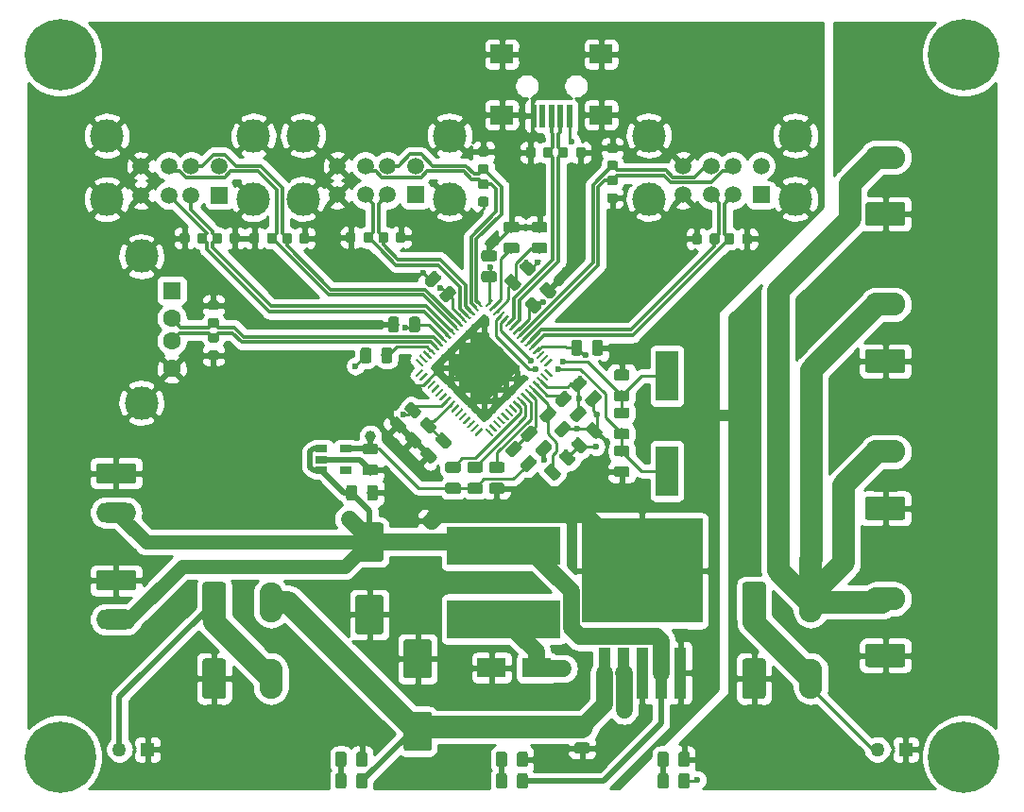
<source format=gbr>
G04 #@! TF.GenerationSoftware,KiCad,Pcbnew,(5.1.4)-1*
G04 #@! TF.CreationDate,2020-03-23T00:06:25+01:00*
G04 #@! TF.ProjectId,hub_usb_dispatch,6875625f-7573-4625-9f64-697370617463,rev?*
G04 #@! TF.SameCoordinates,Original*
G04 #@! TF.FileFunction,Copper,L1,Top*
G04 #@! TF.FilePolarity,Positive*
%FSLAX46Y46*%
G04 Gerber Fmt 4.6, Leading zero omitted, Abs format (unit mm)*
G04 Created by KiCad (PCBNEW (5.1.4)-1) date 2020-03-23 00:06:25*
%MOMM*%
%LPD*%
G04 APERTURE LIST*
%ADD10O,3.600000X2.080000*%
%ADD11C,0.100000*%
%ADD12C,2.080000*%
%ADD13C,6.400000*%
%ADD14C,0.975000*%
%ADD15C,4.700000*%
%ADD16C,0.500000*%
%ADD17C,0.200000*%
%ADD18R,1.060000X0.650000*%
%ADD19R,2.000000X4.500000*%
%ADD20C,0.875000*%
%ADD21R,0.500000X2.000000*%
%ADD22R,2.000000X1.700000*%
%ADD23C,3.000000*%
%ADD24R,1.600000X1.600000*%
%ADD25C,1.600000*%
%ADD26C,2.500000*%
%ADD27R,1.275000X1.275000*%
%ADD28C,1.275000*%
%ADD29O,2.080000X3.600000*%
%ADD30R,2.500000X1.800000*%
%ADD31R,10.200000X3.500000*%
%ADD32O,3.600000X1.800000*%
%ADD33C,1.800000*%
%ADD34C,1.500000*%
%ADD35R,1.500000X1.500000*%
%ADD36R,1.100000X4.600000*%
%ADD37R,10.800000X9.400000*%
%ADD38C,0.600000*%
%ADD39C,1.400000*%
%ADD40C,1.000000*%
%ADD41C,1.200000*%
%ADD42C,1.500000*%
%ADD43C,0.500000*%
%ADD44C,0.250000*%
%ADD45C,1.250000*%
%ADD46C,2.000000*%
%ADD47C,0.350000*%
%ADD48C,0.254000*%
G04 APERTURE END LIST*
D10*
X127463500Y-75920000D03*
D11*
G36*
X129038005Y-79961204D02*
G01*
X129062273Y-79964804D01*
X129086072Y-79970765D01*
X129109171Y-79979030D01*
X129131350Y-79989520D01*
X129152393Y-80002132D01*
X129172099Y-80016747D01*
X129190277Y-80033223D01*
X129206753Y-80051401D01*
X129221368Y-80071107D01*
X129233980Y-80092150D01*
X129244470Y-80114329D01*
X129252735Y-80137428D01*
X129258696Y-80161227D01*
X129262296Y-80185495D01*
X129263500Y-80209999D01*
X129263500Y-81790001D01*
X129262296Y-81814505D01*
X129258696Y-81838773D01*
X129252735Y-81862572D01*
X129244470Y-81885671D01*
X129233980Y-81907850D01*
X129221368Y-81928893D01*
X129206753Y-81948599D01*
X129190277Y-81966777D01*
X129172099Y-81983253D01*
X129152393Y-81997868D01*
X129131350Y-82010480D01*
X129109171Y-82020970D01*
X129086072Y-82029235D01*
X129062273Y-82035196D01*
X129038005Y-82038796D01*
X129013501Y-82040000D01*
X125913499Y-82040000D01*
X125888995Y-82038796D01*
X125864727Y-82035196D01*
X125840928Y-82029235D01*
X125817829Y-82020970D01*
X125795650Y-82010480D01*
X125774607Y-81997868D01*
X125754901Y-81983253D01*
X125736723Y-81966777D01*
X125720247Y-81948599D01*
X125705632Y-81928893D01*
X125693020Y-81907850D01*
X125682530Y-81885671D01*
X125674265Y-81862572D01*
X125668304Y-81838773D01*
X125664704Y-81814505D01*
X125663500Y-81790001D01*
X125663500Y-80209999D01*
X125664704Y-80185495D01*
X125668304Y-80161227D01*
X125674265Y-80137428D01*
X125682530Y-80114329D01*
X125693020Y-80092150D01*
X125705632Y-80071107D01*
X125720247Y-80051401D01*
X125736723Y-80033223D01*
X125754901Y-80016747D01*
X125774607Y-80002132D01*
X125795650Y-79989520D01*
X125817829Y-79979030D01*
X125840928Y-79970765D01*
X125864727Y-79964804D01*
X125888995Y-79961204D01*
X125913499Y-79960000D01*
X129013501Y-79960000D01*
X129038005Y-79961204D01*
X129038005Y-79961204D01*
G37*
D12*
X127463500Y-81000000D03*
D13*
X134500000Y-116500000D03*
X53500000Y-53500000D03*
X53500000Y-116500000D03*
X134500000Y-53500000D03*
D11*
G36*
X92428142Y-71067774D02*
G01*
X92451803Y-71071284D01*
X92475007Y-71077096D01*
X92497529Y-71085154D01*
X92519153Y-71095382D01*
X92539670Y-71107679D01*
X92558883Y-71121929D01*
X92576607Y-71137993D01*
X92592671Y-71155717D01*
X92606921Y-71174930D01*
X92619218Y-71195447D01*
X92629446Y-71217071D01*
X92637504Y-71239593D01*
X92643316Y-71262797D01*
X92646826Y-71286458D01*
X92648000Y-71310350D01*
X92648000Y-71797850D01*
X92646826Y-71821742D01*
X92643316Y-71845403D01*
X92637504Y-71868607D01*
X92629446Y-71891129D01*
X92619218Y-71912753D01*
X92606921Y-71933270D01*
X92592671Y-71952483D01*
X92576607Y-71970207D01*
X92558883Y-71986271D01*
X92539670Y-72000521D01*
X92519153Y-72012818D01*
X92497529Y-72023046D01*
X92475007Y-72031104D01*
X92451803Y-72036916D01*
X92428142Y-72040426D01*
X92404250Y-72041600D01*
X91491750Y-72041600D01*
X91467858Y-72040426D01*
X91444197Y-72036916D01*
X91420993Y-72031104D01*
X91398471Y-72023046D01*
X91376847Y-72012818D01*
X91356330Y-72000521D01*
X91337117Y-71986271D01*
X91319393Y-71970207D01*
X91303329Y-71952483D01*
X91289079Y-71933270D01*
X91276782Y-71912753D01*
X91266554Y-71891129D01*
X91258496Y-71868607D01*
X91252684Y-71845403D01*
X91249174Y-71821742D01*
X91248000Y-71797850D01*
X91248000Y-71310350D01*
X91249174Y-71286458D01*
X91252684Y-71262797D01*
X91258496Y-71239593D01*
X91266554Y-71217071D01*
X91276782Y-71195447D01*
X91289079Y-71174930D01*
X91303329Y-71155717D01*
X91319393Y-71137993D01*
X91337117Y-71121929D01*
X91356330Y-71107679D01*
X91376847Y-71095382D01*
X91398471Y-71085154D01*
X91420993Y-71077096D01*
X91444197Y-71071284D01*
X91467858Y-71067774D01*
X91491750Y-71066600D01*
X92404250Y-71066600D01*
X92428142Y-71067774D01*
X92428142Y-71067774D01*
G37*
D14*
X91948000Y-71554100D03*
D11*
G36*
X92428142Y-72942774D02*
G01*
X92451803Y-72946284D01*
X92475007Y-72952096D01*
X92497529Y-72960154D01*
X92519153Y-72970382D01*
X92539670Y-72982679D01*
X92558883Y-72996929D01*
X92576607Y-73012993D01*
X92592671Y-73030717D01*
X92606921Y-73049930D01*
X92619218Y-73070447D01*
X92629446Y-73092071D01*
X92637504Y-73114593D01*
X92643316Y-73137797D01*
X92646826Y-73161458D01*
X92648000Y-73185350D01*
X92648000Y-73672850D01*
X92646826Y-73696742D01*
X92643316Y-73720403D01*
X92637504Y-73743607D01*
X92629446Y-73766129D01*
X92619218Y-73787753D01*
X92606921Y-73808270D01*
X92592671Y-73827483D01*
X92576607Y-73845207D01*
X92558883Y-73861271D01*
X92539670Y-73875521D01*
X92519153Y-73887818D01*
X92497529Y-73898046D01*
X92475007Y-73906104D01*
X92451803Y-73911916D01*
X92428142Y-73915426D01*
X92404250Y-73916600D01*
X91491750Y-73916600D01*
X91467858Y-73915426D01*
X91444197Y-73911916D01*
X91420993Y-73906104D01*
X91398471Y-73898046D01*
X91376847Y-73887818D01*
X91356330Y-73875521D01*
X91337117Y-73861271D01*
X91319393Y-73845207D01*
X91303329Y-73827483D01*
X91289079Y-73808270D01*
X91276782Y-73787753D01*
X91266554Y-73766129D01*
X91258496Y-73743607D01*
X91252684Y-73720403D01*
X91249174Y-73696742D01*
X91248000Y-73672850D01*
X91248000Y-73185350D01*
X91249174Y-73161458D01*
X91252684Y-73137797D01*
X91258496Y-73114593D01*
X91266554Y-73092071D01*
X91276782Y-73070447D01*
X91289079Y-73049930D01*
X91303329Y-73030717D01*
X91319393Y-73012993D01*
X91337117Y-72996929D01*
X91356330Y-72982679D01*
X91376847Y-72970382D01*
X91398471Y-72960154D01*
X91420993Y-72952096D01*
X91444197Y-72946284D01*
X91467858Y-72942774D01*
X91491750Y-72941600D01*
X92404250Y-72941600D01*
X92428142Y-72942774D01*
X92428142Y-72942774D01*
G37*
D14*
X91948000Y-73429100D03*
D11*
G36*
X95781519Y-75261762D02*
G01*
X95805180Y-75265272D01*
X95828384Y-75271084D01*
X95850906Y-75279142D01*
X95872530Y-75289370D01*
X95893047Y-75301667D01*
X95912260Y-75315917D01*
X95929984Y-75331981D01*
X96575219Y-75977216D01*
X96591283Y-75994940D01*
X96605533Y-76014153D01*
X96617830Y-76034670D01*
X96628058Y-76056294D01*
X96636116Y-76078816D01*
X96641928Y-76102020D01*
X96645438Y-76125681D01*
X96646612Y-76149573D01*
X96645438Y-76173465D01*
X96641928Y-76197126D01*
X96636116Y-76220330D01*
X96628058Y-76242852D01*
X96617830Y-76264476D01*
X96605533Y-76284993D01*
X96591283Y-76304206D01*
X96575219Y-76321930D01*
X96230504Y-76666645D01*
X96212780Y-76682709D01*
X96193567Y-76696959D01*
X96173050Y-76709256D01*
X96151426Y-76719484D01*
X96128904Y-76727542D01*
X96105700Y-76733354D01*
X96082039Y-76736864D01*
X96058147Y-76738038D01*
X96034255Y-76736864D01*
X96010594Y-76733354D01*
X95987390Y-76727542D01*
X95964868Y-76719484D01*
X95943244Y-76709256D01*
X95922727Y-76696959D01*
X95903514Y-76682709D01*
X95885790Y-76666645D01*
X95240555Y-76021410D01*
X95224491Y-76003686D01*
X95210241Y-75984473D01*
X95197944Y-75963956D01*
X95187716Y-75942332D01*
X95179658Y-75919810D01*
X95173846Y-75896606D01*
X95170336Y-75872945D01*
X95169162Y-75849053D01*
X95170336Y-75825161D01*
X95173846Y-75801500D01*
X95179658Y-75778296D01*
X95187716Y-75755774D01*
X95197944Y-75734150D01*
X95210241Y-75713633D01*
X95224491Y-75694420D01*
X95240555Y-75676696D01*
X95585270Y-75331981D01*
X95602994Y-75315917D01*
X95622207Y-75301667D01*
X95642724Y-75289370D01*
X95664348Y-75279142D01*
X95686870Y-75271084D01*
X95710074Y-75265272D01*
X95733735Y-75261762D01*
X95757627Y-75260588D01*
X95781519Y-75261762D01*
X95781519Y-75261762D01*
G37*
D14*
X95907887Y-75999313D03*
D11*
G36*
X97107345Y-73935936D02*
G01*
X97131006Y-73939446D01*
X97154210Y-73945258D01*
X97176732Y-73953316D01*
X97198356Y-73963544D01*
X97218873Y-73975841D01*
X97238086Y-73990091D01*
X97255810Y-74006155D01*
X97901045Y-74651390D01*
X97917109Y-74669114D01*
X97931359Y-74688327D01*
X97943656Y-74708844D01*
X97953884Y-74730468D01*
X97961942Y-74752990D01*
X97967754Y-74776194D01*
X97971264Y-74799855D01*
X97972438Y-74823747D01*
X97971264Y-74847639D01*
X97967754Y-74871300D01*
X97961942Y-74894504D01*
X97953884Y-74917026D01*
X97943656Y-74938650D01*
X97931359Y-74959167D01*
X97917109Y-74978380D01*
X97901045Y-74996104D01*
X97556330Y-75340819D01*
X97538606Y-75356883D01*
X97519393Y-75371133D01*
X97498876Y-75383430D01*
X97477252Y-75393658D01*
X97454730Y-75401716D01*
X97431526Y-75407528D01*
X97407865Y-75411038D01*
X97383973Y-75412212D01*
X97360081Y-75411038D01*
X97336420Y-75407528D01*
X97313216Y-75401716D01*
X97290694Y-75393658D01*
X97269070Y-75383430D01*
X97248553Y-75371133D01*
X97229340Y-75356883D01*
X97211616Y-75340819D01*
X96566381Y-74695584D01*
X96550317Y-74677860D01*
X96536067Y-74658647D01*
X96523770Y-74638130D01*
X96513542Y-74616506D01*
X96505484Y-74593984D01*
X96499672Y-74570780D01*
X96496162Y-74547119D01*
X96494988Y-74523227D01*
X96496162Y-74499335D01*
X96499672Y-74475674D01*
X96505484Y-74452470D01*
X96513542Y-74429948D01*
X96523770Y-74408324D01*
X96536067Y-74387807D01*
X96550317Y-74368594D01*
X96566381Y-74350870D01*
X96911096Y-74006155D01*
X96928820Y-73990091D01*
X96948033Y-73975841D01*
X96968550Y-73963544D01*
X96990174Y-73953316D01*
X97012696Y-73945258D01*
X97035900Y-73939446D01*
X97059561Y-73935936D01*
X97083453Y-73934762D01*
X97107345Y-73935936D01*
X97107345Y-73935936D01*
G37*
D14*
X97233713Y-74673487D03*
D11*
G36*
X91515216Y-78365778D02*
G01*
X91539397Y-78369365D01*
X91563110Y-78375305D01*
X91586126Y-78383541D01*
X91608225Y-78393992D01*
X91629193Y-78406560D01*
X91648827Y-78421122D01*
X91666940Y-78437539D01*
X94638061Y-81408660D01*
X94654478Y-81426773D01*
X94669040Y-81446407D01*
X94681608Y-81467375D01*
X94692059Y-81489474D01*
X94700295Y-81512490D01*
X94706235Y-81536203D01*
X94709822Y-81560384D01*
X94711021Y-81584800D01*
X94709822Y-81609216D01*
X94706235Y-81633397D01*
X94700295Y-81657110D01*
X94692059Y-81680126D01*
X94681608Y-81702225D01*
X94669040Y-81723193D01*
X94654478Y-81742827D01*
X94638061Y-81760940D01*
X91666940Y-84732061D01*
X91648827Y-84748478D01*
X91629193Y-84763040D01*
X91608225Y-84775608D01*
X91586126Y-84786059D01*
X91563110Y-84794295D01*
X91539397Y-84800235D01*
X91515216Y-84803822D01*
X91490800Y-84805021D01*
X91466384Y-84803822D01*
X91442203Y-84800235D01*
X91418490Y-84794295D01*
X91395474Y-84786059D01*
X91373375Y-84775608D01*
X91352407Y-84763040D01*
X91332773Y-84748478D01*
X91314660Y-84732061D01*
X88343539Y-81760940D01*
X88327122Y-81742827D01*
X88312560Y-81723193D01*
X88299992Y-81702225D01*
X88289541Y-81680126D01*
X88281305Y-81657110D01*
X88275365Y-81633397D01*
X88271778Y-81609216D01*
X88270579Y-81584800D01*
X88271778Y-81560384D01*
X88275365Y-81536203D01*
X88281305Y-81512490D01*
X88289541Y-81489474D01*
X88299992Y-81467375D01*
X88312560Y-81446407D01*
X88327122Y-81426773D01*
X88343539Y-81408660D01*
X91314660Y-78437539D01*
X91332773Y-78421122D01*
X91352407Y-78406560D01*
X91373375Y-78393992D01*
X91395474Y-78383541D01*
X91418490Y-78375305D01*
X91442203Y-78369365D01*
X91466384Y-78365778D01*
X91490800Y-78364579D01*
X91515216Y-78365778D01*
X91515216Y-78365778D01*
G37*
D15*
X91490800Y-81584800D03*
D16*
X91490800Y-78614952D03*
X92480749Y-79604901D03*
X93470699Y-80594851D03*
X94460648Y-81584800D03*
X90500851Y-79604901D03*
X91490800Y-80594851D03*
X92480749Y-81584800D03*
X93470699Y-82574749D03*
X89510901Y-80594851D03*
X90500851Y-81584800D03*
X91490800Y-82574749D03*
X92480749Y-83564699D03*
X88520952Y-81584800D03*
X89510901Y-82574749D03*
X90500851Y-83564699D03*
X91490800Y-84554648D03*
D11*
G36*
X90788594Y-75453923D02*
G01*
X90793448Y-75454643D01*
X90798207Y-75455835D01*
X90802827Y-75457488D01*
X90807263Y-75459586D01*
X90811472Y-75462109D01*
X90815413Y-75465031D01*
X90819048Y-75468327D01*
X91367056Y-76016335D01*
X91370352Y-76019970D01*
X91373274Y-76023911D01*
X91375797Y-76028120D01*
X91377895Y-76032556D01*
X91379548Y-76037176D01*
X91380740Y-76041935D01*
X91381460Y-76046789D01*
X91381701Y-76051690D01*
X91381460Y-76056591D01*
X91380740Y-76061445D01*
X91379548Y-76066204D01*
X91377895Y-76070824D01*
X91375797Y-76075260D01*
X91373274Y-76079469D01*
X91370352Y-76083410D01*
X91367056Y-76087045D01*
X91296346Y-76157755D01*
X91292711Y-76161051D01*
X91288770Y-76163973D01*
X91284561Y-76166496D01*
X91280125Y-76168594D01*
X91275505Y-76170247D01*
X91270746Y-76171439D01*
X91265892Y-76172159D01*
X91260991Y-76172400D01*
X91256090Y-76172159D01*
X91251236Y-76171439D01*
X91246477Y-76170247D01*
X91241857Y-76168594D01*
X91237421Y-76166496D01*
X91233212Y-76163973D01*
X91229271Y-76161051D01*
X91225636Y-76157755D01*
X90677628Y-75609747D01*
X90674332Y-75606112D01*
X90671410Y-75602171D01*
X90668887Y-75597962D01*
X90666789Y-75593526D01*
X90665136Y-75588906D01*
X90663944Y-75584147D01*
X90663224Y-75579293D01*
X90662983Y-75574392D01*
X90663224Y-75569491D01*
X90663944Y-75564637D01*
X90665136Y-75559878D01*
X90666789Y-75555258D01*
X90668887Y-75550822D01*
X90671410Y-75546613D01*
X90674332Y-75542672D01*
X90677628Y-75539037D01*
X90748338Y-75468327D01*
X90751973Y-75465031D01*
X90755914Y-75462109D01*
X90760123Y-75459586D01*
X90764559Y-75457488D01*
X90769179Y-75455835D01*
X90773938Y-75454643D01*
X90778792Y-75453923D01*
X90783693Y-75453682D01*
X90788594Y-75453923D01*
X90788594Y-75453923D01*
G37*
D17*
X91022342Y-75813041D03*
D11*
G36*
X90435040Y-75807476D02*
G01*
X90439894Y-75808196D01*
X90444653Y-75809388D01*
X90449273Y-75811041D01*
X90453709Y-75813139D01*
X90457918Y-75815662D01*
X90461859Y-75818584D01*
X90465494Y-75821880D01*
X91013502Y-76369888D01*
X91016798Y-76373523D01*
X91019720Y-76377464D01*
X91022243Y-76381673D01*
X91024341Y-76386109D01*
X91025994Y-76390729D01*
X91027186Y-76395488D01*
X91027906Y-76400342D01*
X91028147Y-76405243D01*
X91027906Y-76410144D01*
X91027186Y-76414998D01*
X91025994Y-76419757D01*
X91024341Y-76424377D01*
X91022243Y-76428813D01*
X91019720Y-76433022D01*
X91016798Y-76436963D01*
X91013502Y-76440598D01*
X90942792Y-76511308D01*
X90939157Y-76514604D01*
X90935216Y-76517526D01*
X90931007Y-76520049D01*
X90926571Y-76522147D01*
X90921951Y-76523800D01*
X90917192Y-76524992D01*
X90912338Y-76525712D01*
X90907437Y-76525953D01*
X90902536Y-76525712D01*
X90897682Y-76524992D01*
X90892923Y-76523800D01*
X90888303Y-76522147D01*
X90883867Y-76520049D01*
X90879658Y-76517526D01*
X90875717Y-76514604D01*
X90872082Y-76511308D01*
X90324074Y-75963300D01*
X90320778Y-75959665D01*
X90317856Y-75955724D01*
X90315333Y-75951515D01*
X90313235Y-75947079D01*
X90311582Y-75942459D01*
X90310390Y-75937700D01*
X90309670Y-75932846D01*
X90309429Y-75927945D01*
X90309670Y-75923044D01*
X90310390Y-75918190D01*
X90311582Y-75913431D01*
X90313235Y-75908811D01*
X90315333Y-75904375D01*
X90317856Y-75900166D01*
X90320778Y-75896225D01*
X90324074Y-75892590D01*
X90394784Y-75821880D01*
X90398419Y-75818584D01*
X90402360Y-75815662D01*
X90406569Y-75813139D01*
X90411005Y-75811041D01*
X90415625Y-75809388D01*
X90420384Y-75808196D01*
X90425238Y-75807476D01*
X90430139Y-75807235D01*
X90435040Y-75807476D01*
X90435040Y-75807476D01*
G37*
D17*
X90668788Y-76166594D03*
D11*
G36*
X90081487Y-76161030D02*
G01*
X90086341Y-76161750D01*
X90091100Y-76162942D01*
X90095720Y-76164595D01*
X90100156Y-76166693D01*
X90104365Y-76169216D01*
X90108306Y-76172138D01*
X90111941Y-76175434D01*
X90659949Y-76723442D01*
X90663245Y-76727077D01*
X90666167Y-76731018D01*
X90668690Y-76735227D01*
X90670788Y-76739663D01*
X90672441Y-76744283D01*
X90673633Y-76749042D01*
X90674353Y-76753896D01*
X90674594Y-76758797D01*
X90674353Y-76763698D01*
X90673633Y-76768552D01*
X90672441Y-76773311D01*
X90670788Y-76777931D01*
X90668690Y-76782367D01*
X90666167Y-76786576D01*
X90663245Y-76790517D01*
X90659949Y-76794152D01*
X90589239Y-76864862D01*
X90585604Y-76868158D01*
X90581663Y-76871080D01*
X90577454Y-76873603D01*
X90573018Y-76875701D01*
X90568398Y-76877354D01*
X90563639Y-76878546D01*
X90558785Y-76879266D01*
X90553884Y-76879507D01*
X90548983Y-76879266D01*
X90544129Y-76878546D01*
X90539370Y-76877354D01*
X90534750Y-76875701D01*
X90530314Y-76873603D01*
X90526105Y-76871080D01*
X90522164Y-76868158D01*
X90518529Y-76864862D01*
X89970521Y-76316854D01*
X89967225Y-76313219D01*
X89964303Y-76309278D01*
X89961780Y-76305069D01*
X89959682Y-76300633D01*
X89958029Y-76296013D01*
X89956837Y-76291254D01*
X89956117Y-76286400D01*
X89955876Y-76281499D01*
X89956117Y-76276598D01*
X89956837Y-76271744D01*
X89958029Y-76266985D01*
X89959682Y-76262365D01*
X89961780Y-76257929D01*
X89964303Y-76253720D01*
X89967225Y-76249779D01*
X89970521Y-76246144D01*
X90041231Y-76175434D01*
X90044866Y-76172138D01*
X90048807Y-76169216D01*
X90053016Y-76166693D01*
X90057452Y-76164595D01*
X90062072Y-76162942D01*
X90066831Y-76161750D01*
X90071685Y-76161030D01*
X90076586Y-76160789D01*
X90081487Y-76161030D01*
X90081487Y-76161030D01*
G37*
D17*
X90315235Y-76520148D03*
D11*
G36*
X89727934Y-76514583D02*
G01*
X89732788Y-76515303D01*
X89737547Y-76516495D01*
X89742167Y-76518148D01*
X89746603Y-76520246D01*
X89750812Y-76522769D01*
X89754753Y-76525691D01*
X89758388Y-76528987D01*
X90306396Y-77076995D01*
X90309692Y-77080630D01*
X90312614Y-77084571D01*
X90315137Y-77088780D01*
X90317235Y-77093216D01*
X90318888Y-77097836D01*
X90320080Y-77102595D01*
X90320800Y-77107449D01*
X90321041Y-77112350D01*
X90320800Y-77117251D01*
X90320080Y-77122105D01*
X90318888Y-77126864D01*
X90317235Y-77131484D01*
X90315137Y-77135920D01*
X90312614Y-77140129D01*
X90309692Y-77144070D01*
X90306396Y-77147705D01*
X90235686Y-77218415D01*
X90232051Y-77221711D01*
X90228110Y-77224633D01*
X90223901Y-77227156D01*
X90219465Y-77229254D01*
X90214845Y-77230907D01*
X90210086Y-77232099D01*
X90205232Y-77232819D01*
X90200331Y-77233060D01*
X90195430Y-77232819D01*
X90190576Y-77232099D01*
X90185817Y-77230907D01*
X90181197Y-77229254D01*
X90176761Y-77227156D01*
X90172552Y-77224633D01*
X90168611Y-77221711D01*
X90164976Y-77218415D01*
X89616968Y-76670407D01*
X89613672Y-76666772D01*
X89610750Y-76662831D01*
X89608227Y-76658622D01*
X89606129Y-76654186D01*
X89604476Y-76649566D01*
X89603284Y-76644807D01*
X89602564Y-76639953D01*
X89602323Y-76635052D01*
X89602564Y-76630151D01*
X89603284Y-76625297D01*
X89604476Y-76620538D01*
X89606129Y-76615918D01*
X89608227Y-76611482D01*
X89610750Y-76607273D01*
X89613672Y-76603332D01*
X89616968Y-76599697D01*
X89687678Y-76528987D01*
X89691313Y-76525691D01*
X89695254Y-76522769D01*
X89699463Y-76520246D01*
X89703899Y-76518148D01*
X89708519Y-76516495D01*
X89713278Y-76515303D01*
X89718132Y-76514583D01*
X89723033Y-76514342D01*
X89727934Y-76514583D01*
X89727934Y-76514583D01*
G37*
D17*
X89961682Y-76873701D03*
D11*
G36*
X89374380Y-76868136D02*
G01*
X89379234Y-76868856D01*
X89383993Y-76870048D01*
X89388613Y-76871701D01*
X89393049Y-76873799D01*
X89397258Y-76876322D01*
X89401199Y-76879244D01*
X89404834Y-76882540D01*
X89952842Y-77430548D01*
X89956138Y-77434183D01*
X89959060Y-77438124D01*
X89961583Y-77442333D01*
X89963681Y-77446769D01*
X89965334Y-77451389D01*
X89966526Y-77456148D01*
X89967246Y-77461002D01*
X89967487Y-77465903D01*
X89967246Y-77470804D01*
X89966526Y-77475658D01*
X89965334Y-77480417D01*
X89963681Y-77485037D01*
X89961583Y-77489473D01*
X89959060Y-77493682D01*
X89956138Y-77497623D01*
X89952842Y-77501258D01*
X89882132Y-77571968D01*
X89878497Y-77575264D01*
X89874556Y-77578186D01*
X89870347Y-77580709D01*
X89865911Y-77582807D01*
X89861291Y-77584460D01*
X89856532Y-77585652D01*
X89851678Y-77586372D01*
X89846777Y-77586613D01*
X89841876Y-77586372D01*
X89837022Y-77585652D01*
X89832263Y-77584460D01*
X89827643Y-77582807D01*
X89823207Y-77580709D01*
X89818998Y-77578186D01*
X89815057Y-77575264D01*
X89811422Y-77571968D01*
X89263414Y-77023960D01*
X89260118Y-77020325D01*
X89257196Y-77016384D01*
X89254673Y-77012175D01*
X89252575Y-77007739D01*
X89250922Y-77003119D01*
X89249730Y-76998360D01*
X89249010Y-76993506D01*
X89248769Y-76988605D01*
X89249010Y-76983704D01*
X89249730Y-76978850D01*
X89250922Y-76974091D01*
X89252575Y-76969471D01*
X89254673Y-76965035D01*
X89257196Y-76960826D01*
X89260118Y-76956885D01*
X89263414Y-76953250D01*
X89334124Y-76882540D01*
X89337759Y-76879244D01*
X89341700Y-76876322D01*
X89345909Y-76873799D01*
X89350345Y-76871701D01*
X89354965Y-76870048D01*
X89359724Y-76868856D01*
X89364578Y-76868136D01*
X89369479Y-76867895D01*
X89374380Y-76868136D01*
X89374380Y-76868136D01*
G37*
D17*
X89608128Y-77227254D03*
D11*
G36*
X89020827Y-77221690D02*
G01*
X89025681Y-77222410D01*
X89030440Y-77223602D01*
X89035060Y-77225255D01*
X89039496Y-77227353D01*
X89043705Y-77229876D01*
X89047646Y-77232798D01*
X89051281Y-77236094D01*
X89599289Y-77784102D01*
X89602585Y-77787737D01*
X89605507Y-77791678D01*
X89608030Y-77795887D01*
X89610128Y-77800323D01*
X89611781Y-77804943D01*
X89612973Y-77809702D01*
X89613693Y-77814556D01*
X89613934Y-77819457D01*
X89613693Y-77824358D01*
X89612973Y-77829212D01*
X89611781Y-77833971D01*
X89610128Y-77838591D01*
X89608030Y-77843027D01*
X89605507Y-77847236D01*
X89602585Y-77851177D01*
X89599289Y-77854812D01*
X89528579Y-77925522D01*
X89524944Y-77928818D01*
X89521003Y-77931740D01*
X89516794Y-77934263D01*
X89512358Y-77936361D01*
X89507738Y-77938014D01*
X89502979Y-77939206D01*
X89498125Y-77939926D01*
X89493224Y-77940167D01*
X89488323Y-77939926D01*
X89483469Y-77939206D01*
X89478710Y-77938014D01*
X89474090Y-77936361D01*
X89469654Y-77934263D01*
X89465445Y-77931740D01*
X89461504Y-77928818D01*
X89457869Y-77925522D01*
X88909861Y-77377514D01*
X88906565Y-77373879D01*
X88903643Y-77369938D01*
X88901120Y-77365729D01*
X88899022Y-77361293D01*
X88897369Y-77356673D01*
X88896177Y-77351914D01*
X88895457Y-77347060D01*
X88895216Y-77342159D01*
X88895457Y-77337258D01*
X88896177Y-77332404D01*
X88897369Y-77327645D01*
X88899022Y-77323025D01*
X88901120Y-77318589D01*
X88903643Y-77314380D01*
X88906565Y-77310439D01*
X88909861Y-77306804D01*
X88980571Y-77236094D01*
X88984206Y-77232798D01*
X88988147Y-77229876D01*
X88992356Y-77227353D01*
X88996792Y-77225255D01*
X89001412Y-77223602D01*
X89006171Y-77222410D01*
X89011025Y-77221690D01*
X89015926Y-77221449D01*
X89020827Y-77221690D01*
X89020827Y-77221690D01*
G37*
D17*
X89254575Y-77580808D03*
D11*
G36*
X88667273Y-77575243D02*
G01*
X88672127Y-77575963D01*
X88676886Y-77577155D01*
X88681506Y-77578808D01*
X88685942Y-77580906D01*
X88690151Y-77583429D01*
X88694092Y-77586351D01*
X88697727Y-77589647D01*
X89245735Y-78137655D01*
X89249031Y-78141290D01*
X89251953Y-78145231D01*
X89254476Y-78149440D01*
X89256574Y-78153876D01*
X89258227Y-78158496D01*
X89259419Y-78163255D01*
X89260139Y-78168109D01*
X89260380Y-78173010D01*
X89260139Y-78177911D01*
X89259419Y-78182765D01*
X89258227Y-78187524D01*
X89256574Y-78192144D01*
X89254476Y-78196580D01*
X89251953Y-78200789D01*
X89249031Y-78204730D01*
X89245735Y-78208365D01*
X89175025Y-78279075D01*
X89171390Y-78282371D01*
X89167449Y-78285293D01*
X89163240Y-78287816D01*
X89158804Y-78289914D01*
X89154184Y-78291567D01*
X89149425Y-78292759D01*
X89144571Y-78293479D01*
X89139670Y-78293720D01*
X89134769Y-78293479D01*
X89129915Y-78292759D01*
X89125156Y-78291567D01*
X89120536Y-78289914D01*
X89116100Y-78287816D01*
X89111891Y-78285293D01*
X89107950Y-78282371D01*
X89104315Y-78279075D01*
X88556307Y-77731067D01*
X88553011Y-77727432D01*
X88550089Y-77723491D01*
X88547566Y-77719282D01*
X88545468Y-77714846D01*
X88543815Y-77710226D01*
X88542623Y-77705467D01*
X88541903Y-77700613D01*
X88541662Y-77695712D01*
X88541903Y-77690811D01*
X88542623Y-77685957D01*
X88543815Y-77681198D01*
X88545468Y-77676578D01*
X88547566Y-77672142D01*
X88550089Y-77667933D01*
X88553011Y-77663992D01*
X88556307Y-77660357D01*
X88627017Y-77589647D01*
X88630652Y-77586351D01*
X88634593Y-77583429D01*
X88638802Y-77580906D01*
X88643238Y-77578808D01*
X88647858Y-77577155D01*
X88652617Y-77575963D01*
X88657471Y-77575243D01*
X88662372Y-77575002D01*
X88667273Y-77575243D01*
X88667273Y-77575243D01*
G37*
D17*
X88901021Y-77934361D03*
D11*
G36*
X88313720Y-77928797D02*
G01*
X88318574Y-77929517D01*
X88323333Y-77930709D01*
X88327953Y-77932362D01*
X88332389Y-77934460D01*
X88336598Y-77936983D01*
X88340539Y-77939905D01*
X88344174Y-77943201D01*
X88892182Y-78491209D01*
X88895478Y-78494844D01*
X88898400Y-78498785D01*
X88900923Y-78502994D01*
X88903021Y-78507430D01*
X88904674Y-78512050D01*
X88905866Y-78516809D01*
X88906586Y-78521663D01*
X88906827Y-78526564D01*
X88906586Y-78531465D01*
X88905866Y-78536319D01*
X88904674Y-78541078D01*
X88903021Y-78545698D01*
X88900923Y-78550134D01*
X88898400Y-78554343D01*
X88895478Y-78558284D01*
X88892182Y-78561919D01*
X88821472Y-78632629D01*
X88817837Y-78635925D01*
X88813896Y-78638847D01*
X88809687Y-78641370D01*
X88805251Y-78643468D01*
X88800631Y-78645121D01*
X88795872Y-78646313D01*
X88791018Y-78647033D01*
X88786117Y-78647274D01*
X88781216Y-78647033D01*
X88776362Y-78646313D01*
X88771603Y-78645121D01*
X88766983Y-78643468D01*
X88762547Y-78641370D01*
X88758338Y-78638847D01*
X88754397Y-78635925D01*
X88750762Y-78632629D01*
X88202754Y-78084621D01*
X88199458Y-78080986D01*
X88196536Y-78077045D01*
X88194013Y-78072836D01*
X88191915Y-78068400D01*
X88190262Y-78063780D01*
X88189070Y-78059021D01*
X88188350Y-78054167D01*
X88188109Y-78049266D01*
X88188350Y-78044365D01*
X88189070Y-78039511D01*
X88190262Y-78034752D01*
X88191915Y-78030132D01*
X88194013Y-78025696D01*
X88196536Y-78021487D01*
X88199458Y-78017546D01*
X88202754Y-78013911D01*
X88273464Y-77943201D01*
X88277099Y-77939905D01*
X88281040Y-77936983D01*
X88285249Y-77934460D01*
X88289685Y-77932362D01*
X88294305Y-77930709D01*
X88299064Y-77929517D01*
X88303918Y-77928797D01*
X88308819Y-77928556D01*
X88313720Y-77928797D01*
X88313720Y-77928797D01*
G37*
D17*
X88547468Y-78287915D03*
D11*
G36*
X87960167Y-78282350D02*
G01*
X87965021Y-78283070D01*
X87969780Y-78284262D01*
X87974400Y-78285915D01*
X87978836Y-78288013D01*
X87983045Y-78290536D01*
X87986986Y-78293458D01*
X87990621Y-78296754D01*
X88538629Y-78844762D01*
X88541925Y-78848397D01*
X88544847Y-78852338D01*
X88547370Y-78856547D01*
X88549468Y-78860983D01*
X88551121Y-78865603D01*
X88552313Y-78870362D01*
X88553033Y-78875216D01*
X88553274Y-78880117D01*
X88553033Y-78885018D01*
X88552313Y-78889872D01*
X88551121Y-78894631D01*
X88549468Y-78899251D01*
X88547370Y-78903687D01*
X88544847Y-78907896D01*
X88541925Y-78911837D01*
X88538629Y-78915472D01*
X88467919Y-78986182D01*
X88464284Y-78989478D01*
X88460343Y-78992400D01*
X88456134Y-78994923D01*
X88451698Y-78997021D01*
X88447078Y-78998674D01*
X88442319Y-78999866D01*
X88437465Y-79000586D01*
X88432564Y-79000827D01*
X88427663Y-79000586D01*
X88422809Y-78999866D01*
X88418050Y-78998674D01*
X88413430Y-78997021D01*
X88408994Y-78994923D01*
X88404785Y-78992400D01*
X88400844Y-78989478D01*
X88397209Y-78986182D01*
X87849201Y-78438174D01*
X87845905Y-78434539D01*
X87842983Y-78430598D01*
X87840460Y-78426389D01*
X87838362Y-78421953D01*
X87836709Y-78417333D01*
X87835517Y-78412574D01*
X87834797Y-78407720D01*
X87834556Y-78402819D01*
X87834797Y-78397918D01*
X87835517Y-78393064D01*
X87836709Y-78388305D01*
X87838362Y-78383685D01*
X87840460Y-78379249D01*
X87842983Y-78375040D01*
X87845905Y-78371099D01*
X87849201Y-78367464D01*
X87919911Y-78296754D01*
X87923546Y-78293458D01*
X87927487Y-78290536D01*
X87931696Y-78288013D01*
X87936132Y-78285915D01*
X87940752Y-78284262D01*
X87945511Y-78283070D01*
X87950365Y-78282350D01*
X87955266Y-78282109D01*
X87960167Y-78282350D01*
X87960167Y-78282350D01*
G37*
D17*
X88193915Y-78641468D03*
D11*
G36*
X87606613Y-78635903D02*
G01*
X87611467Y-78636623D01*
X87616226Y-78637815D01*
X87620846Y-78639468D01*
X87625282Y-78641566D01*
X87629491Y-78644089D01*
X87633432Y-78647011D01*
X87637067Y-78650307D01*
X88185075Y-79198315D01*
X88188371Y-79201950D01*
X88191293Y-79205891D01*
X88193816Y-79210100D01*
X88195914Y-79214536D01*
X88197567Y-79219156D01*
X88198759Y-79223915D01*
X88199479Y-79228769D01*
X88199720Y-79233670D01*
X88199479Y-79238571D01*
X88198759Y-79243425D01*
X88197567Y-79248184D01*
X88195914Y-79252804D01*
X88193816Y-79257240D01*
X88191293Y-79261449D01*
X88188371Y-79265390D01*
X88185075Y-79269025D01*
X88114365Y-79339735D01*
X88110730Y-79343031D01*
X88106789Y-79345953D01*
X88102580Y-79348476D01*
X88098144Y-79350574D01*
X88093524Y-79352227D01*
X88088765Y-79353419D01*
X88083911Y-79354139D01*
X88079010Y-79354380D01*
X88074109Y-79354139D01*
X88069255Y-79353419D01*
X88064496Y-79352227D01*
X88059876Y-79350574D01*
X88055440Y-79348476D01*
X88051231Y-79345953D01*
X88047290Y-79343031D01*
X88043655Y-79339735D01*
X87495647Y-78791727D01*
X87492351Y-78788092D01*
X87489429Y-78784151D01*
X87486906Y-78779942D01*
X87484808Y-78775506D01*
X87483155Y-78770886D01*
X87481963Y-78766127D01*
X87481243Y-78761273D01*
X87481002Y-78756372D01*
X87481243Y-78751471D01*
X87481963Y-78746617D01*
X87483155Y-78741858D01*
X87484808Y-78737238D01*
X87486906Y-78732802D01*
X87489429Y-78728593D01*
X87492351Y-78724652D01*
X87495647Y-78721017D01*
X87566357Y-78650307D01*
X87569992Y-78647011D01*
X87573933Y-78644089D01*
X87578142Y-78641566D01*
X87582578Y-78639468D01*
X87587198Y-78637815D01*
X87591957Y-78636623D01*
X87596811Y-78635903D01*
X87601712Y-78635662D01*
X87606613Y-78635903D01*
X87606613Y-78635903D01*
G37*
D17*
X87840361Y-78995021D03*
D11*
G36*
X87253060Y-78989457D02*
G01*
X87257914Y-78990177D01*
X87262673Y-78991369D01*
X87267293Y-78993022D01*
X87271729Y-78995120D01*
X87275938Y-78997643D01*
X87279879Y-79000565D01*
X87283514Y-79003861D01*
X87831522Y-79551869D01*
X87834818Y-79555504D01*
X87837740Y-79559445D01*
X87840263Y-79563654D01*
X87842361Y-79568090D01*
X87844014Y-79572710D01*
X87845206Y-79577469D01*
X87845926Y-79582323D01*
X87846167Y-79587224D01*
X87845926Y-79592125D01*
X87845206Y-79596979D01*
X87844014Y-79601738D01*
X87842361Y-79606358D01*
X87840263Y-79610794D01*
X87837740Y-79615003D01*
X87834818Y-79618944D01*
X87831522Y-79622579D01*
X87760812Y-79693289D01*
X87757177Y-79696585D01*
X87753236Y-79699507D01*
X87749027Y-79702030D01*
X87744591Y-79704128D01*
X87739971Y-79705781D01*
X87735212Y-79706973D01*
X87730358Y-79707693D01*
X87725457Y-79707934D01*
X87720556Y-79707693D01*
X87715702Y-79706973D01*
X87710943Y-79705781D01*
X87706323Y-79704128D01*
X87701887Y-79702030D01*
X87697678Y-79699507D01*
X87693737Y-79696585D01*
X87690102Y-79693289D01*
X87142094Y-79145281D01*
X87138798Y-79141646D01*
X87135876Y-79137705D01*
X87133353Y-79133496D01*
X87131255Y-79129060D01*
X87129602Y-79124440D01*
X87128410Y-79119681D01*
X87127690Y-79114827D01*
X87127449Y-79109926D01*
X87127690Y-79105025D01*
X87128410Y-79100171D01*
X87129602Y-79095412D01*
X87131255Y-79090792D01*
X87133353Y-79086356D01*
X87135876Y-79082147D01*
X87138798Y-79078206D01*
X87142094Y-79074571D01*
X87212804Y-79003861D01*
X87216439Y-79000565D01*
X87220380Y-78997643D01*
X87224589Y-78995120D01*
X87229025Y-78993022D01*
X87233645Y-78991369D01*
X87238404Y-78990177D01*
X87243258Y-78989457D01*
X87248159Y-78989216D01*
X87253060Y-78989457D01*
X87253060Y-78989457D01*
G37*
D17*
X87486808Y-79348575D03*
D11*
G36*
X86899506Y-79343010D02*
G01*
X86904360Y-79343730D01*
X86909119Y-79344922D01*
X86913739Y-79346575D01*
X86918175Y-79348673D01*
X86922384Y-79351196D01*
X86926325Y-79354118D01*
X86929960Y-79357414D01*
X87477968Y-79905422D01*
X87481264Y-79909057D01*
X87484186Y-79912998D01*
X87486709Y-79917207D01*
X87488807Y-79921643D01*
X87490460Y-79926263D01*
X87491652Y-79931022D01*
X87492372Y-79935876D01*
X87492613Y-79940777D01*
X87492372Y-79945678D01*
X87491652Y-79950532D01*
X87490460Y-79955291D01*
X87488807Y-79959911D01*
X87486709Y-79964347D01*
X87484186Y-79968556D01*
X87481264Y-79972497D01*
X87477968Y-79976132D01*
X87407258Y-80046842D01*
X87403623Y-80050138D01*
X87399682Y-80053060D01*
X87395473Y-80055583D01*
X87391037Y-80057681D01*
X87386417Y-80059334D01*
X87381658Y-80060526D01*
X87376804Y-80061246D01*
X87371903Y-80061487D01*
X87367002Y-80061246D01*
X87362148Y-80060526D01*
X87357389Y-80059334D01*
X87352769Y-80057681D01*
X87348333Y-80055583D01*
X87344124Y-80053060D01*
X87340183Y-80050138D01*
X87336548Y-80046842D01*
X86788540Y-79498834D01*
X86785244Y-79495199D01*
X86782322Y-79491258D01*
X86779799Y-79487049D01*
X86777701Y-79482613D01*
X86776048Y-79477993D01*
X86774856Y-79473234D01*
X86774136Y-79468380D01*
X86773895Y-79463479D01*
X86774136Y-79458578D01*
X86774856Y-79453724D01*
X86776048Y-79448965D01*
X86777701Y-79444345D01*
X86779799Y-79439909D01*
X86782322Y-79435700D01*
X86785244Y-79431759D01*
X86788540Y-79428124D01*
X86859250Y-79357414D01*
X86862885Y-79354118D01*
X86866826Y-79351196D01*
X86871035Y-79348673D01*
X86875471Y-79346575D01*
X86880091Y-79344922D01*
X86884850Y-79343730D01*
X86889704Y-79343010D01*
X86894605Y-79342769D01*
X86899506Y-79343010D01*
X86899506Y-79343010D01*
G37*
D17*
X87133254Y-79702128D03*
D11*
G36*
X86545953Y-79696564D02*
G01*
X86550807Y-79697284D01*
X86555566Y-79698476D01*
X86560186Y-79700129D01*
X86564622Y-79702227D01*
X86568831Y-79704750D01*
X86572772Y-79707672D01*
X86576407Y-79710968D01*
X87124415Y-80258976D01*
X87127711Y-80262611D01*
X87130633Y-80266552D01*
X87133156Y-80270761D01*
X87135254Y-80275197D01*
X87136907Y-80279817D01*
X87138099Y-80284576D01*
X87138819Y-80289430D01*
X87139060Y-80294331D01*
X87138819Y-80299232D01*
X87138099Y-80304086D01*
X87136907Y-80308845D01*
X87135254Y-80313465D01*
X87133156Y-80317901D01*
X87130633Y-80322110D01*
X87127711Y-80326051D01*
X87124415Y-80329686D01*
X87053705Y-80400396D01*
X87050070Y-80403692D01*
X87046129Y-80406614D01*
X87041920Y-80409137D01*
X87037484Y-80411235D01*
X87032864Y-80412888D01*
X87028105Y-80414080D01*
X87023251Y-80414800D01*
X87018350Y-80415041D01*
X87013449Y-80414800D01*
X87008595Y-80414080D01*
X87003836Y-80412888D01*
X86999216Y-80411235D01*
X86994780Y-80409137D01*
X86990571Y-80406614D01*
X86986630Y-80403692D01*
X86982995Y-80400396D01*
X86434987Y-79852388D01*
X86431691Y-79848753D01*
X86428769Y-79844812D01*
X86426246Y-79840603D01*
X86424148Y-79836167D01*
X86422495Y-79831547D01*
X86421303Y-79826788D01*
X86420583Y-79821934D01*
X86420342Y-79817033D01*
X86420583Y-79812132D01*
X86421303Y-79807278D01*
X86422495Y-79802519D01*
X86424148Y-79797899D01*
X86426246Y-79793463D01*
X86428769Y-79789254D01*
X86431691Y-79785313D01*
X86434987Y-79781678D01*
X86505697Y-79710968D01*
X86509332Y-79707672D01*
X86513273Y-79704750D01*
X86517482Y-79702227D01*
X86521918Y-79700129D01*
X86526538Y-79698476D01*
X86531297Y-79697284D01*
X86536151Y-79696564D01*
X86541052Y-79696323D01*
X86545953Y-79696564D01*
X86545953Y-79696564D01*
G37*
D17*
X86779701Y-80055682D03*
D11*
G36*
X86192400Y-80050117D02*
G01*
X86197254Y-80050837D01*
X86202013Y-80052029D01*
X86206633Y-80053682D01*
X86211069Y-80055780D01*
X86215278Y-80058303D01*
X86219219Y-80061225D01*
X86222854Y-80064521D01*
X86770862Y-80612529D01*
X86774158Y-80616164D01*
X86777080Y-80620105D01*
X86779603Y-80624314D01*
X86781701Y-80628750D01*
X86783354Y-80633370D01*
X86784546Y-80638129D01*
X86785266Y-80642983D01*
X86785507Y-80647884D01*
X86785266Y-80652785D01*
X86784546Y-80657639D01*
X86783354Y-80662398D01*
X86781701Y-80667018D01*
X86779603Y-80671454D01*
X86777080Y-80675663D01*
X86774158Y-80679604D01*
X86770862Y-80683239D01*
X86700152Y-80753949D01*
X86696517Y-80757245D01*
X86692576Y-80760167D01*
X86688367Y-80762690D01*
X86683931Y-80764788D01*
X86679311Y-80766441D01*
X86674552Y-80767633D01*
X86669698Y-80768353D01*
X86664797Y-80768594D01*
X86659896Y-80768353D01*
X86655042Y-80767633D01*
X86650283Y-80766441D01*
X86645663Y-80764788D01*
X86641227Y-80762690D01*
X86637018Y-80760167D01*
X86633077Y-80757245D01*
X86629442Y-80753949D01*
X86081434Y-80205941D01*
X86078138Y-80202306D01*
X86075216Y-80198365D01*
X86072693Y-80194156D01*
X86070595Y-80189720D01*
X86068942Y-80185100D01*
X86067750Y-80180341D01*
X86067030Y-80175487D01*
X86066789Y-80170586D01*
X86067030Y-80165685D01*
X86067750Y-80160831D01*
X86068942Y-80156072D01*
X86070595Y-80151452D01*
X86072693Y-80147016D01*
X86075216Y-80142807D01*
X86078138Y-80138866D01*
X86081434Y-80135231D01*
X86152144Y-80064521D01*
X86155779Y-80061225D01*
X86159720Y-80058303D01*
X86163929Y-80055780D01*
X86168365Y-80053682D01*
X86172985Y-80052029D01*
X86177744Y-80050837D01*
X86182598Y-80050117D01*
X86187499Y-80049876D01*
X86192400Y-80050117D01*
X86192400Y-80050117D01*
G37*
D17*
X86426148Y-80409235D03*
D11*
G36*
X85838846Y-80403670D02*
G01*
X85843700Y-80404390D01*
X85848459Y-80405582D01*
X85853079Y-80407235D01*
X85857515Y-80409333D01*
X85861724Y-80411856D01*
X85865665Y-80414778D01*
X85869300Y-80418074D01*
X86417308Y-80966082D01*
X86420604Y-80969717D01*
X86423526Y-80973658D01*
X86426049Y-80977867D01*
X86428147Y-80982303D01*
X86429800Y-80986923D01*
X86430992Y-80991682D01*
X86431712Y-80996536D01*
X86431953Y-81001437D01*
X86431712Y-81006338D01*
X86430992Y-81011192D01*
X86429800Y-81015951D01*
X86428147Y-81020571D01*
X86426049Y-81025007D01*
X86423526Y-81029216D01*
X86420604Y-81033157D01*
X86417308Y-81036792D01*
X86346598Y-81107502D01*
X86342963Y-81110798D01*
X86339022Y-81113720D01*
X86334813Y-81116243D01*
X86330377Y-81118341D01*
X86325757Y-81119994D01*
X86320998Y-81121186D01*
X86316144Y-81121906D01*
X86311243Y-81122147D01*
X86306342Y-81121906D01*
X86301488Y-81121186D01*
X86296729Y-81119994D01*
X86292109Y-81118341D01*
X86287673Y-81116243D01*
X86283464Y-81113720D01*
X86279523Y-81110798D01*
X86275888Y-81107502D01*
X85727880Y-80559494D01*
X85724584Y-80555859D01*
X85721662Y-80551918D01*
X85719139Y-80547709D01*
X85717041Y-80543273D01*
X85715388Y-80538653D01*
X85714196Y-80533894D01*
X85713476Y-80529040D01*
X85713235Y-80524139D01*
X85713476Y-80519238D01*
X85714196Y-80514384D01*
X85715388Y-80509625D01*
X85717041Y-80505005D01*
X85719139Y-80500569D01*
X85721662Y-80496360D01*
X85724584Y-80492419D01*
X85727880Y-80488784D01*
X85798590Y-80418074D01*
X85802225Y-80414778D01*
X85806166Y-80411856D01*
X85810375Y-80409333D01*
X85814811Y-80407235D01*
X85819431Y-80405582D01*
X85824190Y-80404390D01*
X85829044Y-80403670D01*
X85833945Y-80403429D01*
X85838846Y-80403670D01*
X85838846Y-80403670D01*
G37*
D17*
X86072594Y-80762788D03*
D11*
G36*
X85485293Y-80757224D02*
G01*
X85490147Y-80757944D01*
X85494906Y-80759136D01*
X85499526Y-80760789D01*
X85503962Y-80762887D01*
X85508171Y-80765410D01*
X85512112Y-80768332D01*
X85515747Y-80771628D01*
X86063755Y-81319636D01*
X86067051Y-81323271D01*
X86069973Y-81327212D01*
X86072496Y-81331421D01*
X86074594Y-81335857D01*
X86076247Y-81340477D01*
X86077439Y-81345236D01*
X86078159Y-81350090D01*
X86078400Y-81354991D01*
X86078159Y-81359892D01*
X86077439Y-81364746D01*
X86076247Y-81369505D01*
X86074594Y-81374125D01*
X86072496Y-81378561D01*
X86069973Y-81382770D01*
X86067051Y-81386711D01*
X86063755Y-81390346D01*
X85993045Y-81461056D01*
X85989410Y-81464352D01*
X85985469Y-81467274D01*
X85981260Y-81469797D01*
X85976824Y-81471895D01*
X85972204Y-81473548D01*
X85967445Y-81474740D01*
X85962591Y-81475460D01*
X85957690Y-81475701D01*
X85952789Y-81475460D01*
X85947935Y-81474740D01*
X85943176Y-81473548D01*
X85938556Y-81471895D01*
X85934120Y-81469797D01*
X85929911Y-81467274D01*
X85925970Y-81464352D01*
X85922335Y-81461056D01*
X85374327Y-80913048D01*
X85371031Y-80909413D01*
X85368109Y-80905472D01*
X85365586Y-80901263D01*
X85363488Y-80896827D01*
X85361835Y-80892207D01*
X85360643Y-80887448D01*
X85359923Y-80882594D01*
X85359682Y-80877693D01*
X85359923Y-80872792D01*
X85360643Y-80867938D01*
X85361835Y-80863179D01*
X85363488Y-80858559D01*
X85365586Y-80854123D01*
X85368109Y-80849914D01*
X85371031Y-80845973D01*
X85374327Y-80842338D01*
X85445037Y-80771628D01*
X85448672Y-80768332D01*
X85452613Y-80765410D01*
X85456822Y-80762887D01*
X85461258Y-80760789D01*
X85465878Y-80759136D01*
X85470637Y-80757944D01*
X85475491Y-80757224D01*
X85480392Y-80756983D01*
X85485293Y-80757224D01*
X85485293Y-80757224D01*
G37*
D17*
X85719041Y-81116342D03*
D11*
G36*
X85962591Y-81694140D02*
G01*
X85967445Y-81694860D01*
X85972204Y-81696052D01*
X85976824Y-81697705D01*
X85981260Y-81699803D01*
X85985469Y-81702326D01*
X85989410Y-81705248D01*
X85993045Y-81708544D01*
X86063755Y-81779254D01*
X86067051Y-81782889D01*
X86069973Y-81786830D01*
X86072496Y-81791039D01*
X86074594Y-81795475D01*
X86076247Y-81800095D01*
X86077439Y-81804854D01*
X86078159Y-81809708D01*
X86078400Y-81814609D01*
X86078159Y-81819510D01*
X86077439Y-81824364D01*
X86076247Y-81829123D01*
X86074594Y-81833743D01*
X86072496Y-81838179D01*
X86069973Y-81842388D01*
X86067051Y-81846329D01*
X86063755Y-81849964D01*
X85515747Y-82397972D01*
X85512112Y-82401268D01*
X85508171Y-82404190D01*
X85503962Y-82406713D01*
X85499526Y-82408811D01*
X85494906Y-82410464D01*
X85490147Y-82411656D01*
X85485293Y-82412376D01*
X85480392Y-82412617D01*
X85475491Y-82412376D01*
X85470637Y-82411656D01*
X85465878Y-82410464D01*
X85461258Y-82408811D01*
X85456822Y-82406713D01*
X85452613Y-82404190D01*
X85448672Y-82401268D01*
X85445037Y-82397972D01*
X85374327Y-82327262D01*
X85371031Y-82323627D01*
X85368109Y-82319686D01*
X85365586Y-82315477D01*
X85363488Y-82311041D01*
X85361835Y-82306421D01*
X85360643Y-82301662D01*
X85359923Y-82296808D01*
X85359682Y-82291907D01*
X85359923Y-82287006D01*
X85360643Y-82282152D01*
X85361835Y-82277393D01*
X85363488Y-82272773D01*
X85365586Y-82268337D01*
X85368109Y-82264128D01*
X85371031Y-82260187D01*
X85374327Y-82256552D01*
X85922335Y-81708544D01*
X85925970Y-81705248D01*
X85929911Y-81702326D01*
X85934120Y-81699803D01*
X85938556Y-81697705D01*
X85943176Y-81696052D01*
X85947935Y-81694860D01*
X85952789Y-81694140D01*
X85957690Y-81693899D01*
X85962591Y-81694140D01*
X85962591Y-81694140D01*
G37*
D17*
X85719041Y-82053258D03*
D11*
G36*
X86316144Y-82047694D02*
G01*
X86320998Y-82048414D01*
X86325757Y-82049606D01*
X86330377Y-82051259D01*
X86334813Y-82053357D01*
X86339022Y-82055880D01*
X86342963Y-82058802D01*
X86346598Y-82062098D01*
X86417308Y-82132808D01*
X86420604Y-82136443D01*
X86423526Y-82140384D01*
X86426049Y-82144593D01*
X86428147Y-82149029D01*
X86429800Y-82153649D01*
X86430992Y-82158408D01*
X86431712Y-82163262D01*
X86431953Y-82168163D01*
X86431712Y-82173064D01*
X86430992Y-82177918D01*
X86429800Y-82182677D01*
X86428147Y-82187297D01*
X86426049Y-82191733D01*
X86423526Y-82195942D01*
X86420604Y-82199883D01*
X86417308Y-82203518D01*
X85869300Y-82751526D01*
X85865665Y-82754822D01*
X85861724Y-82757744D01*
X85857515Y-82760267D01*
X85853079Y-82762365D01*
X85848459Y-82764018D01*
X85843700Y-82765210D01*
X85838846Y-82765930D01*
X85833945Y-82766171D01*
X85829044Y-82765930D01*
X85824190Y-82765210D01*
X85819431Y-82764018D01*
X85814811Y-82762365D01*
X85810375Y-82760267D01*
X85806166Y-82757744D01*
X85802225Y-82754822D01*
X85798590Y-82751526D01*
X85727880Y-82680816D01*
X85724584Y-82677181D01*
X85721662Y-82673240D01*
X85719139Y-82669031D01*
X85717041Y-82664595D01*
X85715388Y-82659975D01*
X85714196Y-82655216D01*
X85713476Y-82650362D01*
X85713235Y-82645461D01*
X85713476Y-82640560D01*
X85714196Y-82635706D01*
X85715388Y-82630947D01*
X85717041Y-82626327D01*
X85719139Y-82621891D01*
X85721662Y-82617682D01*
X85724584Y-82613741D01*
X85727880Y-82610106D01*
X86275888Y-82062098D01*
X86279523Y-82058802D01*
X86283464Y-82055880D01*
X86287673Y-82053357D01*
X86292109Y-82051259D01*
X86296729Y-82049606D01*
X86301488Y-82048414D01*
X86306342Y-82047694D01*
X86311243Y-82047453D01*
X86316144Y-82047694D01*
X86316144Y-82047694D01*
G37*
D17*
X86072594Y-82406812D03*
D11*
G36*
X86669698Y-82401247D02*
G01*
X86674552Y-82401967D01*
X86679311Y-82403159D01*
X86683931Y-82404812D01*
X86688367Y-82406910D01*
X86692576Y-82409433D01*
X86696517Y-82412355D01*
X86700152Y-82415651D01*
X86770862Y-82486361D01*
X86774158Y-82489996D01*
X86777080Y-82493937D01*
X86779603Y-82498146D01*
X86781701Y-82502582D01*
X86783354Y-82507202D01*
X86784546Y-82511961D01*
X86785266Y-82516815D01*
X86785507Y-82521716D01*
X86785266Y-82526617D01*
X86784546Y-82531471D01*
X86783354Y-82536230D01*
X86781701Y-82540850D01*
X86779603Y-82545286D01*
X86777080Y-82549495D01*
X86774158Y-82553436D01*
X86770862Y-82557071D01*
X86222854Y-83105079D01*
X86219219Y-83108375D01*
X86215278Y-83111297D01*
X86211069Y-83113820D01*
X86206633Y-83115918D01*
X86202013Y-83117571D01*
X86197254Y-83118763D01*
X86192400Y-83119483D01*
X86187499Y-83119724D01*
X86182598Y-83119483D01*
X86177744Y-83118763D01*
X86172985Y-83117571D01*
X86168365Y-83115918D01*
X86163929Y-83113820D01*
X86159720Y-83111297D01*
X86155779Y-83108375D01*
X86152144Y-83105079D01*
X86081434Y-83034369D01*
X86078138Y-83030734D01*
X86075216Y-83026793D01*
X86072693Y-83022584D01*
X86070595Y-83018148D01*
X86068942Y-83013528D01*
X86067750Y-83008769D01*
X86067030Y-83003915D01*
X86066789Y-82999014D01*
X86067030Y-82994113D01*
X86067750Y-82989259D01*
X86068942Y-82984500D01*
X86070595Y-82979880D01*
X86072693Y-82975444D01*
X86075216Y-82971235D01*
X86078138Y-82967294D01*
X86081434Y-82963659D01*
X86629442Y-82415651D01*
X86633077Y-82412355D01*
X86637018Y-82409433D01*
X86641227Y-82406910D01*
X86645663Y-82404812D01*
X86650283Y-82403159D01*
X86655042Y-82401967D01*
X86659896Y-82401247D01*
X86664797Y-82401006D01*
X86669698Y-82401247D01*
X86669698Y-82401247D01*
G37*
D17*
X86426148Y-82760365D03*
D11*
G36*
X87023251Y-82754800D02*
G01*
X87028105Y-82755520D01*
X87032864Y-82756712D01*
X87037484Y-82758365D01*
X87041920Y-82760463D01*
X87046129Y-82762986D01*
X87050070Y-82765908D01*
X87053705Y-82769204D01*
X87124415Y-82839914D01*
X87127711Y-82843549D01*
X87130633Y-82847490D01*
X87133156Y-82851699D01*
X87135254Y-82856135D01*
X87136907Y-82860755D01*
X87138099Y-82865514D01*
X87138819Y-82870368D01*
X87139060Y-82875269D01*
X87138819Y-82880170D01*
X87138099Y-82885024D01*
X87136907Y-82889783D01*
X87135254Y-82894403D01*
X87133156Y-82898839D01*
X87130633Y-82903048D01*
X87127711Y-82906989D01*
X87124415Y-82910624D01*
X86576407Y-83458632D01*
X86572772Y-83461928D01*
X86568831Y-83464850D01*
X86564622Y-83467373D01*
X86560186Y-83469471D01*
X86555566Y-83471124D01*
X86550807Y-83472316D01*
X86545953Y-83473036D01*
X86541052Y-83473277D01*
X86536151Y-83473036D01*
X86531297Y-83472316D01*
X86526538Y-83471124D01*
X86521918Y-83469471D01*
X86517482Y-83467373D01*
X86513273Y-83464850D01*
X86509332Y-83461928D01*
X86505697Y-83458632D01*
X86434987Y-83387922D01*
X86431691Y-83384287D01*
X86428769Y-83380346D01*
X86426246Y-83376137D01*
X86424148Y-83371701D01*
X86422495Y-83367081D01*
X86421303Y-83362322D01*
X86420583Y-83357468D01*
X86420342Y-83352567D01*
X86420583Y-83347666D01*
X86421303Y-83342812D01*
X86422495Y-83338053D01*
X86424148Y-83333433D01*
X86426246Y-83328997D01*
X86428769Y-83324788D01*
X86431691Y-83320847D01*
X86434987Y-83317212D01*
X86982995Y-82769204D01*
X86986630Y-82765908D01*
X86990571Y-82762986D01*
X86994780Y-82760463D01*
X86999216Y-82758365D01*
X87003836Y-82756712D01*
X87008595Y-82755520D01*
X87013449Y-82754800D01*
X87018350Y-82754559D01*
X87023251Y-82754800D01*
X87023251Y-82754800D01*
G37*
D17*
X86779701Y-83113918D03*
D11*
G36*
X87376804Y-83108354D02*
G01*
X87381658Y-83109074D01*
X87386417Y-83110266D01*
X87391037Y-83111919D01*
X87395473Y-83114017D01*
X87399682Y-83116540D01*
X87403623Y-83119462D01*
X87407258Y-83122758D01*
X87477968Y-83193468D01*
X87481264Y-83197103D01*
X87484186Y-83201044D01*
X87486709Y-83205253D01*
X87488807Y-83209689D01*
X87490460Y-83214309D01*
X87491652Y-83219068D01*
X87492372Y-83223922D01*
X87492613Y-83228823D01*
X87492372Y-83233724D01*
X87491652Y-83238578D01*
X87490460Y-83243337D01*
X87488807Y-83247957D01*
X87486709Y-83252393D01*
X87484186Y-83256602D01*
X87481264Y-83260543D01*
X87477968Y-83264178D01*
X86929960Y-83812186D01*
X86926325Y-83815482D01*
X86922384Y-83818404D01*
X86918175Y-83820927D01*
X86913739Y-83823025D01*
X86909119Y-83824678D01*
X86904360Y-83825870D01*
X86899506Y-83826590D01*
X86894605Y-83826831D01*
X86889704Y-83826590D01*
X86884850Y-83825870D01*
X86880091Y-83824678D01*
X86875471Y-83823025D01*
X86871035Y-83820927D01*
X86866826Y-83818404D01*
X86862885Y-83815482D01*
X86859250Y-83812186D01*
X86788540Y-83741476D01*
X86785244Y-83737841D01*
X86782322Y-83733900D01*
X86779799Y-83729691D01*
X86777701Y-83725255D01*
X86776048Y-83720635D01*
X86774856Y-83715876D01*
X86774136Y-83711022D01*
X86773895Y-83706121D01*
X86774136Y-83701220D01*
X86774856Y-83696366D01*
X86776048Y-83691607D01*
X86777701Y-83686987D01*
X86779799Y-83682551D01*
X86782322Y-83678342D01*
X86785244Y-83674401D01*
X86788540Y-83670766D01*
X87336548Y-83122758D01*
X87340183Y-83119462D01*
X87344124Y-83116540D01*
X87348333Y-83114017D01*
X87352769Y-83111919D01*
X87357389Y-83110266D01*
X87362148Y-83109074D01*
X87367002Y-83108354D01*
X87371903Y-83108113D01*
X87376804Y-83108354D01*
X87376804Y-83108354D01*
G37*
D17*
X87133254Y-83467472D03*
D11*
G36*
X87730358Y-83461907D02*
G01*
X87735212Y-83462627D01*
X87739971Y-83463819D01*
X87744591Y-83465472D01*
X87749027Y-83467570D01*
X87753236Y-83470093D01*
X87757177Y-83473015D01*
X87760812Y-83476311D01*
X87831522Y-83547021D01*
X87834818Y-83550656D01*
X87837740Y-83554597D01*
X87840263Y-83558806D01*
X87842361Y-83563242D01*
X87844014Y-83567862D01*
X87845206Y-83572621D01*
X87845926Y-83577475D01*
X87846167Y-83582376D01*
X87845926Y-83587277D01*
X87845206Y-83592131D01*
X87844014Y-83596890D01*
X87842361Y-83601510D01*
X87840263Y-83605946D01*
X87837740Y-83610155D01*
X87834818Y-83614096D01*
X87831522Y-83617731D01*
X87283514Y-84165739D01*
X87279879Y-84169035D01*
X87275938Y-84171957D01*
X87271729Y-84174480D01*
X87267293Y-84176578D01*
X87262673Y-84178231D01*
X87257914Y-84179423D01*
X87253060Y-84180143D01*
X87248159Y-84180384D01*
X87243258Y-84180143D01*
X87238404Y-84179423D01*
X87233645Y-84178231D01*
X87229025Y-84176578D01*
X87224589Y-84174480D01*
X87220380Y-84171957D01*
X87216439Y-84169035D01*
X87212804Y-84165739D01*
X87142094Y-84095029D01*
X87138798Y-84091394D01*
X87135876Y-84087453D01*
X87133353Y-84083244D01*
X87131255Y-84078808D01*
X87129602Y-84074188D01*
X87128410Y-84069429D01*
X87127690Y-84064575D01*
X87127449Y-84059674D01*
X87127690Y-84054773D01*
X87128410Y-84049919D01*
X87129602Y-84045160D01*
X87131255Y-84040540D01*
X87133353Y-84036104D01*
X87135876Y-84031895D01*
X87138798Y-84027954D01*
X87142094Y-84024319D01*
X87690102Y-83476311D01*
X87693737Y-83473015D01*
X87697678Y-83470093D01*
X87701887Y-83467570D01*
X87706323Y-83465472D01*
X87710943Y-83463819D01*
X87715702Y-83462627D01*
X87720556Y-83461907D01*
X87725457Y-83461666D01*
X87730358Y-83461907D01*
X87730358Y-83461907D01*
G37*
D17*
X87486808Y-83821025D03*
D11*
G36*
X88083911Y-83815461D02*
G01*
X88088765Y-83816181D01*
X88093524Y-83817373D01*
X88098144Y-83819026D01*
X88102580Y-83821124D01*
X88106789Y-83823647D01*
X88110730Y-83826569D01*
X88114365Y-83829865D01*
X88185075Y-83900575D01*
X88188371Y-83904210D01*
X88191293Y-83908151D01*
X88193816Y-83912360D01*
X88195914Y-83916796D01*
X88197567Y-83921416D01*
X88198759Y-83926175D01*
X88199479Y-83931029D01*
X88199720Y-83935930D01*
X88199479Y-83940831D01*
X88198759Y-83945685D01*
X88197567Y-83950444D01*
X88195914Y-83955064D01*
X88193816Y-83959500D01*
X88191293Y-83963709D01*
X88188371Y-83967650D01*
X88185075Y-83971285D01*
X87637067Y-84519293D01*
X87633432Y-84522589D01*
X87629491Y-84525511D01*
X87625282Y-84528034D01*
X87620846Y-84530132D01*
X87616226Y-84531785D01*
X87611467Y-84532977D01*
X87606613Y-84533697D01*
X87601712Y-84533938D01*
X87596811Y-84533697D01*
X87591957Y-84532977D01*
X87587198Y-84531785D01*
X87582578Y-84530132D01*
X87578142Y-84528034D01*
X87573933Y-84525511D01*
X87569992Y-84522589D01*
X87566357Y-84519293D01*
X87495647Y-84448583D01*
X87492351Y-84444948D01*
X87489429Y-84441007D01*
X87486906Y-84436798D01*
X87484808Y-84432362D01*
X87483155Y-84427742D01*
X87481963Y-84422983D01*
X87481243Y-84418129D01*
X87481002Y-84413228D01*
X87481243Y-84408327D01*
X87481963Y-84403473D01*
X87483155Y-84398714D01*
X87484808Y-84394094D01*
X87486906Y-84389658D01*
X87489429Y-84385449D01*
X87492351Y-84381508D01*
X87495647Y-84377873D01*
X88043655Y-83829865D01*
X88047290Y-83826569D01*
X88051231Y-83823647D01*
X88055440Y-83821124D01*
X88059876Y-83819026D01*
X88064496Y-83817373D01*
X88069255Y-83816181D01*
X88074109Y-83815461D01*
X88079010Y-83815220D01*
X88083911Y-83815461D01*
X88083911Y-83815461D01*
G37*
D17*
X87840361Y-84174579D03*
D11*
G36*
X88437465Y-84169014D02*
G01*
X88442319Y-84169734D01*
X88447078Y-84170926D01*
X88451698Y-84172579D01*
X88456134Y-84174677D01*
X88460343Y-84177200D01*
X88464284Y-84180122D01*
X88467919Y-84183418D01*
X88538629Y-84254128D01*
X88541925Y-84257763D01*
X88544847Y-84261704D01*
X88547370Y-84265913D01*
X88549468Y-84270349D01*
X88551121Y-84274969D01*
X88552313Y-84279728D01*
X88553033Y-84284582D01*
X88553274Y-84289483D01*
X88553033Y-84294384D01*
X88552313Y-84299238D01*
X88551121Y-84303997D01*
X88549468Y-84308617D01*
X88547370Y-84313053D01*
X88544847Y-84317262D01*
X88541925Y-84321203D01*
X88538629Y-84324838D01*
X87990621Y-84872846D01*
X87986986Y-84876142D01*
X87983045Y-84879064D01*
X87978836Y-84881587D01*
X87974400Y-84883685D01*
X87969780Y-84885338D01*
X87965021Y-84886530D01*
X87960167Y-84887250D01*
X87955266Y-84887491D01*
X87950365Y-84887250D01*
X87945511Y-84886530D01*
X87940752Y-84885338D01*
X87936132Y-84883685D01*
X87931696Y-84881587D01*
X87927487Y-84879064D01*
X87923546Y-84876142D01*
X87919911Y-84872846D01*
X87849201Y-84802136D01*
X87845905Y-84798501D01*
X87842983Y-84794560D01*
X87840460Y-84790351D01*
X87838362Y-84785915D01*
X87836709Y-84781295D01*
X87835517Y-84776536D01*
X87834797Y-84771682D01*
X87834556Y-84766781D01*
X87834797Y-84761880D01*
X87835517Y-84757026D01*
X87836709Y-84752267D01*
X87838362Y-84747647D01*
X87840460Y-84743211D01*
X87842983Y-84739002D01*
X87845905Y-84735061D01*
X87849201Y-84731426D01*
X88397209Y-84183418D01*
X88400844Y-84180122D01*
X88404785Y-84177200D01*
X88408994Y-84174677D01*
X88413430Y-84172579D01*
X88418050Y-84170926D01*
X88422809Y-84169734D01*
X88427663Y-84169014D01*
X88432564Y-84168773D01*
X88437465Y-84169014D01*
X88437465Y-84169014D01*
G37*
D17*
X88193915Y-84528132D03*
D11*
G36*
X88791018Y-84522567D02*
G01*
X88795872Y-84523287D01*
X88800631Y-84524479D01*
X88805251Y-84526132D01*
X88809687Y-84528230D01*
X88813896Y-84530753D01*
X88817837Y-84533675D01*
X88821472Y-84536971D01*
X88892182Y-84607681D01*
X88895478Y-84611316D01*
X88898400Y-84615257D01*
X88900923Y-84619466D01*
X88903021Y-84623902D01*
X88904674Y-84628522D01*
X88905866Y-84633281D01*
X88906586Y-84638135D01*
X88906827Y-84643036D01*
X88906586Y-84647937D01*
X88905866Y-84652791D01*
X88904674Y-84657550D01*
X88903021Y-84662170D01*
X88900923Y-84666606D01*
X88898400Y-84670815D01*
X88895478Y-84674756D01*
X88892182Y-84678391D01*
X88344174Y-85226399D01*
X88340539Y-85229695D01*
X88336598Y-85232617D01*
X88332389Y-85235140D01*
X88327953Y-85237238D01*
X88323333Y-85238891D01*
X88318574Y-85240083D01*
X88313720Y-85240803D01*
X88308819Y-85241044D01*
X88303918Y-85240803D01*
X88299064Y-85240083D01*
X88294305Y-85238891D01*
X88289685Y-85237238D01*
X88285249Y-85235140D01*
X88281040Y-85232617D01*
X88277099Y-85229695D01*
X88273464Y-85226399D01*
X88202754Y-85155689D01*
X88199458Y-85152054D01*
X88196536Y-85148113D01*
X88194013Y-85143904D01*
X88191915Y-85139468D01*
X88190262Y-85134848D01*
X88189070Y-85130089D01*
X88188350Y-85125235D01*
X88188109Y-85120334D01*
X88188350Y-85115433D01*
X88189070Y-85110579D01*
X88190262Y-85105820D01*
X88191915Y-85101200D01*
X88194013Y-85096764D01*
X88196536Y-85092555D01*
X88199458Y-85088614D01*
X88202754Y-85084979D01*
X88750762Y-84536971D01*
X88754397Y-84533675D01*
X88758338Y-84530753D01*
X88762547Y-84528230D01*
X88766983Y-84526132D01*
X88771603Y-84524479D01*
X88776362Y-84523287D01*
X88781216Y-84522567D01*
X88786117Y-84522326D01*
X88791018Y-84522567D01*
X88791018Y-84522567D01*
G37*
D17*
X88547468Y-84881685D03*
D11*
G36*
X89144571Y-84876121D02*
G01*
X89149425Y-84876841D01*
X89154184Y-84878033D01*
X89158804Y-84879686D01*
X89163240Y-84881784D01*
X89167449Y-84884307D01*
X89171390Y-84887229D01*
X89175025Y-84890525D01*
X89245735Y-84961235D01*
X89249031Y-84964870D01*
X89251953Y-84968811D01*
X89254476Y-84973020D01*
X89256574Y-84977456D01*
X89258227Y-84982076D01*
X89259419Y-84986835D01*
X89260139Y-84991689D01*
X89260380Y-84996590D01*
X89260139Y-85001491D01*
X89259419Y-85006345D01*
X89258227Y-85011104D01*
X89256574Y-85015724D01*
X89254476Y-85020160D01*
X89251953Y-85024369D01*
X89249031Y-85028310D01*
X89245735Y-85031945D01*
X88697727Y-85579953D01*
X88694092Y-85583249D01*
X88690151Y-85586171D01*
X88685942Y-85588694D01*
X88681506Y-85590792D01*
X88676886Y-85592445D01*
X88672127Y-85593637D01*
X88667273Y-85594357D01*
X88662372Y-85594598D01*
X88657471Y-85594357D01*
X88652617Y-85593637D01*
X88647858Y-85592445D01*
X88643238Y-85590792D01*
X88638802Y-85588694D01*
X88634593Y-85586171D01*
X88630652Y-85583249D01*
X88627017Y-85579953D01*
X88556307Y-85509243D01*
X88553011Y-85505608D01*
X88550089Y-85501667D01*
X88547566Y-85497458D01*
X88545468Y-85493022D01*
X88543815Y-85488402D01*
X88542623Y-85483643D01*
X88541903Y-85478789D01*
X88541662Y-85473888D01*
X88541903Y-85468987D01*
X88542623Y-85464133D01*
X88543815Y-85459374D01*
X88545468Y-85454754D01*
X88547566Y-85450318D01*
X88550089Y-85446109D01*
X88553011Y-85442168D01*
X88556307Y-85438533D01*
X89104315Y-84890525D01*
X89107950Y-84887229D01*
X89111891Y-84884307D01*
X89116100Y-84881784D01*
X89120536Y-84879686D01*
X89125156Y-84878033D01*
X89129915Y-84876841D01*
X89134769Y-84876121D01*
X89139670Y-84875880D01*
X89144571Y-84876121D01*
X89144571Y-84876121D01*
G37*
D17*
X88901021Y-85235239D03*
D11*
G36*
X89498125Y-85229674D02*
G01*
X89502979Y-85230394D01*
X89507738Y-85231586D01*
X89512358Y-85233239D01*
X89516794Y-85235337D01*
X89521003Y-85237860D01*
X89524944Y-85240782D01*
X89528579Y-85244078D01*
X89599289Y-85314788D01*
X89602585Y-85318423D01*
X89605507Y-85322364D01*
X89608030Y-85326573D01*
X89610128Y-85331009D01*
X89611781Y-85335629D01*
X89612973Y-85340388D01*
X89613693Y-85345242D01*
X89613934Y-85350143D01*
X89613693Y-85355044D01*
X89612973Y-85359898D01*
X89611781Y-85364657D01*
X89610128Y-85369277D01*
X89608030Y-85373713D01*
X89605507Y-85377922D01*
X89602585Y-85381863D01*
X89599289Y-85385498D01*
X89051281Y-85933506D01*
X89047646Y-85936802D01*
X89043705Y-85939724D01*
X89039496Y-85942247D01*
X89035060Y-85944345D01*
X89030440Y-85945998D01*
X89025681Y-85947190D01*
X89020827Y-85947910D01*
X89015926Y-85948151D01*
X89011025Y-85947910D01*
X89006171Y-85947190D01*
X89001412Y-85945998D01*
X88996792Y-85944345D01*
X88992356Y-85942247D01*
X88988147Y-85939724D01*
X88984206Y-85936802D01*
X88980571Y-85933506D01*
X88909861Y-85862796D01*
X88906565Y-85859161D01*
X88903643Y-85855220D01*
X88901120Y-85851011D01*
X88899022Y-85846575D01*
X88897369Y-85841955D01*
X88896177Y-85837196D01*
X88895457Y-85832342D01*
X88895216Y-85827441D01*
X88895457Y-85822540D01*
X88896177Y-85817686D01*
X88897369Y-85812927D01*
X88899022Y-85808307D01*
X88901120Y-85803871D01*
X88903643Y-85799662D01*
X88906565Y-85795721D01*
X88909861Y-85792086D01*
X89457869Y-85244078D01*
X89461504Y-85240782D01*
X89465445Y-85237860D01*
X89469654Y-85235337D01*
X89474090Y-85233239D01*
X89478710Y-85231586D01*
X89483469Y-85230394D01*
X89488323Y-85229674D01*
X89493224Y-85229433D01*
X89498125Y-85229674D01*
X89498125Y-85229674D01*
G37*
D17*
X89254575Y-85588792D03*
D11*
G36*
X89851678Y-85583228D02*
G01*
X89856532Y-85583948D01*
X89861291Y-85585140D01*
X89865911Y-85586793D01*
X89870347Y-85588891D01*
X89874556Y-85591414D01*
X89878497Y-85594336D01*
X89882132Y-85597632D01*
X89952842Y-85668342D01*
X89956138Y-85671977D01*
X89959060Y-85675918D01*
X89961583Y-85680127D01*
X89963681Y-85684563D01*
X89965334Y-85689183D01*
X89966526Y-85693942D01*
X89967246Y-85698796D01*
X89967487Y-85703697D01*
X89967246Y-85708598D01*
X89966526Y-85713452D01*
X89965334Y-85718211D01*
X89963681Y-85722831D01*
X89961583Y-85727267D01*
X89959060Y-85731476D01*
X89956138Y-85735417D01*
X89952842Y-85739052D01*
X89404834Y-86287060D01*
X89401199Y-86290356D01*
X89397258Y-86293278D01*
X89393049Y-86295801D01*
X89388613Y-86297899D01*
X89383993Y-86299552D01*
X89379234Y-86300744D01*
X89374380Y-86301464D01*
X89369479Y-86301705D01*
X89364578Y-86301464D01*
X89359724Y-86300744D01*
X89354965Y-86299552D01*
X89350345Y-86297899D01*
X89345909Y-86295801D01*
X89341700Y-86293278D01*
X89337759Y-86290356D01*
X89334124Y-86287060D01*
X89263414Y-86216350D01*
X89260118Y-86212715D01*
X89257196Y-86208774D01*
X89254673Y-86204565D01*
X89252575Y-86200129D01*
X89250922Y-86195509D01*
X89249730Y-86190750D01*
X89249010Y-86185896D01*
X89248769Y-86180995D01*
X89249010Y-86176094D01*
X89249730Y-86171240D01*
X89250922Y-86166481D01*
X89252575Y-86161861D01*
X89254673Y-86157425D01*
X89257196Y-86153216D01*
X89260118Y-86149275D01*
X89263414Y-86145640D01*
X89811422Y-85597632D01*
X89815057Y-85594336D01*
X89818998Y-85591414D01*
X89823207Y-85588891D01*
X89827643Y-85586793D01*
X89832263Y-85585140D01*
X89837022Y-85583948D01*
X89841876Y-85583228D01*
X89846777Y-85582987D01*
X89851678Y-85583228D01*
X89851678Y-85583228D01*
G37*
D17*
X89608128Y-85942346D03*
D11*
G36*
X90205232Y-85936781D02*
G01*
X90210086Y-85937501D01*
X90214845Y-85938693D01*
X90219465Y-85940346D01*
X90223901Y-85942444D01*
X90228110Y-85944967D01*
X90232051Y-85947889D01*
X90235686Y-85951185D01*
X90306396Y-86021895D01*
X90309692Y-86025530D01*
X90312614Y-86029471D01*
X90315137Y-86033680D01*
X90317235Y-86038116D01*
X90318888Y-86042736D01*
X90320080Y-86047495D01*
X90320800Y-86052349D01*
X90321041Y-86057250D01*
X90320800Y-86062151D01*
X90320080Y-86067005D01*
X90318888Y-86071764D01*
X90317235Y-86076384D01*
X90315137Y-86080820D01*
X90312614Y-86085029D01*
X90309692Y-86088970D01*
X90306396Y-86092605D01*
X89758388Y-86640613D01*
X89754753Y-86643909D01*
X89750812Y-86646831D01*
X89746603Y-86649354D01*
X89742167Y-86651452D01*
X89737547Y-86653105D01*
X89732788Y-86654297D01*
X89727934Y-86655017D01*
X89723033Y-86655258D01*
X89718132Y-86655017D01*
X89713278Y-86654297D01*
X89708519Y-86653105D01*
X89703899Y-86651452D01*
X89699463Y-86649354D01*
X89695254Y-86646831D01*
X89691313Y-86643909D01*
X89687678Y-86640613D01*
X89616968Y-86569903D01*
X89613672Y-86566268D01*
X89610750Y-86562327D01*
X89608227Y-86558118D01*
X89606129Y-86553682D01*
X89604476Y-86549062D01*
X89603284Y-86544303D01*
X89602564Y-86539449D01*
X89602323Y-86534548D01*
X89602564Y-86529647D01*
X89603284Y-86524793D01*
X89604476Y-86520034D01*
X89606129Y-86515414D01*
X89608227Y-86510978D01*
X89610750Y-86506769D01*
X89613672Y-86502828D01*
X89616968Y-86499193D01*
X90164976Y-85951185D01*
X90168611Y-85947889D01*
X90172552Y-85944967D01*
X90176761Y-85942444D01*
X90181197Y-85940346D01*
X90185817Y-85938693D01*
X90190576Y-85937501D01*
X90195430Y-85936781D01*
X90200331Y-85936540D01*
X90205232Y-85936781D01*
X90205232Y-85936781D01*
G37*
D17*
X89961682Y-86295899D03*
D11*
G36*
X90558785Y-86290334D02*
G01*
X90563639Y-86291054D01*
X90568398Y-86292246D01*
X90573018Y-86293899D01*
X90577454Y-86295997D01*
X90581663Y-86298520D01*
X90585604Y-86301442D01*
X90589239Y-86304738D01*
X90659949Y-86375448D01*
X90663245Y-86379083D01*
X90666167Y-86383024D01*
X90668690Y-86387233D01*
X90670788Y-86391669D01*
X90672441Y-86396289D01*
X90673633Y-86401048D01*
X90674353Y-86405902D01*
X90674594Y-86410803D01*
X90674353Y-86415704D01*
X90673633Y-86420558D01*
X90672441Y-86425317D01*
X90670788Y-86429937D01*
X90668690Y-86434373D01*
X90666167Y-86438582D01*
X90663245Y-86442523D01*
X90659949Y-86446158D01*
X90111941Y-86994166D01*
X90108306Y-86997462D01*
X90104365Y-87000384D01*
X90100156Y-87002907D01*
X90095720Y-87005005D01*
X90091100Y-87006658D01*
X90086341Y-87007850D01*
X90081487Y-87008570D01*
X90076586Y-87008811D01*
X90071685Y-87008570D01*
X90066831Y-87007850D01*
X90062072Y-87006658D01*
X90057452Y-87005005D01*
X90053016Y-87002907D01*
X90048807Y-87000384D01*
X90044866Y-86997462D01*
X90041231Y-86994166D01*
X89970521Y-86923456D01*
X89967225Y-86919821D01*
X89964303Y-86915880D01*
X89961780Y-86911671D01*
X89959682Y-86907235D01*
X89958029Y-86902615D01*
X89956837Y-86897856D01*
X89956117Y-86893002D01*
X89955876Y-86888101D01*
X89956117Y-86883200D01*
X89956837Y-86878346D01*
X89958029Y-86873587D01*
X89959682Y-86868967D01*
X89961780Y-86864531D01*
X89964303Y-86860322D01*
X89967225Y-86856381D01*
X89970521Y-86852746D01*
X90518529Y-86304738D01*
X90522164Y-86301442D01*
X90526105Y-86298520D01*
X90530314Y-86295997D01*
X90534750Y-86293899D01*
X90539370Y-86292246D01*
X90544129Y-86291054D01*
X90548983Y-86290334D01*
X90553884Y-86290093D01*
X90558785Y-86290334D01*
X90558785Y-86290334D01*
G37*
D17*
X90315235Y-86649452D03*
D11*
G36*
X90912338Y-86643888D02*
G01*
X90917192Y-86644608D01*
X90921951Y-86645800D01*
X90926571Y-86647453D01*
X90931007Y-86649551D01*
X90935216Y-86652074D01*
X90939157Y-86654996D01*
X90942792Y-86658292D01*
X91013502Y-86729002D01*
X91016798Y-86732637D01*
X91019720Y-86736578D01*
X91022243Y-86740787D01*
X91024341Y-86745223D01*
X91025994Y-86749843D01*
X91027186Y-86754602D01*
X91027906Y-86759456D01*
X91028147Y-86764357D01*
X91027906Y-86769258D01*
X91027186Y-86774112D01*
X91025994Y-86778871D01*
X91024341Y-86783491D01*
X91022243Y-86787927D01*
X91019720Y-86792136D01*
X91016798Y-86796077D01*
X91013502Y-86799712D01*
X90465494Y-87347720D01*
X90461859Y-87351016D01*
X90457918Y-87353938D01*
X90453709Y-87356461D01*
X90449273Y-87358559D01*
X90444653Y-87360212D01*
X90439894Y-87361404D01*
X90435040Y-87362124D01*
X90430139Y-87362365D01*
X90425238Y-87362124D01*
X90420384Y-87361404D01*
X90415625Y-87360212D01*
X90411005Y-87358559D01*
X90406569Y-87356461D01*
X90402360Y-87353938D01*
X90398419Y-87351016D01*
X90394784Y-87347720D01*
X90324074Y-87277010D01*
X90320778Y-87273375D01*
X90317856Y-87269434D01*
X90315333Y-87265225D01*
X90313235Y-87260789D01*
X90311582Y-87256169D01*
X90310390Y-87251410D01*
X90309670Y-87246556D01*
X90309429Y-87241655D01*
X90309670Y-87236754D01*
X90310390Y-87231900D01*
X90311582Y-87227141D01*
X90313235Y-87222521D01*
X90315333Y-87218085D01*
X90317856Y-87213876D01*
X90320778Y-87209935D01*
X90324074Y-87206300D01*
X90872082Y-86658292D01*
X90875717Y-86654996D01*
X90879658Y-86652074D01*
X90883867Y-86649551D01*
X90888303Y-86647453D01*
X90892923Y-86645800D01*
X90897682Y-86644608D01*
X90902536Y-86643888D01*
X90907437Y-86643647D01*
X90912338Y-86643888D01*
X90912338Y-86643888D01*
G37*
D17*
X90668788Y-87003006D03*
D11*
G36*
X91265892Y-86997441D02*
G01*
X91270746Y-86998161D01*
X91275505Y-86999353D01*
X91280125Y-87001006D01*
X91284561Y-87003104D01*
X91288770Y-87005627D01*
X91292711Y-87008549D01*
X91296346Y-87011845D01*
X91367056Y-87082555D01*
X91370352Y-87086190D01*
X91373274Y-87090131D01*
X91375797Y-87094340D01*
X91377895Y-87098776D01*
X91379548Y-87103396D01*
X91380740Y-87108155D01*
X91381460Y-87113009D01*
X91381701Y-87117910D01*
X91381460Y-87122811D01*
X91380740Y-87127665D01*
X91379548Y-87132424D01*
X91377895Y-87137044D01*
X91375797Y-87141480D01*
X91373274Y-87145689D01*
X91370352Y-87149630D01*
X91367056Y-87153265D01*
X90819048Y-87701273D01*
X90815413Y-87704569D01*
X90811472Y-87707491D01*
X90807263Y-87710014D01*
X90802827Y-87712112D01*
X90798207Y-87713765D01*
X90793448Y-87714957D01*
X90788594Y-87715677D01*
X90783693Y-87715918D01*
X90778792Y-87715677D01*
X90773938Y-87714957D01*
X90769179Y-87713765D01*
X90764559Y-87712112D01*
X90760123Y-87710014D01*
X90755914Y-87707491D01*
X90751973Y-87704569D01*
X90748338Y-87701273D01*
X90677628Y-87630563D01*
X90674332Y-87626928D01*
X90671410Y-87622987D01*
X90668887Y-87618778D01*
X90666789Y-87614342D01*
X90665136Y-87609722D01*
X90663944Y-87604963D01*
X90663224Y-87600109D01*
X90662983Y-87595208D01*
X90663224Y-87590307D01*
X90663944Y-87585453D01*
X90665136Y-87580694D01*
X90666789Y-87576074D01*
X90668887Y-87571638D01*
X90671410Y-87567429D01*
X90674332Y-87563488D01*
X90677628Y-87559853D01*
X91225636Y-87011845D01*
X91229271Y-87008549D01*
X91233212Y-87005627D01*
X91237421Y-87003104D01*
X91241857Y-87001006D01*
X91246477Y-86999353D01*
X91251236Y-86998161D01*
X91256090Y-86997441D01*
X91260991Y-86997200D01*
X91265892Y-86997441D01*
X91265892Y-86997441D01*
G37*
D17*
X91022342Y-87356559D03*
D11*
G36*
X91725510Y-86997441D02*
G01*
X91730364Y-86998161D01*
X91735123Y-86999353D01*
X91739743Y-87001006D01*
X91744179Y-87003104D01*
X91748388Y-87005627D01*
X91752329Y-87008549D01*
X91755964Y-87011845D01*
X92303972Y-87559853D01*
X92307268Y-87563488D01*
X92310190Y-87567429D01*
X92312713Y-87571638D01*
X92314811Y-87576074D01*
X92316464Y-87580694D01*
X92317656Y-87585453D01*
X92318376Y-87590307D01*
X92318617Y-87595208D01*
X92318376Y-87600109D01*
X92317656Y-87604963D01*
X92316464Y-87609722D01*
X92314811Y-87614342D01*
X92312713Y-87618778D01*
X92310190Y-87622987D01*
X92307268Y-87626928D01*
X92303972Y-87630563D01*
X92233262Y-87701273D01*
X92229627Y-87704569D01*
X92225686Y-87707491D01*
X92221477Y-87710014D01*
X92217041Y-87712112D01*
X92212421Y-87713765D01*
X92207662Y-87714957D01*
X92202808Y-87715677D01*
X92197907Y-87715918D01*
X92193006Y-87715677D01*
X92188152Y-87714957D01*
X92183393Y-87713765D01*
X92178773Y-87712112D01*
X92174337Y-87710014D01*
X92170128Y-87707491D01*
X92166187Y-87704569D01*
X92162552Y-87701273D01*
X91614544Y-87153265D01*
X91611248Y-87149630D01*
X91608326Y-87145689D01*
X91605803Y-87141480D01*
X91603705Y-87137044D01*
X91602052Y-87132424D01*
X91600860Y-87127665D01*
X91600140Y-87122811D01*
X91599899Y-87117910D01*
X91600140Y-87113009D01*
X91600860Y-87108155D01*
X91602052Y-87103396D01*
X91603705Y-87098776D01*
X91605803Y-87094340D01*
X91608326Y-87090131D01*
X91611248Y-87086190D01*
X91614544Y-87082555D01*
X91685254Y-87011845D01*
X91688889Y-87008549D01*
X91692830Y-87005627D01*
X91697039Y-87003104D01*
X91701475Y-87001006D01*
X91706095Y-86999353D01*
X91710854Y-86998161D01*
X91715708Y-86997441D01*
X91720609Y-86997200D01*
X91725510Y-86997441D01*
X91725510Y-86997441D01*
G37*
D17*
X91959258Y-87356559D03*
D11*
G36*
X92079064Y-86643888D02*
G01*
X92083918Y-86644608D01*
X92088677Y-86645800D01*
X92093297Y-86647453D01*
X92097733Y-86649551D01*
X92101942Y-86652074D01*
X92105883Y-86654996D01*
X92109518Y-86658292D01*
X92657526Y-87206300D01*
X92660822Y-87209935D01*
X92663744Y-87213876D01*
X92666267Y-87218085D01*
X92668365Y-87222521D01*
X92670018Y-87227141D01*
X92671210Y-87231900D01*
X92671930Y-87236754D01*
X92672171Y-87241655D01*
X92671930Y-87246556D01*
X92671210Y-87251410D01*
X92670018Y-87256169D01*
X92668365Y-87260789D01*
X92666267Y-87265225D01*
X92663744Y-87269434D01*
X92660822Y-87273375D01*
X92657526Y-87277010D01*
X92586816Y-87347720D01*
X92583181Y-87351016D01*
X92579240Y-87353938D01*
X92575031Y-87356461D01*
X92570595Y-87358559D01*
X92565975Y-87360212D01*
X92561216Y-87361404D01*
X92556362Y-87362124D01*
X92551461Y-87362365D01*
X92546560Y-87362124D01*
X92541706Y-87361404D01*
X92536947Y-87360212D01*
X92532327Y-87358559D01*
X92527891Y-87356461D01*
X92523682Y-87353938D01*
X92519741Y-87351016D01*
X92516106Y-87347720D01*
X91968098Y-86799712D01*
X91964802Y-86796077D01*
X91961880Y-86792136D01*
X91959357Y-86787927D01*
X91957259Y-86783491D01*
X91955606Y-86778871D01*
X91954414Y-86774112D01*
X91953694Y-86769258D01*
X91953453Y-86764357D01*
X91953694Y-86759456D01*
X91954414Y-86754602D01*
X91955606Y-86749843D01*
X91957259Y-86745223D01*
X91959357Y-86740787D01*
X91961880Y-86736578D01*
X91964802Y-86732637D01*
X91968098Y-86729002D01*
X92038808Y-86658292D01*
X92042443Y-86654996D01*
X92046384Y-86652074D01*
X92050593Y-86649551D01*
X92055029Y-86647453D01*
X92059649Y-86645800D01*
X92064408Y-86644608D01*
X92069262Y-86643888D01*
X92074163Y-86643647D01*
X92079064Y-86643888D01*
X92079064Y-86643888D01*
G37*
D17*
X92312812Y-87003006D03*
D11*
G36*
X92432617Y-86290334D02*
G01*
X92437471Y-86291054D01*
X92442230Y-86292246D01*
X92446850Y-86293899D01*
X92451286Y-86295997D01*
X92455495Y-86298520D01*
X92459436Y-86301442D01*
X92463071Y-86304738D01*
X93011079Y-86852746D01*
X93014375Y-86856381D01*
X93017297Y-86860322D01*
X93019820Y-86864531D01*
X93021918Y-86868967D01*
X93023571Y-86873587D01*
X93024763Y-86878346D01*
X93025483Y-86883200D01*
X93025724Y-86888101D01*
X93025483Y-86893002D01*
X93024763Y-86897856D01*
X93023571Y-86902615D01*
X93021918Y-86907235D01*
X93019820Y-86911671D01*
X93017297Y-86915880D01*
X93014375Y-86919821D01*
X93011079Y-86923456D01*
X92940369Y-86994166D01*
X92936734Y-86997462D01*
X92932793Y-87000384D01*
X92928584Y-87002907D01*
X92924148Y-87005005D01*
X92919528Y-87006658D01*
X92914769Y-87007850D01*
X92909915Y-87008570D01*
X92905014Y-87008811D01*
X92900113Y-87008570D01*
X92895259Y-87007850D01*
X92890500Y-87006658D01*
X92885880Y-87005005D01*
X92881444Y-87002907D01*
X92877235Y-87000384D01*
X92873294Y-86997462D01*
X92869659Y-86994166D01*
X92321651Y-86446158D01*
X92318355Y-86442523D01*
X92315433Y-86438582D01*
X92312910Y-86434373D01*
X92310812Y-86429937D01*
X92309159Y-86425317D01*
X92307967Y-86420558D01*
X92307247Y-86415704D01*
X92307006Y-86410803D01*
X92307247Y-86405902D01*
X92307967Y-86401048D01*
X92309159Y-86396289D01*
X92310812Y-86391669D01*
X92312910Y-86387233D01*
X92315433Y-86383024D01*
X92318355Y-86379083D01*
X92321651Y-86375448D01*
X92392361Y-86304738D01*
X92395996Y-86301442D01*
X92399937Y-86298520D01*
X92404146Y-86295997D01*
X92408582Y-86293899D01*
X92413202Y-86292246D01*
X92417961Y-86291054D01*
X92422815Y-86290334D01*
X92427716Y-86290093D01*
X92432617Y-86290334D01*
X92432617Y-86290334D01*
G37*
D17*
X92666365Y-86649452D03*
D11*
G36*
X92786170Y-85936781D02*
G01*
X92791024Y-85937501D01*
X92795783Y-85938693D01*
X92800403Y-85940346D01*
X92804839Y-85942444D01*
X92809048Y-85944967D01*
X92812989Y-85947889D01*
X92816624Y-85951185D01*
X93364632Y-86499193D01*
X93367928Y-86502828D01*
X93370850Y-86506769D01*
X93373373Y-86510978D01*
X93375471Y-86515414D01*
X93377124Y-86520034D01*
X93378316Y-86524793D01*
X93379036Y-86529647D01*
X93379277Y-86534548D01*
X93379036Y-86539449D01*
X93378316Y-86544303D01*
X93377124Y-86549062D01*
X93375471Y-86553682D01*
X93373373Y-86558118D01*
X93370850Y-86562327D01*
X93367928Y-86566268D01*
X93364632Y-86569903D01*
X93293922Y-86640613D01*
X93290287Y-86643909D01*
X93286346Y-86646831D01*
X93282137Y-86649354D01*
X93277701Y-86651452D01*
X93273081Y-86653105D01*
X93268322Y-86654297D01*
X93263468Y-86655017D01*
X93258567Y-86655258D01*
X93253666Y-86655017D01*
X93248812Y-86654297D01*
X93244053Y-86653105D01*
X93239433Y-86651452D01*
X93234997Y-86649354D01*
X93230788Y-86646831D01*
X93226847Y-86643909D01*
X93223212Y-86640613D01*
X92675204Y-86092605D01*
X92671908Y-86088970D01*
X92668986Y-86085029D01*
X92666463Y-86080820D01*
X92664365Y-86076384D01*
X92662712Y-86071764D01*
X92661520Y-86067005D01*
X92660800Y-86062151D01*
X92660559Y-86057250D01*
X92660800Y-86052349D01*
X92661520Y-86047495D01*
X92662712Y-86042736D01*
X92664365Y-86038116D01*
X92666463Y-86033680D01*
X92668986Y-86029471D01*
X92671908Y-86025530D01*
X92675204Y-86021895D01*
X92745914Y-85951185D01*
X92749549Y-85947889D01*
X92753490Y-85944967D01*
X92757699Y-85942444D01*
X92762135Y-85940346D01*
X92766755Y-85938693D01*
X92771514Y-85937501D01*
X92776368Y-85936781D01*
X92781269Y-85936540D01*
X92786170Y-85936781D01*
X92786170Y-85936781D01*
G37*
D17*
X93019918Y-86295899D03*
D11*
G36*
X93139724Y-85583228D02*
G01*
X93144578Y-85583948D01*
X93149337Y-85585140D01*
X93153957Y-85586793D01*
X93158393Y-85588891D01*
X93162602Y-85591414D01*
X93166543Y-85594336D01*
X93170178Y-85597632D01*
X93718186Y-86145640D01*
X93721482Y-86149275D01*
X93724404Y-86153216D01*
X93726927Y-86157425D01*
X93729025Y-86161861D01*
X93730678Y-86166481D01*
X93731870Y-86171240D01*
X93732590Y-86176094D01*
X93732831Y-86180995D01*
X93732590Y-86185896D01*
X93731870Y-86190750D01*
X93730678Y-86195509D01*
X93729025Y-86200129D01*
X93726927Y-86204565D01*
X93724404Y-86208774D01*
X93721482Y-86212715D01*
X93718186Y-86216350D01*
X93647476Y-86287060D01*
X93643841Y-86290356D01*
X93639900Y-86293278D01*
X93635691Y-86295801D01*
X93631255Y-86297899D01*
X93626635Y-86299552D01*
X93621876Y-86300744D01*
X93617022Y-86301464D01*
X93612121Y-86301705D01*
X93607220Y-86301464D01*
X93602366Y-86300744D01*
X93597607Y-86299552D01*
X93592987Y-86297899D01*
X93588551Y-86295801D01*
X93584342Y-86293278D01*
X93580401Y-86290356D01*
X93576766Y-86287060D01*
X93028758Y-85739052D01*
X93025462Y-85735417D01*
X93022540Y-85731476D01*
X93020017Y-85727267D01*
X93017919Y-85722831D01*
X93016266Y-85718211D01*
X93015074Y-85713452D01*
X93014354Y-85708598D01*
X93014113Y-85703697D01*
X93014354Y-85698796D01*
X93015074Y-85693942D01*
X93016266Y-85689183D01*
X93017919Y-85684563D01*
X93020017Y-85680127D01*
X93022540Y-85675918D01*
X93025462Y-85671977D01*
X93028758Y-85668342D01*
X93099468Y-85597632D01*
X93103103Y-85594336D01*
X93107044Y-85591414D01*
X93111253Y-85588891D01*
X93115689Y-85586793D01*
X93120309Y-85585140D01*
X93125068Y-85583948D01*
X93129922Y-85583228D01*
X93134823Y-85582987D01*
X93139724Y-85583228D01*
X93139724Y-85583228D01*
G37*
D17*
X93373472Y-85942346D03*
D11*
G36*
X93493277Y-85229674D02*
G01*
X93498131Y-85230394D01*
X93502890Y-85231586D01*
X93507510Y-85233239D01*
X93511946Y-85235337D01*
X93516155Y-85237860D01*
X93520096Y-85240782D01*
X93523731Y-85244078D01*
X94071739Y-85792086D01*
X94075035Y-85795721D01*
X94077957Y-85799662D01*
X94080480Y-85803871D01*
X94082578Y-85808307D01*
X94084231Y-85812927D01*
X94085423Y-85817686D01*
X94086143Y-85822540D01*
X94086384Y-85827441D01*
X94086143Y-85832342D01*
X94085423Y-85837196D01*
X94084231Y-85841955D01*
X94082578Y-85846575D01*
X94080480Y-85851011D01*
X94077957Y-85855220D01*
X94075035Y-85859161D01*
X94071739Y-85862796D01*
X94001029Y-85933506D01*
X93997394Y-85936802D01*
X93993453Y-85939724D01*
X93989244Y-85942247D01*
X93984808Y-85944345D01*
X93980188Y-85945998D01*
X93975429Y-85947190D01*
X93970575Y-85947910D01*
X93965674Y-85948151D01*
X93960773Y-85947910D01*
X93955919Y-85947190D01*
X93951160Y-85945998D01*
X93946540Y-85944345D01*
X93942104Y-85942247D01*
X93937895Y-85939724D01*
X93933954Y-85936802D01*
X93930319Y-85933506D01*
X93382311Y-85385498D01*
X93379015Y-85381863D01*
X93376093Y-85377922D01*
X93373570Y-85373713D01*
X93371472Y-85369277D01*
X93369819Y-85364657D01*
X93368627Y-85359898D01*
X93367907Y-85355044D01*
X93367666Y-85350143D01*
X93367907Y-85345242D01*
X93368627Y-85340388D01*
X93369819Y-85335629D01*
X93371472Y-85331009D01*
X93373570Y-85326573D01*
X93376093Y-85322364D01*
X93379015Y-85318423D01*
X93382311Y-85314788D01*
X93453021Y-85244078D01*
X93456656Y-85240782D01*
X93460597Y-85237860D01*
X93464806Y-85235337D01*
X93469242Y-85233239D01*
X93473862Y-85231586D01*
X93478621Y-85230394D01*
X93483475Y-85229674D01*
X93488376Y-85229433D01*
X93493277Y-85229674D01*
X93493277Y-85229674D01*
G37*
D17*
X93727025Y-85588792D03*
D11*
G36*
X93846831Y-84876121D02*
G01*
X93851685Y-84876841D01*
X93856444Y-84878033D01*
X93861064Y-84879686D01*
X93865500Y-84881784D01*
X93869709Y-84884307D01*
X93873650Y-84887229D01*
X93877285Y-84890525D01*
X94425293Y-85438533D01*
X94428589Y-85442168D01*
X94431511Y-85446109D01*
X94434034Y-85450318D01*
X94436132Y-85454754D01*
X94437785Y-85459374D01*
X94438977Y-85464133D01*
X94439697Y-85468987D01*
X94439938Y-85473888D01*
X94439697Y-85478789D01*
X94438977Y-85483643D01*
X94437785Y-85488402D01*
X94436132Y-85493022D01*
X94434034Y-85497458D01*
X94431511Y-85501667D01*
X94428589Y-85505608D01*
X94425293Y-85509243D01*
X94354583Y-85579953D01*
X94350948Y-85583249D01*
X94347007Y-85586171D01*
X94342798Y-85588694D01*
X94338362Y-85590792D01*
X94333742Y-85592445D01*
X94328983Y-85593637D01*
X94324129Y-85594357D01*
X94319228Y-85594598D01*
X94314327Y-85594357D01*
X94309473Y-85593637D01*
X94304714Y-85592445D01*
X94300094Y-85590792D01*
X94295658Y-85588694D01*
X94291449Y-85586171D01*
X94287508Y-85583249D01*
X94283873Y-85579953D01*
X93735865Y-85031945D01*
X93732569Y-85028310D01*
X93729647Y-85024369D01*
X93727124Y-85020160D01*
X93725026Y-85015724D01*
X93723373Y-85011104D01*
X93722181Y-85006345D01*
X93721461Y-85001491D01*
X93721220Y-84996590D01*
X93721461Y-84991689D01*
X93722181Y-84986835D01*
X93723373Y-84982076D01*
X93725026Y-84977456D01*
X93727124Y-84973020D01*
X93729647Y-84968811D01*
X93732569Y-84964870D01*
X93735865Y-84961235D01*
X93806575Y-84890525D01*
X93810210Y-84887229D01*
X93814151Y-84884307D01*
X93818360Y-84881784D01*
X93822796Y-84879686D01*
X93827416Y-84878033D01*
X93832175Y-84876841D01*
X93837029Y-84876121D01*
X93841930Y-84875880D01*
X93846831Y-84876121D01*
X93846831Y-84876121D01*
G37*
D17*
X94080579Y-85235239D03*
D11*
G36*
X94200384Y-84522567D02*
G01*
X94205238Y-84523287D01*
X94209997Y-84524479D01*
X94214617Y-84526132D01*
X94219053Y-84528230D01*
X94223262Y-84530753D01*
X94227203Y-84533675D01*
X94230838Y-84536971D01*
X94778846Y-85084979D01*
X94782142Y-85088614D01*
X94785064Y-85092555D01*
X94787587Y-85096764D01*
X94789685Y-85101200D01*
X94791338Y-85105820D01*
X94792530Y-85110579D01*
X94793250Y-85115433D01*
X94793491Y-85120334D01*
X94793250Y-85125235D01*
X94792530Y-85130089D01*
X94791338Y-85134848D01*
X94789685Y-85139468D01*
X94787587Y-85143904D01*
X94785064Y-85148113D01*
X94782142Y-85152054D01*
X94778846Y-85155689D01*
X94708136Y-85226399D01*
X94704501Y-85229695D01*
X94700560Y-85232617D01*
X94696351Y-85235140D01*
X94691915Y-85237238D01*
X94687295Y-85238891D01*
X94682536Y-85240083D01*
X94677682Y-85240803D01*
X94672781Y-85241044D01*
X94667880Y-85240803D01*
X94663026Y-85240083D01*
X94658267Y-85238891D01*
X94653647Y-85237238D01*
X94649211Y-85235140D01*
X94645002Y-85232617D01*
X94641061Y-85229695D01*
X94637426Y-85226399D01*
X94089418Y-84678391D01*
X94086122Y-84674756D01*
X94083200Y-84670815D01*
X94080677Y-84666606D01*
X94078579Y-84662170D01*
X94076926Y-84657550D01*
X94075734Y-84652791D01*
X94075014Y-84647937D01*
X94074773Y-84643036D01*
X94075014Y-84638135D01*
X94075734Y-84633281D01*
X94076926Y-84628522D01*
X94078579Y-84623902D01*
X94080677Y-84619466D01*
X94083200Y-84615257D01*
X94086122Y-84611316D01*
X94089418Y-84607681D01*
X94160128Y-84536971D01*
X94163763Y-84533675D01*
X94167704Y-84530753D01*
X94171913Y-84528230D01*
X94176349Y-84526132D01*
X94180969Y-84524479D01*
X94185728Y-84523287D01*
X94190582Y-84522567D01*
X94195483Y-84522326D01*
X94200384Y-84522567D01*
X94200384Y-84522567D01*
G37*
D17*
X94434132Y-84881685D03*
D11*
G36*
X94553937Y-84169014D02*
G01*
X94558791Y-84169734D01*
X94563550Y-84170926D01*
X94568170Y-84172579D01*
X94572606Y-84174677D01*
X94576815Y-84177200D01*
X94580756Y-84180122D01*
X94584391Y-84183418D01*
X95132399Y-84731426D01*
X95135695Y-84735061D01*
X95138617Y-84739002D01*
X95141140Y-84743211D01*
X95143238Y-84747647D01*
X95144891Y-84752267D01*
X95146083Y-84757026D01*
X95146803Y-84761880D01*
X95147044Y-84766781D01*
X95146803Y-84771682D01*
X95146083Y-84776536D01*
X95144891Y-84781295D01*
X95143238Y-84785915D01*
X95141140Y-84790351D01*
X95138617Y-84794560D01*
X95135695Y-84798501D01*
X95132399Y-84802136D01*
X95061689Y-84872846D01*
X95058054Y-84876142D01*
X95054113Y-84879064D01*
X95049904Y-84881587D01*
X95045468Y-84883685D01*
X95040848Y-84885338D01*
X95036089Y-84886530D01*
X95031235Y-84887250D01*
X95026334Y-84887491D01*
X95021433Y-84887250D01*
X95016579Y-84886530D01*
X95011820Y-84885338D01*
X95007200Y-84883685D01*
X95002764Y-84881587D01*
X94998555Y-84879064D01*
X94994614Y-84876142D01*
X94990979Y-84872846D01*
X94442971Y-84324838D01*
X94439675Y-84321203D01*
X94436753Y-84317262D01*
X94434230Y-84313053D01*
X94432132Y-84308617D01*
X94430479Y-84303997D01*
X94429287Y-84299238D01*
X94428567Y-84294384D01*
X94428326Y-84289483D01*
X94428567Y-84284582D01*
X94429287Y-84279728D01*
X94430479Y-84274969D01*
X94432132Y-84270349D01*
X94434230Y-84265913D01*
X94436753Y-84261704D01*
X94439675Y-84257763D01*
X94442971Y-84254128D01*
X94513681Y-84183418D01*
X94517316Y-84180122D01*
X94521257Y-84177200D01*
X94525466Y-84174677D01*
X94529902Y-84172579D01*
X94534522Y-84170926D01*
X94539281Y-84169734D01*
X94544135Y-84169014D01*
X94549036Y-84168773D01*
X94553937Y-84169014D01*
X94553937Y-84169014D01*
G37*
D17*
X94787685Y-84528132D03*
D11*
G36*
X94907491Y-83815461D02*
G01*
X94912345Y-83816181D01*
X94917104Y-83817373D01*
X94921724Y-83819026D01*
X94926160Y-83821124D01*
X94930369Y-83823647D01*
X94934310Y-83826569D01*
X94937945Y-83829865D01*
X95485953Y-84377873D01*
X95489249Y-84381508D01*
X95492171Y-84385449D01*
X95494694Y-84389658D01*
X95496792Y-84394094D01*
X95498445Y-84398714D01*
X95499637Y-84403473D01*
X95500357Y-84408327D01*
X95500598Y-84413228D01*
X95500357Y-84418129D01*
X95499637Y-84422983D01*
X95498445Y-84427742D01*
X95496792Y-84432362D01*
X95494694Y-84436798D01*
X95492171Y-84441007D01*
X95489249Y-84444948D01*
X95485953Y-84448583D01*
X95415243Y-84519293D01*
X95411608Y-84522589D01*
X95407667Y-84525511D01*
X95403458Y-84528034D01*
X95399022Y-84530132D01*
X95394402Y-84531785D01*
X95389643Y-84532977D01*
X95384789Y-84533697D01*
X95379888Y-84533938D01*
X95374987Y-84533697D01*
X95370133Y-84532977D01*
X95365374Y-84531785D01*
X95360754Y-84530132D01*
X95356318Y-84528034D01*
X95352109Y-84525511D01*
X95348168Y-84522589D01*
X95344533Y-84519293D01*
X94796525Y-83971285D01*
X94793229Y-83967650D01*
X94790307Y-83963709D01*
X94787784Y-83959500D01*
X94785686Y-83955064D01*
X94784033Y-83950444D01*
X94782841Y-83945685D01*
X94782121Y-83940831D01*
X94781880Y-83935930D01*
X94782121Y-83931029D01*
X94782841Y-83926175D01*
X94784033Y-83921416D01*
X94785686Y-83916796D01*
X94787784Y-83912360D01*
X94790307Y-83908151D01*
X94793229Y-83904210D01*
X94796525Y-83900575D01*
X94867235Y-83829865D01*
X94870870Y-83826569D01*
X94874811Y-83823647D01*
X94879020Y-83821124D01*
X94883456Y-83819026D01*
X94888076Y-83817373D01*
X94892835Y-83816181D01*
X94897689Y-83815461D01*
X94902590Y-83815220D01*
X94907491Y-83815461D01*
X94907491Y-83815461D01*
G37*
D17*
X95141239Y-84174579D03*
D11*
G36*
X95261044Y-83461907D02*
G01*
X95265898Y-83462627D01*
X95270657Y-83463819D01*
X95275277Y-83465472D01*
X95279713Y-83467570D01*
X95283922Y-83470093D01*
X95287863Y-83473015D01*
X95291498Y-83476311D01*
X95839506Y-84024319D01*
X95842802Y-84027954D01*
X95845724Y-84031895D01*
X95848247Y-84036104D01*
X95850345Y-84040540D01*
X95851998Y-84045160D01*
X95853190Y-84049919D01*
X95853910Y-84054773D01*
X95854151Y-84059674D01*
X95853910Y-84064575D01*
X95853190Y-84069429D01*
X95851998Y-84074188D01*
X95850345Y-84078808D01*
X95848247Y-84083244D01*
X95845724Y-84087453D01*
X95842802Y-84091394D01*
X95839506Y-84095029D01*
X95768796Y-84165739D01*
X95765161Y-84169035D01*
X95761220Y-84171957D01*
X95757011Y-84174480D01*
X95752575Y-84176578D01*
X95747955Y-84178231D01*
X95743196Y-84179423D01*
X95738342Y-84180143D01*
X95733441Y-84180384D01*
X95728540Y-84180143D01*
X95723686Y-84179423D01*
X95718927Y-84178231D01*
X95714307Y-84176578D01*
X95709871Y-84174480D01*
X95705662Y-84171957D01*
X95701721Y-84169035D01*
X95698086Y-84165739D01*
X95150078Y-83617731D01*
X95146782Y-83614096D01*
X95143860Y-83610155D01*
X95141337Y-83605946D01*
X95139239Y-83601510D01*
X95137586Y-83596890D01*
X95136394Y-83592131D01*
X95135674Y-83587277D01*
X95135433Y-83582376D01*
X95135674Y-83577475D01*
X95136394Y-83572621D01*
X95137586Y-83567862D01*
X95139239Y-83563242D01*
X95141337Y-83558806D01*
X95143860Y-83554597D01*
X95146782Y-83550656D01*
X95150078Y-83547021D01*
X95220788Y-83476311D01*
X95224423Y-83473015D01*
X95228364Y-83470093D01*
X95232573Y-83467570D01*
X95237009Y-83465472D01*
X95241629Y-83463819D01*
X95246388Y-83462627D01*
X95251242Y-83461907D01*
X95256143Y-83461666D01*
X95261044Y-83461907D01*
X95261044Y-83461907D01*
G37*
D17*
X95494792Y-83821025D03*
D11*
G36*
X95614598Y-83108354D02*
G01*
X95619452Y-83109074D01*
X95624211Y-83110266D01*
X95628831Y-83111919D01*
X95633267Y-83114017D01*
X95637476Y-83116540D01*
X95641417Y-83119462D01*
X95645052Y-83122758D01*
X96193060Y-83670766D01*
X96196356Y-83674401D01*
X96199278Y-83678342D01*
X96201801Y-83682551D01*
X96203899Y-83686987D01*
X96205552Y-83691607D01*
X96206744Y-83696366D01*
X96207464Y-83701220D01*
X96207705Y-83706121D01*
X96207464Y-83711022D01*
X96206744Y-83715876D01*
X96205552Y-83720635D01*
X96203899Y-83725255D01*
X96201801Y-83729691D01*
X96199278Y-83733900D01*
X96196356Y-83737841D01*
X96193060Y-83741476D01*
X96122350Y-83812186D01*
X96118715Y-83815482D01*
X96114774Y-83818404D01*
X96110565Y-83820927D01*
X96106129Y-83823025D01*
X96101509Y-83824678D01*
X96096750Y-83825870D01*
X96091896Y-83826590D01*
X96086995Y-83826831D01*
X96082094Y-83826590D01*
X96077240Y-83825870D01*
X96072481Y-83824678D01*
X96067861Y-83823025D01*
X96063425Y-83820927D01*
X96059216Y-83818404D01*
X96055275Y-83815482D01*
X96051640Y-83812186D01*
X95503632Y-83264178D01*
X95500336Y-83260543D01*
X95497414Y-83256602D01*
X95494891Y-83252393D01*
X95492793Y-83247957D01*
X95491140Y-83243337D01*
X95489948Y-83238578D01*
X95489228Y-83233724D01*
X95488987Y-83228823D01*
X95489228Y-83223922D01*
X95489948Y-83219068D01*
X95491140Y-83214309D01*
X95492793Y-83209689D01*
X95494891Y-83205253D01*
X95497414Y-83201044D01*
X95500336Y-83197103D01*
X95503632Y-83193468D01*
X95574342Y-83122758D01*
X95577977Y-83119462D01*
X95581918Y-83116540D01*
X95586127Y-83114017D01*
X95590563Y-83111919D01*
X95595183Y-83110266D01*
X95599942Y-83109074D01*
X95604796Y-83108354D01*
X95609697Y-83108113D01*
X95614598Y-83108354D01*
X95614598Y-83108354D01*
G37*
D17*
X95848346Y-83467472D03*
D11*
G36*
X95968151Y-82754800D02*
G01*
X95973005Y-82755520D01*
X95977764Y-82756712D01*
X95982384Y-82758365D01*
X95986820Y-82760463D01*
X95991029Y-82762986D01*
X95994970Y-82765908D01*
X95998605Y-82769204D01*
X96546613Y-83317212D01*
X96549909Y-83320847D01*
X96552831Y-83324788D01*
X96555354Y-83328997D01*
X96557452Y-83333433D01*
X96559105Y-83338053D01*
X96560297Y-83342812D01*
X96561017Y-83347666D01*
X96561258Y-83352567D01*
X96561017Y-83357468D01*
X96560297Y-83362322D01*
X96559105Y-83367081D01*
X96557452Y-83371701D01*
X96555354Y-83376137D01*
X96552831Y-83380346D01*
X96549909Y-83384287D01*
X96546613Y-83387922D01*
X96475903Y-83458632D01*
X96472268Y-83461928D01*
X96468327Y-83464850D01*
X96464118Y-83467373D01*
X96459682Y-83469471D01*
X96455062Y-83471124D01*
X96450303Y-83472316D01*
X96445449Y-83473036D01*
X96440548Y-83473277D01*
X96435647Y-83473036D01*
X96430793Y-83472316D01*
X96426034Y-83471124D01*
X96421414Y-83469471D01*
X96416978Y-83467373D01*
X96412769Y-83464850D01*
X96408828Y-83461928D01*
X96405193Y-83458632D01*
X95857185Y-82910624D01*
X95853889Y-82906989D01*
X95850967Y-82903048D01*
X95848444Y-82898839D01*
X95846346Y-82894403D01*
X95844693Y-82889783D01*
X95843501Y-82885024D01*
X95842781Y-82880170D01*
X95842540Y-82875269D01*
X95842781Y-82870368D01*
X95843501Y-82865514D01*
X95844693Y-82860755D01*
X95846346Y-82856135D01*
X95848444Y-82851699D01*
X95850967Y-82847490D01*
X95853889Y-82843549D01*
X95857185Y-82839914D01*
X95927895Y-82769204D01*
X95931530Y-82765908D01*
X95935471Y-82762986D01*
X95939680Y-82760463D01*
X95944116Y-82758365D01*
X95948736Y-82756712D01*
X95953495Y-82755520D01*
X95958349Y-82754800D01*
X95963250Y-82754559D01*
X95968151Y-82754800D01*
X95968151Y-82754800D01*
G37*
D17*
X96201899Y-83113918D03*
D11*
G36*
X96321704Y-82401247D02*
G01*
X96326558Y-82401967D01*
X96331317Y-82403159D01*
X96335937Y-82404812D01*
X96340373Y-82406910D01*
X96344582Y-82409433D01*
X96348523Y-82412355D01*
X96352158Y-82415651D01*
X96900166Y-82963659D01*
X96903462Y-82967294D01*
X96906384Y-82971235D01*
X96908907Y-82975444D01*
X96911005Y-82979880D01*
X96912658Y-82984500D01*
X96913850Y-82989259D01*
X96914570Y-82994113D01*
X96914811Y-82999014D01*
X96914570Y-83003915D01*
X96913850Y-83008769D01*
X96912658Y-83013528D01*
X96911005Y-83018148D01*
X96908907Y-83022584D01*
X96906384Y-83026793D01*
X96903462Y-83030734D01*
X96900166Y-83034369D01*
X96829456Y-83105079D01*
X96825821Y-83108375D01*
X96821880Y-83111297D01*
X96817671Y-83113820D01*
X96813235Y-83115918D01*
X96808615Y-83117571D01*
X96803856Y-83118763D01*
X96799002Y-83119483D01*
X96794101Y-83119724D01*
X96789200Y-83119483D01*
X96784346Y-83118763D01*
X96779587Y-83117571D01*
X96774967Y-83115918D01*
X96770531Y-83113820D01*
X96766322Y-83111297D01*
X96762381Y-83108375D01*
X96758746Y-83105079D01*
X96210738Y-82557071D01*
X96207442Y-82553436D01*
X96204520Y-82549495D01*
X96201997Y-82545286D01*
X96199899Y-82540850D01*
X96198246Y-82536230D01*
X96197054Y-82531471D01*
X96196334Y-82526617D01*
X96196093Y-82521716D01*
X96196334Y-82516815D01*
X96197054Y-82511961D01*
X96198246Y-82507202D01*
X96199899Y-82502582D01*
X96201997Y-82498146D01*
X96204520Y-82493937D01*
X96207442Y-82489996D01*
X96210738Y-82486361D01*
X96281448Y-82415651D01*
X96285083Y-82412355D01*
X96289024Y-82409433D01*
X96293233Y-82406910D01*
X96297669Y-82404812D01*
X96302289Y-82403159D01*
X96307048Y-82401967D01*
X96311902Y-82401247D01*
X96316803Y-82401006D01*
X96321704Y-82401247D01*
X96321704Y-82401247D01*
G37*
D17*
X96555452Y-82760365D03*
D11*
G36*
X96675258Y-82047694D02*
G01*
X96680112Y-82048414D01*
X96684871Y-82049606D01*
X96689491Y-82051259D01*
X96693927Y-82053357D01*
X96698136Y-82055880D01*
X96702077Y-82058802D01*
X96705712Y-82062098D01*
X97253720Y-82610106D01*
X97257016Y-82613741D01*
X97259938Y-82617682D01*
X97262461Y-82621891D01*
X97264559Y-82626327D01*
X97266212Y-82630947D01*
X97267404Y-82635706D01*
X97268124Y-82640560D01*
X97268365Y-82645461D01*
X97268124Y-82650362D01*
X97267404Y-82655216D01*
X97266212Y-82659975D01*
X97264559Y-82664595D01*
X97262461Y-82669031D01*
X97259938Y-82673240D01*
X97257016Y-82677181D01*
X97253720Y-82680816D01*
X97183010Y-82751526D01*
X97179375Y-82754822D01*
X97175434Y-82757744D01*
X97171225Y-82760267D01*
X97166789Y-82762365D01*
X97162169Y-82764018D01*
X97157410Y-82765210D01*
X97152556Y-82765930D01*
X97147655Y-82766171D01*
X97142754Y-82765930D01*
X97137900Y-82765210D01*
X97133141Y-82764018D01*
X97128521Y-82762365D01*
X97124085Y-82760267D01*
X97119876Y-82757744D01*
X97115935Y-82754822D01*
X97112300Y-82751526D01*
X96564292Y-82203518D01*
X96560996Y-82199883D01*
X96558074Y-82195942D01*
X96555551Y-82191733D01*
X96553453Y-82187297D01*
X96551800Y-82182677D01*
X96550608Y-82177918D01*
X96549888Y-82173064D01*
X96549647Y-82168163D01*
X96549888Y-82163262D01*
X96550608Y-82158408D01*
X96551800Y-82153649D01*
X96553453Y-82149029D01*
X96555551Y-82144593D01*
X96558074Y-82140384D01*
X96560996Y-82136443D01*
X96564292Y-82132808D01*
X96635002Y-82062098D01*
X96638637Y-82058802D01*
X96642578Y-82055880D01*
X96646787Y-82053357D01*
X96651223Y-82051259D01*
X96655843Y-82049606D01*
X96660602Y-82048414D01*
X96665456Y-82047694D01*
X96670357Y-82047453D01*
X96675258Y-82047694D01*
X96675258Y-82047694D01*
G37*
D17*
X96909006Y-82406812D03*
D11*
G36*
X97028811Y-81694140D02*
G01*
X97033665Y-81694860D01*
X97038424Y-81696052D01*
X97043044Y-81697705D01*
X97047480Y-81699803D01*
X97051689Y-81702326D01*
X97055630Y-81705248D01*
X97059265Y-81708544D01*
X97607273Y-82256552D01*
X97610569Y-82260187D01*
X97613491Y-82264128D01*
X97616014Y-82268337D01*
X97618112Y-82272773D01*
X97619765Y-82277393D01*
X97620957Y-82282152D01*
X97621677Y-82287006D01*
X97621918Y-82291907D01*
X97621677Y-82296808D01*
X97620957Y-82301662D01*
X97619765Y-82306421D01*
X97618112Y-82311041D01*
X97616014Y-82315477D01*
X97613491Y-82319686D01*
X97610569Y-82323627D01*
X97607273Y-82327262D01*
X97536563Y-82397972D01*
X97532928Y-82401268D01*
X97528987Y-82404190D01*
X97524778Y-82406713D01*
X97520342Y-82408811D01*
X97515722Y-82410464D01*
X97510963Y-82411656D01*
X97506109Y-82412376D01*
X97501208Y-82412617D01*
X97496307Y-82412376D01*
X97491453Y-82411656D01*
X97486694Y-82410464D01*
X97482074Y-82408811D01*
X97477638Y-82406713D01*
X97473429Y-82404190D01*
X97469488Y-82401268D01*
X97465853Y-82397972D01*
X96917845Y-81849964D01*
X96914549Y-81846329D01*
X96911627Y-81842388D01*
X96909104Y-81838179D01*
X96907006Y-81833743D01*
X96905353Y-81829123D01*
X96904161Y-81824364D01*
X96903441Y-81819510D01*
X96903200Y-81814609D01*
X96903441Y-81809708D01*
X96904161Y-81804854D01*
X96905353Y-81800095D01*
X96907006Y-81795475D01*
X96909104Y-81791039D01*
X96911627Y-81786830D01*
X96914549Y-81782889D01*
X96917845Y-81779254D01*
X96988555Y-81708544D01*
X96992190Y-81705248D01*
X96996131Y-81702326D01*
X97000340Y-81699803D01*
X97004776Y-81697705D01*
X97009396Y-81696052D01*
X97014155Y-81694860D01*
X97019009Y-81694140D01*
X97023910Y-81693899D01*
X97028811Y-81694140D01*
X97028811Y-81694140D01*
G37*
D17*
X97262559Y-82053258D03*
D11*
G36*
X97506109Y-80757224D02*
G01*
X97510963Y-80757944D01*
X97515722Y-80759136D01*
X97520342Y-80760789D01*
X97524778Y-80762887D01*
X97528987Y-80765410D01*
X97532928Y-80768332D01*
X97536563Y-80771628D01*
X97607273Y-80842338D01*
X97610569Y-80845973D01*
X97613491Y-80849914D01*
X97616014Y-80854123D01*
X97618112Y-80858559D01*
X97619765Y-80863179D01*
X97620957Y-80867938D01*
X97621677Y-80872792D01*
X97621918Y-80877693D01*
X97621677Y-80882594D01*
X97620957Y-80887448D01*
X97619765Y-80892207D01*
X97618112Y-80896827D01*
X97616014Y-80901263D01*
X97613491Y-80905472D01*
X97610569Y-80909413D01*
X97607273Y-80913048D01*
X97059265Y-81461056D01*
X97055630Y-81464352D01*
X97051689Y-81467274D01*
X97047480Y-81469797D01*
X97043044Y-81471895D01*
X97038424Y-81473548D01*
X97033665Y-81474740D01*
X97028811Y-81475460D01*
X97023910Y-81475701D01*
X97019009Y-81475460D01*
X97014155Y-81474740D01*
X97009396Y-81473548D01*
X97004776Y-81471895D01*
X97000340Y-81469797D01*
X96996131Y-81467274D01*
X96992190Y-81464352D01*
X96988555Y-81461056D01*
X96917845Y-81390346D01*
X96914549Y-81386711D01*
X96911627Y-81382770D01*
X96909104Y-81378561D01*
X96907006Y-81374125D01*
X96905353Y-81369505D01*
X96904161Y-81364746D01*
X96903441Y-81359892D01*
X96903200Y-81354991D01*
X96903441Y-81350090D01*
X96904161Y-81345236D01*
X96905353Y-81340477D01*
X96907006Y-81335857D01*
X96909104Y-81331421D01*
X96911627Y-81327212D01*
X96914549Y-81323271D01*
X96917845Y-81319636D01*
X97465853Y-80771628D01*
X97469488Y-80768332D01*
X97473429Y-80765410D01*
X97477638Y-80762887D01*
X97482074Y-80760789D01*
X97486694Y-80759136D01*
X97491453Y-80757944D01*
X97496307Y-80757224D01*
X97501208Y-80756983D01*
X97506109Y-80757224D01*
X97506109Y-80757224D01*
G37*
D17*
X97262559Y-81116342D03*
D11*
G36*
X97152556Y-80403670D02*
G01*
X97157410Y-80404390D01*
X97162169Y-80405582D01*
X97166789Y-80407235D01*
X97171225Y-80409333D01*
X97175434Y-80411856D01*
X97179375Y-80414778D01*
X97183010Y-80418074D01*
X97253720Y-80488784D01*
X97257016Y-80492419D01*
X97259938Y-80496360D01*
X97262461Y-80500569D01*
X97264559Y-80505005D01*
X97266212Y-80509625D01*
X97267404Y-80514384D01*
X97268124Y-80519238D01*
X97268365Y-80524139D01*
X97268124Y-80529040D01*
X97267404Y-80533894D01*
X97266212Y-80538653D01*
X97264559Y-80543273D01*
X97262461Y-80547709D01*
X97259938Y-80551918D01*
X97257016Y-80555859D01*
X97253720Y-80559494D01*
X96705712Y-81107502D01*
X96702077Y-81110798D01*
X96698136Y-81113720D01*
X96693927Y-81116243D01*
X96689491Y-81118341D01*
X96684871Y-81119994D01*
X96680112Y-81121186D01*
X96675258Y-81121906D01*
X96670357Y-81122147D01*
X96665456Y-81121906D01*
X96660602Y-81121186D01*
X96655843Y-81119994D01*
X96651223Y-81118341D01*
X96646787Y-81116243D01*
X96642578Y-81113720D01*
X96638637Y-81110798D01*
X96635002Y-81107502D01*
X96564292Y-81036792D01*
X96560996Y-81033157D01*
X96558074Y-81029216D01*
X96555551Y-81025007D01*
X96553453Y-81020571D01*
X96551800Y-81015951D01*
X96550608Y-81011192D01*
X96549888Y-81006338D01*
X96549647Y-81001437D01*
X96549888Y-80996536D01*
X96550608Y-80991682D01*
X96551800Y-80986923D01*
X96553453Y-80982303D01*
X96555551Y-80977867D01*
X96558074Y-80973658D01*
X96560996Y-80969717D01*
X96564292Y-80966082D01*
X97112300Y-80418074D01*
X97115935Y-80414778D01*
X97119876Y-80411856D01*
X97124085Y-80409333D01*
X97128521Y-80407235D01*
X97133141Y-80405582D01*
X97137900Y-80404390D01*
X97142754Y-80403670D01*
X97147655Y-80403429D01*
X97152556Y-80403670D01*
X97152556Y-80403670D01*
G37*
D17*
X96909006Y-80762788D03*
D11*
G36*
X96799002Y-80050117D02*
G01*
X96803856Y-80050837D01*
X96808615Y-80052029D01*
X96813235Y-80053682D01*
X96817671Y-80055780D01*
X96821880Y-80058303D01*
X96825821Y-80061225D01*
X96829456Y-80064521D01*
X96900166Y-80135231D01*
X96903462Y-80138866D01*
X96906384Y-80142807D01*
X96908907Y-80147016D01*
X96911005Y-80151452D01*
X96912658Y-80156072D01*
X96913850Y-80160831D01*
X96914570Y-80165685D01*
X96914811Y-80170586D01*
X96914570Y-80175487D01*
X96913850Y-80180341D01*
X96912658Y-80185100D01*
X96911005Y-80189720D01*
X96908907Y-80194156D01*
X96906384Y-80198365D01*
X96903462Y-80202306D01*
X96900166Y-80205941D01*
X96352158Y-80753949D01*
X96348523Y-80757245D01*
X96344582Y-80760167D01*
X96340373Y-80762690D01*
X96335937Y-80764788D01*
X96331317Y-80766441D01*
X96326558Y-80767633D01*
X96321704Y-80768353D01*
X96316803Y-80768594D01*
X96311902Y-80768353D01*
X96307048Y-80767633D01*
X96302289Y-80766441D01*
X96297669Y-80764788D01*
X96293233Y-80762690D01*
X96289024Y-80760167D01*
X96285083Y-80757245D01*
X96281448Y-80753949D01*
X96210738Y-80683239D01*
X96207442Y-80679604D01*
X96204520Y-80675663D01*
X96201997Y-80671454D01*
X96199899Y-80667018D01*
X96198246Y-80662398D01*
X96197054Y-80657639D01*
X96196334Y-80652785D01*
X96196093Y-80647884D01*
X96196334Y-80642983D01*
X96197054Y-80638129D01*
X96198246Y-80633370D01*
X96199899Y-80628750D01*
X96201997Y-80624314D01*
X96204520Y-80620105D01*
X96207442Y-80616164D01*
X96210738Y-80612529D01*
X96758746Y-80064521D01*
X96762381Y-80061225D01*
X96766322Y-80058303D01*
X96770531Y-80055780D01*
X96774967Y-80053682D01*
X96779587Y-80052029D01*
X96784346Y-80050837D01*
X96789200Y-80050117D01*
X96794101Y-80049876D01*
X96799002Y-80050117D01*
X96799002Y-80050117D01*
G37*
D17*
X96555452Y-80409235D03*
D11*
G36*
X96445449Y-79696564D02*
G01*
X96450303Y-79697284D01*
X96455062Y-79698476D01*
X96459682Y-79700129D01*
X96464118Y-79702227D01*
X96468327Y-79704750D01*
X96472268Y-79707672D01*
X96475903Y-79710968D01*
X96546613Y-79781678D01*
X96549909Y-79785313D01*
X96552831Y-79789254D01*
X96555354Y-79793463D01*
X96557452Y-79797899D01*
X96559105Y-79802519D01*
X96560297Y-79807278D01*
X96561017Y-79812132D01*
X96561258Y-79817033D01*
X96561017Y-79821934D01*
X96560297Y-79826788D01*
X96559105Y-79831547D01*
X96557452Y-79836167D01*
X96555354Y-79840603D01*
X96552831Y-79844812D01*
X96549909Y-79848753D01*
X96546613Y-79852388D01*
X95998605Y-80400396D01*
X95994970Y-80403692D01*
X95991029Y-80406614D01*
X95986820Y-80409137D01*
X95982384Y-80411235D01*
X95977764Y-80412888D01*
X95973005Y-80414080D01*
X95968151Y-80414800D01*
X95963250Y-80415041D01*
X95958349Y-80414800D01*
X95953495Y-80414080D01*
X95948736Y-80412888D01*
X95944116Y-80411235D01*
X95939680Y-80409137D01*
X95935471Y-80406614D01*
X95931530Y-80403692D01*
X95927895Y-80400396D01*
X95857185Y-80329686D01*
X95853889Y-80326051D01*
X95850967Y-80322110D01*
X95848444Y-80317901D01*
X95846346Y-80313465D01*
X95844693Y-80308845D01*
X95843501Y-80304086D01*
X95842781Y-80299232D01*
X95842540Y-80294331D01*
X95842781Y-80289430D01*
X95843501Y-80284576D01*
X95844693Y-80279817D01*
X95846346Y-80275197D01*
X95848444Y-80270761D01*
X95850967Y-80266552D01*
X95853889Y-80262611D01*
X95857185Y-80258976D01*
X96405193Y-79710968D01*
X96408828Y-79707672D01*
X96412769Y-79704750D01*
X96416978Y-79702227D01*
X96421414Y-79700129D01*
X96426034Y-79698476D01*
X96430793Y-79697284D01*
X96435647Y-79696564D01*
X96440548Y-79696323D01*
X96445449Y-79696564D01*
X96445449Y-79696564D01*
G37*
D17*
X96201899Y-80055682D03*
D11*
G36*
X96091896Y-79343010D02*
G01*
X96096750Y-79343730D01*
X96101509Y-79344922D01*
X96106129Y-79346575D01*
X96110565Y-79348673D01*
X96114774Y-79351196D01*
X96118715Y-79354118D01*
X96122350Y-79357414D01*
X96193060Y-79428124D01*
X96196356Y-79431759D01*
X96199278Y-79435700D01*
X96201801Y-79439909D01*
X96203899Y-79444345D01*
X96205552Y-79448965D01*
X96206744Y-79453724D01*
X96207464Y-79458578D01*
X96207705Y-79463479D01*
X96207464Y-79468380D01*
X96206744Y-79473234D01*
X96205552Y-79477993D01*
X96203899Y-79482613D01*
X96201801Y-79487049D01*
X96199278Y-79491258D01*
X96196356Y-79495199D01*
X96193060Y-79498834D01*
X95645052Y-80046842D01*
X95641417Y-80050138D01*
X95637476Y-80053060D01*
X95633267Y-80055583D01*
X95628831Y-80057681D01*
X95624211Y-80059334D01*
X95619452Y-80060526D01*
X95614598Y-80061246D01*
X95609697Y-80061487D01*
X95604796Y-80061246D01*
X95599942Y-80060526D01*
X95595183Y-80059334D01*
X95590563Y-80057681D01*
X95586127Y-80055583D01*
X95581918Y-80053060D01*
X95577977Y-80050138D01*
X95574342Y-80046842D01*
X95503632Y-79976132D01*
X95500336Y-79972497D01*
X95497414Y-79968556D01*
X95494891Y-79964347D01*
X95492793Y-79959911D01*
X95491140Y-79955291D01*
X95489948Y-79950532D01*
X95489228Y-79945678D01*
X95488987Y-79940777D01*
X95489228Y-79935876D01*
X95489948Y-79931022D01*
X95491140Y-79926263D01*
X95492793Y-79921643D01*
X95494891Y-79917207D01*
X95497414Y-79912998D01*
X95500336Y-79909057D01*
X95503632Y-79905422D01*
X96051640Y-79357414D01*
X96055275Y-79354118D01*
X96059216Y-79351196D01*
X96063425Y-79348673D01*
X96067861Y-79346575D01*
X96072481Y-79344922D01*
X96077240Y-79343730D01*
X96082094Y-79343010D01*
X96086995Y-79342769D01*
X96091896Y-79343010D01*
X96091896Y-79343010D01*
G37*
D17*
X95848346Y-79702128D03*
D11*
G36*
X95738342Y-78989457D02*
G01*
X95743196Y-78990177D01*
X95747955Y-78991369D01*
X95752575Y-78993022D01*
X95757011Y-78995120D01*
X95761220Y-78997643D01*
X95765161Y-79000565D01*
X95768796Y-79003861D01*
X95839506Y-79074571D01*
X95842802Y-79078206D01*
X95845724Y-79082147D01*
X95848247Y-79086356D01*
X95850345Y-79090792D01*
X95851998Y-79095412D01*
X95853190Y-79100171D01*
X95853910Y-79105025D01*
X95854151Y-79109926D01*
X95853910Y-79114827D01*
X95853190Y-79119681D01*
X95851998Y-79124440D01*
X95850345Y-79129060D01*
X95848247Y-79133496D01*
X95845724Y-79137705D01*
X95842802Y-79141646D01*
X95839506Y-79145281D01*
X95291498Y-79693289D01*
X95287863Y-79696585D01*
X95283922Y-79699507D01*
X95279713Y-79702030D01*
X95275277Y-79704128D01*
X95270657Y-79705781D01*
X95265898Y-79706973D01*
X95261044Y-79707693D01*
X95256143Y-79707934D01*
X95251242Y-79707693D01*
X95246388Y-79706973D01*
X95241629Y-79705781D01*
X95237009Y-79704128D01*
X95232573Y-79702030D01*
X95228364Y-79699507D01*
X95224423Y-79696585D01*
X95220788Y-79693289D01*
X95150078Y-79622579D01*
X95146782Y-79618944D01*
X95143860Y-79615003D01*
X95141337Y-79610794D01*
X95139239Y-79606358D01*
X95137586Y-79601738D01*
X95136394Y-79596979D01*
X95135674Y-79592125D01*
X95135433Y-79587224D01*
X95135674Y-79582323D01*
X95136394Y-79577469D01*
X95137586Y-79572710D01*
X95139239Y-79568090D01*
X95141337Y-79563654D01*
X95143860Y-79559445D01*
X95146782Y-79555504D01*
X95150078Y-79551869D01*
X95698086Y-79003861D01*
X95701721Y-79000565D01*
X95705662Y-78997643D01*
X95709871Y-78995120D01*
X95714307Y-78993022D01*
X95718927Y-78991369D01*
X95723686Y-78990177D01*
X95728540Y-78989457D01*
X95733441Y-78989216D01*
X95738342Y-78989457D01*
X95738342Y-78989457D01*
G37*
D17*
X95494792Y-79348575D03*
D11*
G36*
X95384789Y-78635903D02*
G01*
X95389643Y-78636623D01*
X95394402Y-78637815D01*
X95399022Y-78639468D01*
X95403458Y-78641566D01*
X95407667Y-78644089D01*
X95411608Y-78647011D01*
X95415243Y-78650307D01*
X95485953Y-78721017D01*
X95489249Y-78724652D01*
X95492171Y-78728593D01*
X95494694Y-78732802D01*
X95496792Y-78737238D01*
X95498445Y-78741858D01*
X95499637Y-78746617D01*
X95500357Y-78751471D01*
X95500598Y-78756372D01*
X95500357Y-78761273D01*
X95499637Y-78766127D01*
X95498445Y-78770886D01*
X95496792Y-78775506D01*
X95494694Y-78779942D01*
X95492171Y-78784151D01*
X95489249Y-78788092D01*
X95485953Y-78791727D01*
X94937945Y-79339735D01*
X94934310Y-79343031D01*
X94930369Y-79345953D01*
X94926160Y-79348476D01*
X94921724Y-79350574D01*
X94917104Y-79352227D01*
X94912345Y-79353419D01*
X94907491Y-79354139D01*
X94902590Y-79354380D01*
X94897689Y-79354139D01*
X94892835Y-79353419D01*
X94888076Y-79352227D01*
X94883456Y-79350574D01*
X94879020Y-79348476D01*
X94874811Y-79345953D01*
X94870870Y-79343031D01*
X94867235Y-79339735D01*
X94796525Y-79269025D01*
X94793229Y-79265390D01*
X94790307Y-79261449D01*
X94787784Y-79257240D01*
X94785686Y-79252804D01*
X94784033Y-79248184D01*
X94782841Y-79243425D01*
X94782121Y-79238571D01*
X94781880Y-79233670D01*
X94782121Y-79228769D01*
X94782841Y-79223915D01*
X94784033Y-79219156D01*
X94785686Y-79214536D01*
X94787784Y-79210100D01*
X94790307Y-79205891D01*
X94793229Y-79201950D01*
X94796525Y-79198315D01*
X95344533Y-78650307D01*
X95348168Y-78647011D01*
X95352109Y-78644089D01*
X95356318Y-78641566D01*
X95360754Y-78639468D01*
X95365374Y-78637815D01*
X95370133Y-78636623D01*
X95374987Y-78635903D01*
X95379888Y-78635662D01*
X95384789Y-78635903D01*
X95384789Y-78635903D01*
G37*
D17*
X95141239Y-78995021D03*
D11*
G36*
X95031235Y-78282350D02*
G01*
X95036089Y-78283070D01*
X95040848Y-78284262D01*
X95045468Y-78285915D01*
X95049904Y-78288013D01*
X95054113Y-78290536D01*
X95058054Y-78293458D01*
X95061689Y-78296754D01*
X95132399Y-78367464D01*
X95135695Y-78371099D01*
X95138617Y-78375040D01*
X95141140Y-78379249D01*
X95143238Y-78383685D01*
X95144891Y-78388305D01*
X95146083Y-78393064D01*
X95146803Y-78397918D01*
X95147044Y-78402819D01*
X95146803Y-78407720D01*
X95146083Y-78412574D01*
X95144891Y-78417333D01*
X95143238Y-78421953D01*
X95141140Y-78426389D01*
X95138617Y-78430598D01*
X95135695Y-78434539D01*
X95132399Y-78438174D01*
X94584391Y-78986182D01*
X94580756Y-78989478D01*
X94576815Y-78992400D01*
X94572606Y-78994923D01*
X94568170Y-78997021D01*
X94563550Y-78998674D01*
X94558791Y-78999866D01*
X94553937Y-79000586D01*
X94549036Y-79000827D01*
X94544135Y-79000586D01*
X94539281Y-78999866D01*
X94534522Y-78998674D01*
X94529902Y-78997021D01*
X94525466Y-78994923D01*
X94521257Y-78992400D01*
X94517316Y-78989478D01*
X94513681Y-78986182D01*
X94442971Y-78915472D01*
X94439675Y-78911837D01*
X94436753Y-78907896D01*
X94434230Y-78903687D01*
X94432132Y-78899251D01*
X94430479Y-78894631D01*
X94429287Y-78889872D01*
X94428567Y-78885018D01*
X94428326Y-78880117D01*
X94428567Y-78875216D01*
X94429287Y-78870362D01*
X94430479Y-78865603D01*
X94432132Y-78860983D01*
X94434230Y-78856547D01*
X94436753Y-78852338D01*
X94439675Y-78848397D01*
X94442971Y-78844762D01*
X94990979Y-78296754D01*
X94994614Y-78293458D01*
X94998555Y-78290536D01*
X95002764Y-78288013D01*
X95007200Y-78285915D01*
X95011820Y-78284262D01*
X95016579Y-78283070D01*
X95021433Y-78282350D01*
X95026334Y-78282109D01*
X95031235Y-78282350D01*
X95031235Y-78282350D01*
G37*
D17*
X94787685Y-78641468D03*
D11*
G36*
X94677682Y-77928797D02*
G01*
X94682536Y-77929517D01*
X94687295Y-77930709D01*
X94691915Y-77932362D01*
X94696351Y-77934460D01*
X94700560Y-77936983D01*
X94704501Y-77939905D01*
X94708136Y-77943201D01*
X94778846Y-78013911D01*
X94782142Y-78017546D01*
X94785064Y-78021487D01*
X94787587Y-78025696D01*
X94789685Y-78030132D01*
X94791338Y-78034752D01*
X94792530Y-78039511D01*
X94793250Y-78044365D01*
X94793491Y-78049266D01*
X94793250Y-78054167D01*
X94792530Y-78059021D01*
X94791338Y-78063780D01*
X94789685Y-78068400D01*
X94787587Y-78072836D01*
X94785064Y-78077045D01*
X94782142Y-78080986D01*
X94778846Y-78084621D01*
X94230838Y-78632629D01*
X94227203Y-78635925D01*
X94223262Y-78638847D01*
X94219053Y-78641370D01*
X94214617Y-78643468D01*
X94209997Y-78645121D01*
X94205238Y-78646313D01*
X94200384Y-78647033D01*
X94195483Y-78647274D01*
X94190582Y-78647033D01*
X94185728Y-78646313D01*
X94180969Y-78645121D01*
X94176349Y-78643468D01*
X94171913Y-78641370D01*
X94167704Y-78638847D01*
X94163763Y-78635925D01*
X94160128Y-78632629D01*
X94089418Y-78561919D01*
X94086122Y-78558284D01*
X94083200Y-78554343D01*
X94080677Y-78550134D01*
X94078579Y-78545698D01*
X94076926Y-78541078D01*
X94075734Y-78536319D01*
X94075014Y-78531465D01*
X94074773Y-78526564D01*
X94075014Y-78521663D01*
X94075734Y-78516809D01*
X94076926Y-78512050D01*
X94078579Y-78507430D01*
X94080677Y-78502994D01*
X94083200Y-78498785D01*
X94086122Y-78494844D01*
X94089418Y-78491209D01*
X94637426Y-77943201D01*
X94641061Y-77939905D01*
X94645002Y-77936983D01*
X94649211Y-77934460D01*
X94653647Y-77932362D01*
X94658267Y-77930709D01*
X94663026Y-77929517D01*
X94667880Y-77928797D01*
X94672781Y-77928556D01*
X94677682Y-77928797D01*
X94677682Y-77928797D01*
G37*
D17*
X94434132Y-78287915D03*
D11*
G36*
X94324129Y-77575243D02*
G01*
X94328983Y-77575963D01*
X94333742Y-77577155D01*
X94338362Y-77578808D01*
X94342798Y-77580906D01*
X94347007Y-77583429D01*
X94350948Y-77586351D01*
X94354583Y-77589647D01*
X94425293Y-77660357D01*
X94428589Y-77663992D01*
X94431511Y-77667933D01*
X94434034Y-77672142D01*
X94436132Y-77676578D01*
X94437785Y-77681198D01*
X94438977Y-77685957D01*
X94439697Y-77690811D01*
X94439938Y-77695712D01*
X94439697Y-77700613D01*
X94438977Y-77705467D01*
X94437785Y-77710226D01*
X94436132Y-77714846D01*
X94434034Y-77719282D01*
X94431511Y-77723491D01*
X94428589Y-77727432D01*
X94425293Y-77731067D01*
X93877285Y-78279075D01*
X93873650Y-78282371D01*
X93869709Y-78285293D01*
X93865500Y-78287816D01*
X93861064Y-78289914D01*
X93856444Y-78291567D01*
X93851685Y-78292759D01*
X93846831Y-78293479D01*
X93841930Y-78293720D01*
X93837029Y-78293479D01*
X93832175Y-78292759D01*
X93827416Y-78291567D01*
X93822796Y-78289914D01*
X93818360Y-78287816D01*
X93814151Y-78285293D01*
X93810210Y-78282371D01*
X93806575Y-78279075D01*
X93735865Y-78208365D01*
X93732569Y-78204730D01*
X93729647Y-78200789D01*
X93727124Y-78196580D01*
X93725026Y-78192144D01*
X93723373Y-78187524D01*
X93722181Y-78182765D01*
X93721461Y-78177911D01*
X93721220Y-78173010D01*
X93721461Y-78168109D01*
X93722181Y-78163255D01*
X93723373Y-78158496D01*
X93725026Y-78153876D01*
X93727124Y-78149440D01*
X93729647Y-78145231D01*
X93732569Y-78141290D01*
X93735865Y-78137655D01*
X94283873Y-77589647D01*
X94287508Y-77586351D01*
X94291449Y-77583429D01*
X94295658Y-77580906D01*
X94300094Y-77578808D01*
X94304714Y-77577155D01*
X94309473Y-77575963D01*
X94314327Y-77575243D01*
X94319228Y-77575002D01*
X94324129Y-77575243D01*
X94324129Y-77575243D01*
G37*
D17*
X94080579Y-77934361D03*
D11*
G36*
X93970575Y-77221690D02*
G01*
X93975429Y-77222410D01*
X93980188Y-77223602D01*
X93984808Y-77225255D01*
X93989244Y-77227353D01*
X93993453Y-77229876D01*
X93997394Y-77232798D01*
X94001029Y-77236094D01*
X94071739Y-77306804D01*
X94075035Y-77310439D01*
X94077957Y-77314380D01*
X94080480Y-77318589D01*
X94082578Y-77323025D01*
X94084231Y-77327645D01*
X94085423Y-77332404D01*
X94086143Y-77337258D01*
X94086384Y-77342159D01*
X94086143Y-77347060D01*
X94085423Y-77351914D01*
X94084231Y-77356673D01*
X94082578Y-77361293D01*
X94080480Y-77365729D01*
X94077957Y-77369938D01*
X94075035Y-77373879D01*
X94071739Y-77377514D01*
X93523731Y-77925522D01*
X93520096Y-77928818D01*
X93516155Y-77931740D01*
X93511946Y-77934263D01*
X93507510Y-77936361D01*
X93502890Y-77938014D01*
X93498131Y-77939206D01*
X93493277Y-77939926D01*
X93488376Y-77940167D01*
X93483475Y-77939926D01*
X93478621Y-77939206D01*
X93473862Y-77938014D01*
X93469242Y-77936361D01*
X93464806Y-77934263D01*
X93460597Y-77931740D01*
X93456656Y-77928818D01*
X93453021Y-77925522D01*
X93382311Y-77854812D01*
X93379015Y-77851177D01*
X93376093Y-77847236D01*
X93373570Y-77843027D01*
X93371472Y-77838591D01*
X93369819Y-77833971D01*
X93368627Y-77829212D01*
X93367907Y-77824358D01*
X93367666Y-77819457D01*
X93367907Y-77814556D01*
X93368627Y-77809702D01*
X93369819Y-77804943D01*
X93371472Y-77800323D01*
X93373570Y-77795887D01*
X93376093Y-77791678D01*
X93379015Y-77787737D01*
X93382311Y-77784102D01*
X93930319Y-77236094D01*
X93933954Y-77232798D01*
X93937895Y-77229876D01*
X93942104Y-77227353D01*
X93946540Y-77225255D01*
X93951160Y-77223602D01*
X93955919Y-77222410D01*
X93960773Y-77221690D01*
X93965674Y-77221449D01*
X93970575Y-77221690D01*
X93970575Y-77221690D01*
G37*
D17*
X93727025Y-77580808D03*
D11*
G36*
X93617022Y-76868136D02*
G01*
X93621876Y-76868856D01*
X93626635Y-76870048D01*
X93631255Y-76871701D01*
X93635691Y-76873799D01*
X93639900Y-76876322D01*
X93643841Y-76879244D01*
X93647476Y-76882540D01*
X93718186Y-76953250D01*
X93721482Y-76956885D01*
X93724404Y-76960826D01*
X93726927Y-76965035D01*
X93729025Y-76969471D01*
X93730678Y-76974091D01*
X93731870Y-76978850D01*
X93732590Y-76983704D01*
X93732831Y-76988605D01*
X93732590Y-76993506D01*
X93731870Y-76998360D01*
X93730678Y-77003119D01*
X93729025Y-77007739D01*
X93726927Y-77012175D01*
X93724404Y-77016384D01*
X93721482Y-77020325D01*
X93718186Y-77023960D01*
X93170178Y-77571968D01*
X93166543Y-77575264D01*
X93162602Y-77578186D01*
X93158393Y-77580709D01*
X93153957Y-77582807D01*
X93149337Y-77584460D01*
X93144578Y-77585652D01*
X93139724Y-77586372D01*
X93134823Y-77586613D01*
X93129922Y-77586372D01*
X93125068Y-77585652D01*
X93120309Y-77584460D01*
X93115689Y-77582807D01*
X93111253Y-77580709D01*
X93107044Y-77578186D01*
X93103103Y-77575264D01*
X93099468Y-77571968D01*
X93028758Y-77501258D01*
X93025462Y-77497623D01*
X93022540Y-77493682D01*
X93020017Y-77489473D01*
X93017919Y-77485037D01*
X93016266Y-77480417D01*
X93015074Y-77475658D01*
X93014354Y-77470804D01*
X93014113Y-77465903D01*
X93014354Y-77461002D01*
X93015074Y-77456148D01*
X93016266Y-77451389D01*
X93017919Y-77446769D01*
X93020017Y-77442333D01*
X93022540Y-77438124D01*
X93025462Y-77434183D01*
X93028758Y-77430548D01*
X93576766Y-76882540D01*
X93580401Y-76879244D01*
X93584342Y-76876322D01*
X93588551Y-76873799D01*
X93592987Y-76871701D01*
X93597607Y-76870048D01*
X93602366Y-76868856D01*
X93607220Y-76868136D01*
X93612121Y-76867895D01*
X93617022Y-76868136D01*
X93617022Y-76868136D01*
G37*
D17*
X93373472Y-77227254D03*
D11*
G36*
X93263468Y-76514583D02*
G01*
X93268322Y-76515303D01*
X93273081Y-76516495D01*
X93277701Y-76518148D01*
X93282137Y-76520246D01*
X93286346Y-76522769D01*
X93290287Y-76525691D01*
X93293922Y-76528987D01*
X93364632Y-76599697D01*
X93367928Y-76603332D01*
X93370850Y-76607273D01*
X93373373Y-76611482D01*
X93375471Y-76615918D01*
X93377124Y-76620538D01*
X93378316Y-76625297D01*
X93379036Y-76630151D01*
X93379277Y-76635052D01*
X93379036Y-76639953D01*
X93378316Y-76644807D01*
X93377124Y-76649566D01*
X93375471Y-76654186D01*
X93373373Y-76658622D01*
X93370850Y-76662831D01*
X93367928Y-76666772D01*
X93364632Y-76670407D01*
X92816624Y-77218415D01*
X92812989Y-77221711D01*
X92809048Y-77224633D01*
X92804839Y-77227156D01*
X92800403Y-77229254D01*
X92795783Y-77230907D01*
X92791024Y-77232099D01*
X92786170Y-77232819D01*
X92781269Y-77233060D01*
X92776368Y-77232819D01*
X92771514Y-77232099D01*
X92766755Y-77230907D01*
X92762135Y-77229254D01*
X92757699Y-77227156D01*
X92753490Y-77224633D01*
X92749549Y-77221711D01*
X92745914Y-77218415D01*
X92675204Y-77147705D01*
X92671908Y-77144070D01*
X92668986Y-77140129D01*
X92666463Y-77135920D01*
X92664365Y-77131484D01*
X92662712Y-77126864D01*
X92661520Y-77122105D01*
X92660800Y-77117251D01*
X92660559Y-77112350D01*
X92660800Y-77107449D01*
X92661520Y-77102595D01*
X92662712Y-77097836D01*
X92664365Y-77093216D01*
X92666463Y-77088780D01*
X92668986Y-77084571D01*
X92671908Y-77080630D01*
X92675204Y-77076995D01*
X93223212Y-76528987D01*
X93226847Y-76525691D01*
X93230788Y-76522769D01*
X93234997Y-76520246D01*
X93239433Y-76518148D01*
X93244053Y-76516495D01*
X93248812Y-76515303D01*
X93253666Y-76514583D01*
X93258567Y-76514342D01*
X93263468Y-76514583D01*
X93263468Y-76514583D01*
G37*
D17*
X93019918Y-76873701D03*
D11*
G36*
X92909915Y-76161030D02*
G01*
X92914769Y-76161750D01*
X92919528Y-76162942D01*
X92924148Y-76164595D01*
X92928584Y-76166693D01*
X92932793Y-76169216D01*
X92936734Y-76172138D01*
X92940369Y-76175434D01*
X93011079Y-76246144D01*
X93014375Y-76249779D01*
X93017297Y-76253720D01*
X93019820Y-76257929D01*
X93021918Y-76262365D01*
X93023571Y-76266985D01*
X93024763Y-76271744D01*
X93025483Y-76276598D01*
X93025724Y-76281499D01*
X93025483Y-76286400D01*
X93024763Y-76291254D01*
X93023571Y-76296013D01*
X93021918Y-76300633D01*
X93019820Y-76305069D01*
X93017297Y-76309278D01*
X93014375Y-76313219D01*
X93011079Y-76316854D01*
X92463071Y-76864862D01*
X92459436Y-76868158D01*
X92455495Y-76871080D01*
X92451286Y-76873603D01*
X92446850Y-76875701D01*
X92442230Y-76877354D01*
X92437471Y-76878546D01*
X92432617Y-76879266D01*
X92427716Y-76879507D01*
X92422815Y-76879266D01*
X92417961Y-76878546D01*
X92413202Y-76877354D01*
X92408582Y-76875701D01*
X92404146Y-76873603D01*
X92399937Y-76871080D01*
X92395996Y-76868158D01*
X92392361Y-76864862D01*
X92321651Y-76794152D01*
X92318355Y-76790517D01*
X92315433Y-76786576D01*
X92312910Y-76782367D01*
X92310812Y-76777931D01*
X92309159Y-76773311D01*
X92307967Y-76768552D01*
X92307247Y-76763698D01*
X92307006Y-76758797D01*
X92307247Y-76753896D01*
X92307967Y-76749042D01*
X92309159Y-76744283D01*
X92310812Y-76739663D01*
X92312910Y-76735227D01*
X92315433Y-76731018D01*
X92318355Y-76727077D01*
X92321651Y-76723442D01*
X92869659Y-76175434D01*
X92873294Y-76172138D01*
X92877235Y-76169216D01*
X92881444Y-76166693D01*
X92885880Y-76164595D01*
X92890500Y-76162942D01*
X92895259Y-76161750D01*
X92900113Y-76161030D01*
X92905014Y-76160789D01*
X92909915Y-76161030D01*
X92909915Y-76161030D01*
G37*
D17*
X92666365Y-76520148D03*
D11*
G36*
X92556362Y-75807476D02*
G01*
X92561216Y-75808196D01*
X92565975Y-75809388D01*
X92570595Y-75811041D01*
X92575031Y-75813139D01*
X92579240Y-75815662D01*
X92583181Y-75818584D01*
X92586816Y-75821880D01*
X92657526Y-75892590D01*
X92660822Y-75896225D01*
X92663744Y-75900166D01*
X92666267Y-75904375D01*
X92668365Y-75908811D01*
X92670018Y-75913431D01*
X92671210Y-75918190D01*
X92671930Y-75923044D01*
X92672171Y-75927945D01*
X92671930Y-75932846D01*
X92671210Y-75937700D01*
X92670018Y-75942459D01*
X92668365Y-75947079D01*
X92666267Y-75951515D01*
X92663744Y-75955724D01*
X92660822Y-75959665D01*
X92657526Y-75963300D01*
X92109518Y-76511308D01*
X92105883Y-76514604D01*
X92101942Y-76517526D01*
X92097733Y-76520049D01*
X92093297Y-76522147D01*
X92088677Y-76523800D01*
X92083918Y-76524992D01*
X92079064Y-76525712D01*
X92074163Y-76525953D01*
X92069262Y-76525712D01*
X92064408Y-76524992D01*
X92059649Y-76523800D01*
X92055029Y-76522147D01*
X92050593Y-76520049D01*
X92046384Y-76517526D01*
X92042443Y-76514604D01*
X92038808Y-76511308D01*
X91968098Y-76440598D01*
X91964802Y-76436963D01*
X91961880Y-76433022D01*
X91959357Y-76428813D01*
X91957259Y-76424377D01*
X91955606Y-76419757D01*
X91954414Y-76414998D01*
X91953694Y-76410144D01*
X91953453Y-76405243D01*
X91953694Y-76400342D01*
X91954414Y-76395488D01*
X91955606Y-76390729D01*
X91957259Y-76386109D01*
X91959357Y-76381673D01*
X91961880Y-76377464D01*
X91964802Y-76373523D01*
X91968098Y-76369888D01*
X92516106Y-75821880D01*
X92519741Y-75818584D01*
X92523682Y-75815662D01*
X92527891Y-75813139D01*
X92532327Y-75811041D01*
X92536947Y-75809388D01*
X92541706Y-75808196D01*
X92546560Y-75807476D01*
X92551461Y-75807235D01*
X92556362Y-75807476D01*
X92556362Y-75807476D01*
G37*
D17*
X92312812Y-76166594D03*
D11*
G36*
X92202808Y-75453923D02*
G01*
X92207662Y-75454643D01*
X92212421Y-75455835D01*
X92217041Y-75457488D01*
X92221477Y-75459586D01*
X92225686Y-75462109D01*
X92229627Y-75465031D01*
X92233262Y-75468327D01*
X92303972Y-75539037D01*
X92307268Y-75542672D01*
X92310190Y-75546613D01*
X92312713Y-75550822D01*
X92314811Y-75555258D01*
X92316464Y-75559878D01*
X92317656Y-75564637D01*
X92318376Y-75569491D01*
X92318617Y-75574392D01*
X92318376Y-75579293D01*
X92317656Y-75584147D01*
X92316464Y-75588906D01*
X92314811Y-75593526D01*
X92312713Y-75597962D01*
X92310190Y-75602171D01*
X92307268Y-75606112D01*
X92303972Y-75609747D01*
X91755964Y-76157755D01*
X91752329Y-76161051D01*
X91748388Y-76163973D01*
X91744179Y-76166496D01*
X91739743Y-76168594D01*
X91735123Y-76170247D01*
X91730364Y-76171439D01*
X91725510Y-76172159D01*
X91720609Y-76172400D01*
X91715708Y-76172159D01*
X91710854Y-76171439D01*
X91706095Y-76170247D01*
X91701475Y-76168594D01*
X91697039Y-76166496D01*
X91692830Y-76163973D01*
X91688889Y-76161051D01*
X91685254Y-76157755D01*
X91614544Y-76087045D01*
X91611248Y-76083410D01*
X91608326Y-76079469D01*
X91605803Y-76075260D01*
X91603705Y-76070824D01*
X91602052Y-76066204D01*
X91600860Y-76061445D01*
X91600140Y-76056591D01*
X91599899Y-76051690D01*
X91600140Y-76046789D01*
X91600860Y-76041935D01*
X91602052Y-76037176D01*
X91603705Y-76032556D01*
X91605803Y-76028120D01*
X91608326Y-76023911D01*
X91611248Y-76019970D01*
X91614544Y-76016335D01*
X92162552Y-75468327D01*
X92166187Y-75465031D01*
X92170128Y-75462109D01*
X92174337Y-75459586D01*
X92178773Y-75457488D01*
X92183393Y-75455835D01*
X92188152Y-75454643D01*
X92193006Y-75453923D01*
X92197907Y-75453682D01*
X92202808Y-75453923D01*
X92202808Y-75453923D01*
G37*
D17*
X91959258Y-75813041D03*
D18*
X79103400Y-88864400D03*
X79103400Y-90764400D03*
X76903400Y-90764400D03*
X76903400Y-89814400D03*
X76903400Y-88864400D03*
D11*
G36*
X93113942Y-91916574D02*
G01*
X93137603Y-91920084D01*
X93160807Y-91925896D01*
X93183329Y-91933954D01*
X93204953Y-91944182D01*
X93225470Y-91956479D01*
X93244683Y-91970729D01*
X93262407Y-91986793D01*
X93278471Y-92004517D01*
X93292721Y-92023730D01*
X93305018Y-92044247D01*
X93315246Y-92065871D01*
X93323304Y-92088393D01*
X93329116Y-92111597D01*
X93332626Y-92135258D01*
X93333800Y-92159150D01*
X93333800Y-92646650D01*
X93332626Y-92670542D01*
X93329116Y-92694203D01*
X93323304Y-92717407D01*
X93315246Y-92739929D01*
X93305018Y-92761553D01*
X93292721Y-92782070D01*
X93278471Y-92801283D01*
X93262407Y-92819007D01*
X93244683Y-92835071D01*
X93225470Y-92849321D01*
X93204953Y-92861618D01*
X93183329Y-92871846D01*
X93160807Y-92879904D01*
X93137603Y-92885716D01*
X93113942Y-92889226D01*
X93090050Y-92890400D01*
X92177550Y-92890400D01*
X92153658Y-92889226D01*
X92129997Y-92885716D01*
X92106793Y-92879904D01*
X92084271Y-92871846D01*
X92062647Y-92861618D01*
X92042130Y-92849321D01*
X92022917Y-92835071D01*
X92005193Y-92819007D01*
X91989129Y-92801283D01*
X91974879Y-92782070D01*
X91962582Y-92761553D01*
X91952354Y-92739929D01*
X91944296Y-92717407D01*
X91938484Y-92694203D01*
X91934974Y-92670542D01*
X91933800Y-92646650D01*
X91933800Y-92159150D01*
X91934974Y-92135258D01*
X91938484Y-92111597D01*
X91944296Y-92088393D01*
X91952354Y-92065871D01*
X91962582Y-92044247D01*
X91974879Y-92023730D01*
X91989129Y-92004517D01*
X92005193Y-91986793D01*
X92022917Y-91970729D01*
X92042130Y-91956479D01*
X92062647Y-91944182D01*
X92084271Y-91933954D01*
X92106793Y-91925896D01*
X92129997Y-91920084D01*
X92153658Y-91916574D01*
X92177550Y-91915400D01*
X93090050Y-91915400D01*
X93113942Y-91916574D01*
X93113942Y-91916574D01*
G37*
D14*
X92633800Y-92402900D03*
D11*
G36*
X93113942Y-90041574D02*
G01*
X93137603Y-90045084D01*
X93160807Y-90050896D01*
X93183329Y-90058954D01*
X93204953Y-90069182D01*
X93225470Y-90081479D01*
X93244683Y-90095729D01*
X93262407Y-90111793D01*
X93278471Y-90129517D01*
X93292721Y-90148730D01*
X93305018Y-90169247D01*
X93315246Y-90190871D01*
X93323304Y-90213393D01*
X93329116Y-90236597D01*
X93332626Y-90260258D01*
X93333800Y-90284150D01*
X93333800Y-90771650D01*
X93332626Y-90795542D01*
X93329116Y-90819203D01*
X93323304Y-90842407D01*
X93315246Y-90864929D01*
X93305018Y-90886553D01*
X93292721Y-90907070D01*
X93278471Y-90926283D01*
X93262407Y-90944007D01*
X93244683Y-90960071D01*
X93225470Y-90974321D01*
X93204953Y-90986618D01*
X93183329Y-90996846D01*
X93160807Y-91004904D01*
X93137603Y-91010716D01*
X93113942Y-91014226D01*
X93090050Y-91015400D01*
X92177550Y-91015400D01*
X92153658Y-91014226D01*
X92129997Y-91010716D01*
X92106793Y-91004904D01*
X92084271Y-90996846D01*
X92062647Y-90986618D01*
X92042130Y-90974321D01*
X92022917Y-90960071D01*
X92005193Y-90944007D01*
X91989129Y-90926283D01*
X91974879Y-90907070D01*
X91962582Y-90886553D01*
X91952354Y-90864929D01*
X91944296Y-90842407D01*
X91938484Y-90819203D01*
X91934974Y-90795542D01*
X91933800Y-90771650D01*
X91933800Y-90284150D01*
X91934974Y-90260258D01*
X91938484Y-90236597D01*
X91944296Y-90213393D01*
X91952354Y-90190871D01*
X91962582Y-90169247D01*
X91974879Y-90148730D01*
X91989129Y-90129517D01*
X92005193Y-90111793D01*
X92022917Y-90095729D01*
X92042130Y-90081479D01*
X92062647Y-90069182D01*
X92084271Y-90058954D01*
X92106793Y-90050896D01*
X92129997Y-90045084D01*
X92153658Y-90041574D01*
X92177550Y-90040400D01*
X93090050Y-90040400D01*
X93113942Y-90041574D01*
X93113942Y-90041574D01*
G37*
D14*
X92633800Y-90527900D03*
D11*
G36*
X98774439Y-83664136D02*
G01*
X98798100Y-83667646D01*
X98821304Y-83673458D01*
X98843826Y-83681516D01*
X98865450Y-83691744D01*
X98885967Y-83704041D01*
X98905180Y-83718291D01*
X98922904Y-83734355D01*
X99267619Y-84079070D01*
X99283683Y-84096794D01*
X99297933Y-84116007D01*
X99310230Y-84136524D01*
X99320458Y-84158148D01*
X99328516Y-84180670D01*
X99334328Y-84203874D01*
X99337838Y-84227535D01*
X99339012Y-84251427D01*
X99337838Y-84275319D01*
X99334328Y-84298980D01*
X99328516Y-84322184D01*
X99320458Y-84344706D01*
X99310230Y-84366330D01*
X99297933Y-84386847D01*
X99283683Y-84406060D01*
X99267619Y-84423784D01*
X98622384Y-85069019D01*
X98604660Y-85085083D01*
X98585447Y-85099333D01*
X98564930Y-85111630D01*
X98543306Y-85121858D01*
X98520784Y-85129916D01*
X98497580Y-85135728D01*
X98473919Y-85139238D01*
X98450027Y-85140412D01*
X98426135Y-85139238D01*
X98402474Y-85135728D01*
X98379270Y-85129916D01*
X98356748Y-85121858D01*
X98335124Y-85111630D01*
X98314607Y-85099333D01*
X98295394Y-85085083D01*
X98277670Y-85069019D01*
X97932955Y-84724304D01*
X97916891Y-84706580D01*
X97902641Y-84687367D01*
X97890344Y-84666850D01*
X97880116Y-84645226D01*
X97872058Y-84622704D01*
X97866246Y-84599500D01*
X97862736Y-84575839D01*
X97861562Y-84551947D01*
X97862736Y-84528055D01*
X97866246Y-84504394D01*
X97872058Y-84481190D01*
X97880116Y-84458668D01*
X97890344Y-84437044D01*
X97902641Y-84416527D01*
X97916891Y-84397314D01*
X97932955Y-84379590D01*
X98578190Y-83734355D01*
X98595914Y-83718291D01*
X98615127Y-83704041D01*
X98635644Y-83691744D01*
X98657268Y-83681516D01*
X98679790Y-83673458D01*
X98702994Y-83667646D01*
X98726655Y-83664136D01*
X98750547Y-83662962D01*
X98774439Y-83664136D01*
X98774439Y-83664136D01*
G37*
D14*
X98600287Y-84401687D03*
D11*
G36*
X100100265Y-84989962D02*
G01*
X100123926Y-84993472D01*
X100147130Y-84999284D01*
X100169652Y-85007342D01*
X100191276Y-85017570D01*
X100211793Y-85029867D01*
X100231006Y-85044117D01*
X100248730Y-85060181D01*
X100593445Y-85404896D01*
X100609509Y-85422620D01*
X100623759Y-85441833D01*
X100636056Y-85462350D01*
X100646284Y-85483974D01*
X100654342Y-85506496D01*
X100660154Y-85529700D01*
X100663664Y-85553361D01*
X100664838Y-85577253D01*
X100663664Y-85601145D01*
X100660154Y-85624806D01*
X100654342Y-85648010D01*
X100646284Y-85670532D01*
X100636056Y-85692156D01*
X100623759Y-85712673D01*
X100609509Y-85731886D01*
X100593445Y-85749610D01*
X99948210Y-86394845D01*
X99930486Y-86410909D01*
X99911273Y-86425159D01*
X99890756Y-86437456D01*
X99869132Y-86447684D01*
X99846610Y-86455742D01*
X99823406Y-86461554D01*
X99799745Y-86465064D01*
X99775853Y-86466238D01*
X99751961Y-86465064D01*
X99728300Y-86461554D01*
X99705096Y-86455742D01*
X99682574Y-86447684D01*
X99660950Y-86437456D01*
X99640433Y-86425159D01*
X99621220Y-86410909D01*
X99603496Y-86394845D01*
X99258781Y-86050130D01*
X99242717Y-86032406D01*
X99228467Y-86013193D01*
X99216170Y-85992676D01*
X99205942Y-85971052D01*
X99197884Y-85948530D01*
X99192072Y-85925326D01*
X99188562Y-85901665D01*
X99187388Y-85877773D01*
X99188562Y-85853881D01*
X99192072Y-85830220D01*
X99197884Y-85807016D01*
X99205942Y-85784494D01*
X99216170Y-85762870D01*
X99228467Y-85742353D01*
X99242717Y-85723140D01*
X99258781Y-85705416D01*
X99904016Y-85060181D01*
X99921740Y-85044117D01*
X99940953Y-85029867D01*
X99961470Y-85017570D01*
X99983094Y-85007342D01*
X100005616Y-84999284D01*
X100028820Y-84993472D01*
X100052481Y-84989962D01*
X100076373Y-84988788D01*
X100100265Y-84989962D01*
X100100265Y-84989962D01*
G37*
D14*
X99926113Y-85727513D03*
D11*
G36*
X89202342Y-90041574D02*
G01*
X89226003Y-90045084D01*
X89249207Y-90050896D01*
X89271729Y-90058954D01*
X89293353Y-90069182D01*
X89313870Y-90081479D01*
X89333083Y-90095729D01*
X89350807Y-90111793D01*
X89366871Y-90129517D01*
X89381121Y-90148730D01*
X89393418Y-90169247D01*
X89403646Y-90190871D01*
X89411704Y-90213393D01*
X89417516Y-90236597D01*
X89421026Y-90260258D01*
X89422200Y-90284150D01*
X89422200Y-90771650D01*
X89421026Y-90795542D01*
X89417516Y-90819203D01*
X89411704Y-90842407D01*
X89403646Y-90864929D01*
X89393418Y-90886553D01*
X89381121Y-90907070D01*
X89366871Y-90926283D01*
X89350807Y-90944007D01*
X89333083Y-90960071D01*
X89313870Y-90974321D01*
X89293353Y-90986618D01*
X89271729Y-90996846D01*
X89249207Y-91004904D01*
X89226003Y-91010716D01*
X89202342Y-91014226D01*
X89178450Y-91015400D01*
X88265950Y-91015400D01*
X88242058Y-91014226D01*
X88218397Y-91010716D01*
X88195193Y-91004904D01*
X88172671Y-90996846D01*
X88151047Y-90986618D01*
X88130530Y-90974321D01*
X88111317Y-90960071D01*
X88093593Y-90944007D01*
X88077529Y-90926283D01*
X88063279Y-90907070D01*
X88050982Y-90886553D01*
X88040754Y-90864929D01*
X88032696Y-90842407D01*
X88026884Y-90819203D01*
X88023374Y-90795542D01*
X88022200Y-90771650D01*
X88022200Y-90284150D01*
X88023374Y-90260258D01*
X88026884Y-90236597D01*
X88032696Y-90213393D01*
X88040754Y-90190871D01*
X88050982Y-90169247D01*
X88063279Y-90148730D01*
X88077529Y-90129517D01*
X88093593Y-90111793D01*
X88111317Y-90095729D01*
X88130530Y-90081479D01*
X88151047Y-90069182D01*
X88172671Y-90058954D01*
X88195193Y-90050896D01*
X88218397Y-90045084D01*
X88242058Y-90041574D01*
X88265950Y-90040400D01*
X89178450Y-90040400D01*
X89202342Y-90041574D01*
X89202342Y-90041574D01*
G37*
D14*
X88722200Y-90527900D03*
D11*
G36*
X89202342Y-91916574D02*
G01*
X89226003Y-91920084D01*
X89249207Y-91925896D01*
X89271729Y-91933954D01*
X89293353Y-91944182D01*
X89313870Y-91956479D01*
X89333083Y-91970729D01*
X89350807Y-91986793D01*
X89366871Y-92004517D01*
X89381121Y-92023730D01*
X89393418Y-92044247D01*
X89403646Y-92065871D01*
X89411704Y-92088393D01*
X89417516Y-92111597D01*
X89421026Y-92135258D01*
X89422200Y-92159150D01*
X89422200Y-92646650D01*
X89421026Y-92670542D01*
X89417516Y-92694203D01*
X89411704Y-92717407D01*
X89403646Y-92739929D01*
X89393418Y-92761553D01*
X89381121Y-92782070D01*
X89366871Y-92801283D01*
X89350807Y-92819007D01*
X89333083Y-92835071D01*
X89313870Y-92849321D01*
X89293353Y-92861618D01*
X89271729Y-92871846D01*
X89249207Y-92879904D01*
X89226003Y-92885716D01*
X89202342Y-92889226D01*
X89178450Y-92890400D01*
X88265950Y-92890400D01*
X88242058Y-92889226D01*
X88218397Y-92885716D01*
X88195193Y-92879904D01*
X88172671Y-92871846D01*
X88151047Y-92861618D01*
X88130530Y-92849321D01*
X88111317Y-92835071D01*
X88093593Y-92819007D01*
X88077529Y-92801283D01*
X88063279Y-92782070D01*
X88050982Y-92761553D01*
X88040754Y-92739929D01*
X88032696Y-92717407D01*
X88026884Y-92694203D01*
X88023374Y-92670542D01*
X88022200Y-92646650D01*
X88022200Y-92159150D01*
X88023374Y-92135258D01*
X88026884Y-92111597D01*
X88032696Y-92088393D01*
X88040754Y-92065871D01*
X88050982Y-92044247D01*
X88063279Y-92023730D01*
X88077529Y-92004517D01*
X88093593Y-91986793D01*
X88111317Y-91970729D01*
X88130530Y-91956479D01*
X88151047Y-91944182D01*
X88172671Y-91933954D01*
X88195193Y-91925896D01*
X88218397Y-91920084D01*
X88242058Y-91916574D01*
X88265950Y-91915400D01*
X89178450Y-91915400D01*
X89202342Y-91916574D01*
X89202342Y-91916574D01*
G37*
D14*
X88722200Y-92402900D03*
D11*
G36*
X91163772Y-90038504D02*
G01*
X91187433Y-90042014D01*
X91210637Y-90047826D01*
X91233159Y-90055884D01*
X91254783Y-90066112D01*
X91275300Y-90078409D01*
X91294513Y-90092659D01*
X91312237Y-90108723D01*
X91328301Y-90126447D01*
X91342551Y-90145660D01*
X91354848Y-90166177D01*
X91365076Y-90187801D01*
X91373134Y-90210323D01*
X91378946Y-90233527D01*
X91382456Y-90257188D01*
X91383630Y-90281080D01*
X91383630Y-90768580D01*
X91382456Y-90792472D01*
X91378946Y-90816133D01*
X91373134Y-90839337D01*
X91365076Y-90861859D01*
X91354848Y-90883483D01*
X91342551Y-90904000D01*
X91328301Y-90923213D01*
X91312237Y-90940937D01*
X91294513Y-90957001D01*
X91275300Y-90971251D01*
X91254783Y-90983548D01*
X91233159Y-90993776D01*
X91210637Y-91001834D01*
X91187433Y-91007646D01*
X91163772Y-91011156D01*
X91139880Y-91012330D01*
X90227380Y-91012330D01*
X90203488Y-91011156D01*
X90179827Y-91007646D01*
X90156623Y-91001834D01*
X90134101Y-90993776D01*
X90112477Y-90983548D01*
X90091960Y-90971251D01*
X90072747Y-90957001D01*
X90055023Y-90940937D01*
X90038959Y-90923213D01*
X90024709Y-90904000D01*
X90012412Y-90883483D01*
X90002184Y-90861859D01*
X89994126Y-90839337D01*
X89988314Y-90816133D01*
X89984804Y-90792472D01*
X89983630Y-90768580D01*
X89983630Y-90281080D01*
X89984804Y-90257188D01*
X89988314Y-90233527D01*
X89994126Y-90210323D01*
X90002184Y-90187801D01*
X90012412Y-90166177D01*
X90024709Y-90145660D01*
X90038959Y-90126447D01*
X90055023Y-90108723D01*
X90072747Y-90092659D01*
X90091960Y-90078409D01*
X90112477Y-90066112D01*
X90134101Y-90055884D01*
X90156623Y-90047826D01*
X90179827Y-90042014D01*
X90203488Y-90038504D01*
X90227380Y-90037330D01*
X91139880Y-90037330D01*
X91163772Y-90038504D01*
X91163772Y-90038504D01*
G37*
D14*
X90683630Y-90524830D03*
D11*
G36*
X91163772Y-91913504D02*
G01*
X91187433Y-91917014D01*
X91210637Y-91922826D01*
X91233159Y-91930884D01*
X91254783Y-91941112D01*
X91275300Y-91953409D01*
X91294513Y-91967659D01*
X91312237Y-91983723D01*
X91328301Y-92001447D01*
X91342551Y-92020660D01*
X91354848Y-92041177D01*
X91365076Y-92062801D01*
X91373134Y-92085323D01*
X91378946Y-92108527D01*
X91382456Y-92132188D01*
X91383630Y-92156080D01*
X91383630Y-92643580D01*
X91382456Y-92667472D01*
X91378946Y-92691133D01*
X91373134Y-92714337D01*
X91365076Y-92736859D01*
X91354848Y-92758483D01*
X91342551Y-92779000D01*
X91328301Y-92798213D01*
X91312237Y-92815937D01*
X91294513Y-92832001D01*
X91275300Y-92846251D01*
X91254783Y-92858548D01*
X91233159Y-92868776D01*
X91210637Y-92876834D01*
X91187433Y-92882646D01*
X91163772Y-92886156D01*
X91139880Y-92887330D01*
X90227380Y-92887330D01*
X90203488Y-92886156D01*
X90179827Y-92882646D01*
X90156623Y-92876834D01*
X90134101Y-92868776D01*
X90112477Y-92858548D01*
X90091960Y-92846251D01*
X90072747Y-92832001D01*
X90055023Y-92815937D01*
X90038959Y-92798213D01*
X90024709Y-92779000D01*
X90012412Y-92758483D01*
X90002184Y-92736859D01*
X89994126Y-92714337D01*
X89988314Y-92691133D01*
X89984804Y-92667472D01*
X89983630Y-92643580D01*
X89983630Y-92156080D01*
X89984804Y-92132188D01*
X89988314Y-92108527D01*
X89994126Y-92085323D01*
X90002184Y-92062801D01*
X90012412Y-92041177D01*
X90024709Y-92020660D01*
X90038959Y-92001447D01*
X90055023Y-91983723D01*
X90072747Y-91967659D01*
X90091960Y-91953409D01*
X90112477Y-91941112D01*
X90134101Y-91930884D01*
X90156623Y-91922826D01*
X90179827Y-91917014D01*
X90203488Y-91913504D01*
X90227380Y-91912330D01*
X91139880Y-91912330D01*
X91163772Y-91913504D01*
X91163772Y-91913504D01*
G37*
D14*
X90683630Y-92399830D03*
D11*
G36*
X97402839Y-85035736D02*
G01*
X97426500Y-85039246D01*
X97449704Y-85045058D01*
X97472226Y-85053116D01*
X97493850Y-85063344D01*
X97514367Y-85075641D01*
X97533580Y-85089891D01*
X97551304Y-85105955D01*
X97896019Y-85450670D01*
X97912083Y-85468394D01*
X97926333Y-85487607D01*
X97938630Y-85508124D01*
X97948858Y-85529748D01*
X97956916Y-85552270D01*
X97962728Y-85575474D01*
X97966238Y-85599135D01*
X97967412Y-85623027D01*
X97966238Y-85646919D01*
X97962728Y-85670580D01*
X97956916Y-85693784D01*
X97948858Y-85716306D01*
X97938630Y-85737930D01*
X97926333Y-85758447D01*
X97912083Y-85777660D01*
X97896019Y-85795384D01*
X97250784Y-86440619D01*
X97233060Y-86456683D01*
X97213847Y-86470933D01*
X97193330Y-86483230D01*
X97171706Y-86493458D01*
X97149184Y-86501516D01*
X97125980Y-86507328D01*
X97102319Y-86510838D01*
X97078427Y-86512012D01*
X97054535Y-86510838D01*
X97030874Y-86507328D01*
X97007670Y-86501516D01*
X96985148Y-86493458D01*
X96963524Y-86483230D01*
X96943007Y-86470933D01*
X96923794Y-86456683D01*
X96906070Y-86440619D01*
X96561355Y-86095904D01*
X96545291Y-86078180D01*
X96531041Y-86058967D01*
X96518744Y-86038450D01*
X96508516Y-86016826D01*
X96500458Y-85994304D01*
X96494646Y-85971100D01*
X96491136Y-85947439D01*
X96489962Y-85923547D01*
X96491136Y-85899655D01*
X96494646Y-85875994D01*
X96500458Y-85852790D01*
X96508516Y-85830268D01*
X96518744Y-85808644D01*
X96531041Y-85788127D01*
X96545291Y-85768914D01*
X96561355Y-85751190D01*
X97206590Y-85105955D01*
X97224314Y-85089891D01*
X97243527Y-85075641D01*
X97264044Y-85063344D01*
X97285668Y-85053116D01*
X97308190Y-85045058D01*
X97331394Y-85039246D01*
X97355055Y-85035736D01*
X97378947Y-85034562D01*
X97402839Y-85035736D01*
X97402839Y-85035736D01*
G37*
D14*
X97228687Y-85773287D03*
D11*
G36*
X98728665Y-86361562D02*
G01*
X98752326Y-86365072D01*
X98775530Y-86370884D01*
X98798052Y-86378942D01*
X98819676Y-86389170D01*
X98840193Y-86401467D01*
X98859406Y-86415717D01*
X98877130Y-86431781D01*
X99221845Y-86776496D01*
X99237909Y-86794220D01*
X99252159Y-86813433D01*
X99264456Y-86833950D01*
X99274684Y-86855574D01*
X99282742Y-86878096D01*
X99288554Y-86901300D01*
X99292064Y-86924961D01*
X99293238Y-86948853D01*
X99292064Y-86972745D01*
X99288554Y-86996406D01*
X99282742Y-87019610D01*
X99274684Y-87042132D01*
X99264456Y-87063756D01*
X99252159Y-87084273D01*
X99237909Y-87103486D01*
X99221845Y-87121210D01*
X98576610Y-87766445D01*
X98558886Y-87782509D01*
X98539673Y-87796759D01*
X98519156Y-87809056D01*
X98497532Y-87819284D01*
X98475010Y-87827342D01*
X98451806Y-87833154D01*
X98428145Y-87836664D01*
X98404253Y-87837838D01*
X98380361Y-87836664D01*
X98356700Y-87833154D01*
X98333496Y-87827342D01*
X98310974Y-87819284D01*
X98289350Y-87809056D01*
X98268833Y-87796759D01*
X98249620Y-87782509D01*
X98231896Y-87766445D01*
X97887181Y-87421730D01*
X97871117Y-87404006D01*
X97856867Y-87384793D01*
X97844570Y-87364276D01*
X97834342Y-87342652D01*
X97826284Y-87320130D01*
X97820472Y-87296926D01*
X97816962Y-87273265D01*
X97815788Y-87249373D01*
X97816962Y-87225481D01*
X97820472Y-87201820D01*
X97826284Y-87178616D01*
X97834342Y-87156094D01*
X97844570Y-87134470D01*
X97856867Y-87113953D01*
X97871117Y-87094740D01*
X97887181Y-87077016D01*
X98532416Y-86431781D01*
X98550140Y-86415717D01*
X98569353Y-86401467D01*
X98589870Y-86389170D01*
X98611494Y-86378942D01*
X98634016Y-86370884D01*
X98657220Y-86365072D01*
X98680881Y-86361562D01*
X98704773Y-86360388D01*
X98728665Y-86361562D01*
X98728665Y-86361562D01*
G37*
D14*
X98554513Y-87099113D03*
D11*
G36*
X83043942Y-79793774D02*
G01*
X83067603Y-79797284D01*
X83090807Y-79803096D01*
X83113329Y-79811154D01*
X83134953Y-79821382D01*
X83155470Y-79833679D01*
X83174683Y-79847929D01*
X83192407Y-79863993D01*
X83208471Y-79881717D01*
X83222721Y-79900930D01*
X83235018Y-79921447D01*
X83245246Y-79943071D01*
X83253304Y-79965593D01*
X83259116Y-79988797D01*
X83262626Y-80012458D01*
X83263800Y-80036350D01*
X83263800Y-80948850D01*
X83262626Y-80972742D01*
X83259116Y-80996403D01*
X83253304Y-81019607D01*
X83245246Y-81042129D01*
X83235018Y-81063753D01*
X83222721Y-81084270D01*
X83208471Y-81103483D01*
X83192407Y-81121207D01*
X83174683Y-81137271D01*
X83155470Y-81151521D01*
X83134953Y-81163818D01*
X83113329Y-81174046D01*
X83090807Y-81182104D01*
X83067603Y-81187916D01*
X83043942Y-81191426D01*
X83020050Y-81192600D01*
X82532550Y-81192600D01*
X82508658Y-81191426D01*
X82484997Y-81187916D01*
X82461793Y-81182104D01*
X82439271Y-81174046D01*
X82417647Y-81163818D01*
X82397130Y-81151521D01*
X82377917Y-81137271D01*
X82360193Y-81121207D01*
X82344129Y-81103483D01*
X82329879Y-81084270D01*
X82317582Y-81063753D01*
X82307354Y-81042129D01*
X82299296Y-81019607D01*
X82293484Y-80996403D01*
X82289974Y-80972742D01*
X82288800Y-80948850D01*
X82288800Y-80036350D01*
X82289974Y-80012458D01*
X82293484Y-79988797D01*
X82299296Y-79965593D01*
X82307354Y-79943071D01*
X82317582Y-79921447D01*
X82329879Y-79900930D01*
X82344129Y-79881717D01*
X82360193Y-79863993D01*
X82377917Y-79847929D01*
X82397130Y-79833679D01*
X82417647Y-79821382D01*
X82439271Y-79811154D01*
X82461793Y-79803096D01*
X82484997Y-79797284D01*
X82508658Y-79793774D01*
X82532550Y-79792600D01*
X83020050Y-79792600D01*
X83043942Y-79793774D01*
X83043942Y-79793774D01*
G37*
D14*
X82776300Y-80492600D03*
D11*
G36*
X81168942Y-79793774D02*
G01*
X81192603Y-79797284D01*
X81215807Y-79803096D01*
X81238329Y-79811154D01*
X81259953Y-79821382D01*
X81280470Y-79833679D01*
X81299683Y-79847929D01*
X81317407Y-79863993D01*
X81333471Y-79881717D01*
X81347721Y-79900930D01*
X81360018Y-79921447D01*
X81370246Y-79943071D01*
X81378304Y-79965593D01*
X81384116Y-79988797D01*
X81387626Y-80012458D01*
X81388800Y-80036350D01*
X81388800Y-80948850D01*
X81387626Y-80972742D01*
X81384116Y-80996403D01*
X81378304Y-81019607D01*
X81370246Y-81042129D01*
X81360018Y-81063753D01*
X81347721Y-81084270D01*
X81333471Y-81103483D01*
X81317407Y-81121207D01*
X81299683Y-81137271D01*
X81280470Y-81151521D01*
X81259953Y-81163818D01*
X81238329Y-81174046D01*
X81215807Y-81182104D01*
X81192603Y-81187916D01*
X81168942Y-81191426D01*
X81145050Y-81192600D01*
X80657550Y-81192600D01*
X80633658Y-81191426D01*
X80609997Y-81187916D01*
X80586793Y-81182104D01*
X80564271Y-81174046D01*
X80542647Y-81163818D01*
X80522130Y-81151521D01*
X80502917Y-81137271D01*
X80485193Y-81121207D01*
X80469129Y-81103483D01*
X80454879Y-81084270D01*
X80442582Y-81063753D01*
X80432354Y-81042129D01*
X80424296Y-81019607D01*
X80418484Y-80996403D01*
X80414974Y-80972742D01*
X80413800Y-80948850D01*
X80413800Y-80036350D01*
X80414974Y-80012458D01*
X80418484Y-79988797D01*
X80424296Y-79965593D01*
X80432354Y-79943071D01*
X80442582Y-79921447D01*
X80454879Y-79900930D01*
X80469129Y-79881717D01*
X80485193Y-79863993D01*
X80502917Y-79847929D01*
X80522130Y-79833679D01*
X80542647Y-79821382D01*
X80564271Y-79811154D01*
X80586793Y-79803096D01*
X80609997Y-79797284D01*
X80633658Y-79793774D01*
X80657550Y-79792600D01*
X81145050Y-79792600D01*
X81168942Y-79793774D01*
X81168942Y-79793774D01*
G37*
D14*
X80901300Y-80492600D03*
D11*
G36*
X94434742Y-68502374D02*
G01*
X94458403Y-68505884D01*
X94481607Y-68511696D01*
X94504129Y-68519754D01*
X94525753Y-68529982D01*
X94546270Y-68542279D01*
X94565483Y-68556529D01*
X94583207Y-68572593D01*
X94599271Y-68590317D01*
X94613521Y-68609530D01*
X94625818Y-68630047D01*
X94636046Y-68651671D01*
X94644104Y-68674193D01*
X94649916Y-68697397D01*
X94653426Y-68721058D01*
X94654600Y-68744950D01*
X94654600Y-69232450D01*
X94653426Y-69256342D01*
X94649916Y-69280003D01*
X94644104Y-69303207D01*
X94636046Y-69325729D01*
X94625818Y-69347353D01*
X94613521Y-69367870D01*
X94599271Y-69387083D01*
X94583207Y-69404807D01*
X94565483Y-69420871D01*
X94546270Y-69435121D01*
X94525753Y-69447418D01*
X94504129Y-69457646D01*
X94481607Y-69465704D01*
X94458403Y-69471516D01*
X94434742Y-69475026D01*
X94410850Y-69476200D01*
X93498350Y-69476200D01*
X93474458Y-69475026D01*
X93450797Y-69471516D01*
X93427593Y-69465704D01*
X93405071Y-69457646D01*
X93383447Y-69447418D01*
X93362930Y-69435121D01*
X93343717Y-69420871D01*
X93325993Y-69404807D01*
X93309929Y-69387083D01*
X93295679Y-69367870D01*
X93283382Y-69347353D01*
X93273154Y-69325729D01*
X93265096Y-69303207D01*
X93259284Y-69280003D01*
X93255774Y-69256342D01*
X93254600Y-69232450D01*
X93254600Y-68744950D01*
X93255774Y-68721058D01*
X93259284Y-68697397D01*
X93265096Y-68674193D01*
X93273154Y-68651671D01*
X93283382Y-68630047D01*
X93295679Y-68609530D01*
X93309929Y-68590317D01*
X93325993Y-68572593D01*
X93343717Y-68556529D01*
X93362930Y-68542279D01*
X93383447Y-68529982D01*
X93405071Y-68519754D01*
X93427593Y-68511696D01*
X93450797Y-68505884D01*
X93474458Y-68502374D01*
X93498350Y-68501200D01*
X94410850Y-68501200D01*
X94434742Y-68502374D01*
X94434742Y-68502374D01*
G37*
D14*
X93954600Y-68988700D03*
D11*
G36*
X94434742Y-70377374D02*
G01*
X94458403Y-70380884D01*
X94481607Y-70386696D01*
X94504129Y-70394754D01*
X94525753Y-70404982D01*
X94546270Y-70417279D01*
X94565483Y-70431529D01*
X94583207Y-70447593D01*
X94599271Y-70465317D01*
X94613521Y-70484530D01*
X94625818Y-70505047D01*
X94636046Y-70526671D01*
X94644104Y-70549193D01*
X94649916Y-70572397D01*
X94653426Y-70596058D01*
X94654600Y-70619950D01*
X94654600Y-71107450D01*
X94653426Y-71131342D01*
X94649916Y-71155003D01*
X94644104Y-71178207D01*
X94636046Y-71200729D01*
X94625818Y-71222353D01*
X94613521Y-71242870D01*
X94599271Y-71262083D01*
X94583207Y-71279807D01*
X94565483Y-71295871D01*
X94546270Y-71310121D01*
X94525753Y-71322418D01*
X94504129Y-71332646D01*
X94481607Y-71340704D01*
X94458403Y-71346516D01*
X94434742Y-71350026D01*
X94410850Y-71351200D01*
X93498350Y-71351200D01*
X93474458Y-71350026D01*
X93450797Y-71346516D01*
X93427593Y-71340704D01*
X93405071Y-71332646D01*
X93383447Y-71322418D01*
X93362930Y-71310121D01*
X93343717Y-71295871D01*
X93325993Y-71279807D01*
X93309929Y-71262083D01*
X93295679Y-71242870D01*
X93283382Y-71222353D01*
X93273154Y-71200729D01*
X93265096Y-71178207D01*
X93259284Y-71155003D01*
X93255774Y-71131342D01*
X93254600Y-71107450D01*
X93254600Y-70619950D01*
X93255774Y-70596058D01*
X93259284Y-70572397D01*
X93265096Y-70549193D01*
X93273154Y-70526671D01*
X93283382Y-70505047D01*
X93295679Y-70484530D01*
X93309929Y-70465317D01*
X93325993Y-70447593D01*
X93343717Y-70431529D01*
X93362930Y-70417279D01*
X93383447Y-70404982D01*
X93405071Y-70394754D01*
X93427593Y-70386696D01*
X93450797Y-70380884D01*
X93474458Y-70377374D01*
X93498350Y-70376200D01*
X94410850Y-70376200D01*
X94434742Y-70377374D01*
X94434742Y-70377374D01*
G37*
D14*
X93954600Y-70863700D03*
D11*
G36*
X98834545Y-88896536D02*
G01*
X98858206Y-88900046D01*
X98881410Y-88905858D01*
X98903932Y-88913916D01*
X98925556Y-88924144D01*
X98946073Y-88936441D01*
X98965286Y-88950691D01*
X98983010Y-88966755D01*
X99628245Y-89611990D01*
X99644309Y-89629714D01*
X99658559Y-89648927D01*
X99670856Y-89669444D01*
X99681084Y-89691068D01*
X99689142Y-89713590D01*
X99694954Y-89736794D01*
X99698464Y-89760455D01*
X99699638Y-89784347D01*
X99698464Y-89808239D01*
X99694954Y-89831900D01*
X99689142Y-89855104D01*
X99681084Y-89877626D01*
X99670856Y-89899250D01*
X99658559Y-89919767D01*
X99644309Y-89938980D01*
X99628245Y-89956704D01*
X99283530Y-90301419D01*
X99265806Y-90317483D01*
X99246593Y-90331733D01*
X99226076Y-90344030D01*
X99204452Y-90354258D01*
X99181930Y-90362316D01*
X99158726Y-90368128D01*
X99135065Y-90371638D01*
X99111173Y-90372812D01*
X99087281Y-90371638D01*
X99063620Y-90368128D01*
X99040416Y-90362316D01*
X99017894Y-90354258D01*
X98996270Y-90344030D01*
X98975753Y-90331733D01*
X98956540Y-90317483D01*
X98938816Y-90301419D01*
X98293581Y-89656184D01*
X98277517Y-89638460D01*
X98263267Y-89619247D01*
X98250970Y-89598730D01*
X98240742Y-89577106D01*
X98232684Y-89554584D01*
X98226872Y-89531380D01*
X98223362Y-89507719D01*
X98222188Y-89483827D01*
X98223362Y-89459935D01*
X98226872Y-89436274D01*
X98232684Y-89413070D01*
X98240742Y-89390548D01*
X98250970Y-89368924D01*
X98263267Y-89348407D01*
X98277517Y-89329194D01*
X98293581Y-89311470D01*
X98638296Y-88966755D01*
X98656020Y-88950691D01*
X98675233Y-88936441D01*
X98695750Y-88924144D01*
X98717374Y-88913916D01*
X98739896Y-88905858D01*
X98763100Y-88900046D01*
X98786761Y-88896536D01*
X98810653Y-88895362D01*
X98834545Y-88896536D01*
X98834545Y-88896536D01*
G37*
D14*
X98960913Y-89634087D03*
D11*
G36*
X97508719Y-90222362D02*
G01*
X97532380Y-90225872D01*
X97555584Y-90231684D01*
X97578106Y-90239742D01*
X97599730Y-90249970D01*
X97620247Y-90262267D01*
X97639460Y-90276517D01*
X97657184Y-90292581D01*
X98302419Y-90937816D01*
X98318483Y-90955540D01*
X98332733Y-90974753D01*
X98345030Y-90995270D01*
X98355258Y-91016894D01*
X98363316Y-91039416D01*
X98369128Y-91062620D01*
X98372638Y-91086281D01*
X98373812Y-91110173D01*
X98372638Y-91134065D01*
X98369128Y-91157726D01*
X98363316Y-91180930D01*
X98355258Y-91203452D01*
X98345030Y-91225076D01*
X98332733Y-91245593D01*
X98318483Y-91264806D01*
X98302419Y-91282530D01*
X97957704Y-91627245D01*
X97939980Y-91643309D01*
X97920767Y-91657559D01*
X97900250Y-91669856D01*
X97878626Y-91680084D01*
X97856104Y-91688142D01*
X97832900Y-91693954D01*
X97809239Y-91697464D01*
X97785347Y-91698638D01*
X97761455Y-91697464D01*
X97737794Y-91693954D01*
X97714590Y-91688142D01*
X97692068Y-91680084D01*
X97670444Y-91669856D01*
X97649927Y-91657559D01*
X97630714Y-91643309D01*
X97612990Y-91627245D01*
X96967755Y-90982010D01*
X96951691Y-90964286D01*
X96937441Y-90945073D01*
X96925144Y-90924556D01*
X96914916Y-90902932D01*
X96906858Y-90880410D01*
X96901046Y-90857206D01*
X96897536Y-90833545D01*
X96896362Y-90809653D01*
X96897536Y-90785761D01*
X96901046Y-90762100D01*
X96906858Y-90738896D01*
X96914916Y-90716374D01*
X96925144Y-90694750D01*
X96937441Y-90674233D01*
X96951691Y-90655020D01*
X96967755Y-90637296D01*
X97312470Y-90292581D01*
X97330194Y-90276517D01*
X97349407Y-90262267D01*
X97369924Y-90249970D01*
X97391548Y-90239742D01*
X97414070Y-90231684D01*
X97437274Y-90225872D01*
X97460935Y-90222362D01*
X97484827Y-90221188D01*
X97508719Y-90222362D01*
X97508719Y-90222362D01*
G37*
D14*
X97635087Y-90959913D03*
D11*
G36*
X95664195Y-89460132D02*
G01*
X95687856Y-89463642D01*
X95711060Y-89469454D01*
X95733582Y-89477512D01*
X95755206Y-89487740D01*
X95775723Y-89500037D01*
X95794936Y-89514287D01*
X95812660Y-89530351D01*
X96157375Y-89875066D01*
X96173439Y-89892790D01*
X96187689Y-89912003D01*
X96199986Y-89932520D01*
X96210214Y-89954144D01*
X96218272Y-89976666D01*
X96224084Y-89999870D01*
X96227594Y-90023531D01*
X96228768Y-90047423D01*
X96227594Y-90071315D01*
X96224084Y-90094976D01*
X96218272Y-90118180D01*
X96210214Y-90140702D01*
X96199986Y-90162326D01*
X96187689Y-90182843D01*
X96173439Y-90202056D01*
X96157375Y-90219780D01*
X95512140Y-90865015D01*
X95494416Y-90881079D01*
X95475203Y-90895329D01*
X95454686Y-90907626D01*
X95433062Y-90917854D01*
X95410540Y-90925912D01*
X95387336Y-90931724D01*
X95363675Y-90935234D01*
X95339783Y-90936408D01*
X95315891Y-90935234D01*
X95292230Y-90931724D01*
X95269026Y-90925912D01*
X95246504Y-90917854D01*
X95224880Y-90907626D01*
X95204363Y-90895329D01*
X95185150Y-90881079D01*
X95167426Y-90865015D01*
X94822711Y-90520300D01*
X94806647Y-90502576D01*
X94792397Y-90483363D01*
X94780100Y-90462846D01*
X94769872Y-90441222D01*
X94761814Y-90418700D01*
X94756002Y-90395496D01*
X94752492Y-90371835D01*
X94751318Y-90347943D01*
X94752492Y-90324051D01*
X94756002Y-90300390D01*
X94761814Y-90277186D01*
X94769872Y-90254664D01*
X94780100Y-90233040D01*
X94792397Y-90212523D01*
X94806647Y-90193310D01*
X94822711Y-90175586D01*
X95467946Y-89530351D01*
X95485670Y-89514287D01*
X95504883Y-89500037D01*
X95525400Y-89487740D01*
X95547024Y-89477512D01*
X95569546Y-89469454D01*
X95592750Y-89463642D01*
X95616411Y-89460132D01*
X95640303Y-89458958D01*
X95664195Y-89460132D01*
X95664195Y-89460132D01*
G37*
D14*
X95490043Y-90197683D03*
D11*
G36*
X94338369Y-88134306D02*
G01*
X94362030Y-88137816D01*
X94385234Y-88143628D01*
X94407756Y-88151686D01*
X94429380Y-88161914D01*
X94449897Y-88174211D01*
X94469110Y-88188461D01*
X94486834Y-88204525D01*
X94831549Y-88549240D01*
X94847613Y-88566964D01*
X94861863Y-88586177D01*
X94874160Y-88606694D01*
X94884388Y-88628318D01*
X94892446Y-88650840D01*
X94898258Y-88674044D01*
X94901768Y-88697705D01*
X94902942Y-88721597D01*
X94901768Y-88745489D01*
X94898258Y-88769150D01*
X94892446Y-88792354D01*
X94884388Y-88814876D01*
X94874160Y-88836500D01*
X94861863Y-88857017D01*
X94847613Y-88876230D01*
X94831549Y-88893954D01*
X94186314Y-89539189D01*
X94168590Y-89555253D01*
X94149377Y-89569503D01*
X94128860Y-89581800D01*
X94107236Y-89592028D01*
X94084714Y-89600086D01*
X94061510Y-89605898D01*
X94037849Y-89609408D01*
X94013957Y-89610582D01*
X93990065Y-89609408D01*
X93966404Y-89605898D01*
X93943200Y-89600086D01*
X93920678Y-89592028D01*
X93899054Y-89581800D01*
X93878537Y-89569503D01*
X93859324Y-89555253D01*
X93841600Y-89539189D01*
X93496885Y-89194474D01*
X93480821Y-89176750D01*
X93466571Y-89157537D01*
X93454274Y-89137020D01*
X93444046Y-89115396D01*
X93435988Y-89092874D01*
X93430176Y-89069670D01*
X93426666Y-89046009D01*
X93425492Y-89022117D01*
X93426666Y-88998225D01*
X93430176Y-88974564D01*
X93435988Y-88951360D01*
X93444046Y-88928838D01*
X93454274Y-88907214D01*
X93466571Y-88886697D01*
X93480821Y-88867484D01*
X93496885Y-88849760D01*
X94142120Y-88204525D01*
X94159844Y-88188461D01*
X94179057Y-88174211D01*
X94199574Y-88161914D01*
X94221198Y-88151686D01*
X94243720Y-88143628D01*
X94266924Y-88137816D01*
X94290585Y-88134306D01*
X94314477Y-88133132D01*
X94338369Y-88134306D01*
X94338369Y-88134306D01*
G37*
D14*
X94164217Y-88871857D03*
D11*
G36*
X85037319Y-87352162D02*
G01*
X85060980Y-87355672D01*
X85084184Y-87361484D01*
X85106706Y-87369542D01*
X85128330Y-87379770D01*
X85148847Y-87392067D01*
X85168060Y-87406317D01*
X85185784Y-87422381D01*
X85831019Y-88067616D01*
X85847083Y-88085340D01*
X85861333Y-88104553D01*
X85873630Y-88125070D01*
X85883858Y-88146694D01*
X85891916Y-88169216D01*
X85897728Y-88192420D01*
X85901238Y-88216081D01*
X85902412Y-88239973D01*
X85901238Y-88263865D01*
X85897728Y-88287526D01*
X85891916Y-88310730D01*
X85883858Y-88333252D01*
X85873630Y-88354876D01*
X85861333Y-88375393D01*
X85847083Y-88394606D01*
X85831019Y-88412330D01*
X85486304Y-88757045D01*
X85468580Y-88773109D01*
X85449367Y-88787359D01*
X85428850Y-88799656D01*
X85407226Y-88809884D01*
X85384704Y-88817942D01*
X85361500Y-88823754D01*
X85337839Y-88827264D01*
X85313947Y-88828438D01*
X85290055Y-88827264D01*
X85266394Y-88823754D01*
X85243190Y-88817942D01*
X85220668Y-88809884D01*
X85199044Y-88799656D01*
X85178527Y-88787359D01*
X85159314Y-88773109D01*
X85141590Y-88757045D01*
X84496355Y-88111810D01*
X84480291Y-88094086D01*
X84466041Y-88074873D01*
X84453744Y-88054356D01*
X84443516Y-88032732D01*
X84435458Y-88010210D01*
X84429646Y-87987006D01*
X84426136Y-87963345D01*
X84424962Y-87939453D01*
X84426136Y-87915561D01*
X84429646Y-87891900D01*
X84435458Y-87868696D01*
X84443516Y-87846174D01*
X84453744Y-87824550D01*
X84466041Y-87804033D01*
X84480291Y-87784820D01*
X84496355Y-87767096D01*
X84841070Y-87422381D01*
X84858794Y-87406317D01*
X84878007Y-87392067D01*
X84898524Y-87379770D01*
X84920148Y-87369542D01*
X84942670Y-87361484D01*
X84965874Y-87355672D01*
X84989535Y-87352162D01*
X85013427Y-87350988D01*
X85037319Y-87352162D01*
X85037319Y-87352162D01*
G37*
D14*
X85163687Y-88089713D03*
D11*
G36*
X86363145Y-86026336D02*
G01*
X86386806Y-86029846D01*
X86410010Y-86035658D01*
X86432532Y-86043716D01*
X86454156Y-86053944D01*
X86474673Y-86066241D01*
X86493886Y-86080491D01*
X86511610Y-86096555D01*
X87156845Y-86741790D01*
X87172909Y-86759514D01*
X87187159Y-86778727D01*
X87199456Y-86799244D01*
X87209684Y-86820868D01*
X87217742Y-86843390D01*
X87223554Y-86866594D01*
X87227064Y-86890255D01*
X87228238Y-86914147D01*
X87227064Y-86938039D01*
X87223554Y-86961700D01*
X87217742Y-86984904D01*
X87209684Y-87007426D01*
X87199456Y-87029050D01*
X87187159Y-87049567D01*
X87172909Y-87068780D01*
X87156845Y-87086504D01*
X86812130Y-87431219D01*
X86794406Y-87447283D01*
X86775193Y-87461533D01*
X86754676Y-87473830D01*
X86733052Y-87484058D01*
X86710530Y-87492116D01*
X86687326Y-87497928D01*
X86663665Y-87501438D01*
X86639773Y-87502612D01*
X86615881Y-87501438D01*
X86592220Y-87497928D01*
X86569016Y-87492116D01*
X86546494Y-87484058D01*
X86524870Y-87473830D01*
X86504353Y-87461533D01*
X86485140Y-87447283D01*
X86467416Y-87431219D01*
X85822181Y-86785984D01*
X85806117Y-86768260D01*
X85791867Y-86749047D01*
X85779570Y-86728530D01*
X85769342Y-86706906D01*
X85761284Y-86684384D01*
X85755472Y-86661180D01*
X85751962Y-86637519D01*
X85750788Y-86613627D01*
X85751962Y-86589735D01*
X85755472Y-86566074D01*
X85761284Y-86542870D01*
X85769342Y-86520348D01*
X85779570Y-86498724D01*
X85791867Y-86478207D01*
X85806117Y-86458994D01*
X85822181Y-86441270D01*
X86166896Y-86096555D01*
X86184620Y-86080491D01*
X86203833Y-86066241D01*
X86224350Y-86053944D01*
X86245974Y-86043716D01*
X86268496Y-86035658D01*
X86291700Y-86029846D01*
X86315361Y-86026336D01*
X86339253Y-86025162D01*
X86363145Y-86026336D01*
X86363145Y-86026336D01*
G37*
D14*
X86489513Y-86763887D03*
D11*
G36*
X93952719Y-73204362D02*
G01*
X93976380Y-73207872D01*
X93999584Y-73213684D01*
X94022106Y-73221742D01*
X94043730Y-73231970D01*
X94064247Y-73244267D01*
X94083460Y-73258517D01*
X94101184Y-73274581D01*
X94746419Y-73919816D01*
X94762483Y-73937540D01*
X94776733Y-73956753D01*
X94789030Y-73977270D01*
X94799258Y-73998894D01*
X94807316Y-74021416D01*
X94813128Y-74044620D01*
X94816638Y-74068281D01*
X94817812Y-74092173D01*
X94816638Y-74116065D01*
X94813128Y-74139726D01*
X94807316Y-74162930D01*
X94799258Y-74185452D01*
X94789030Y-74207076D01*
X94776733Y-74227593D01*
X94762483Y-74246806D01*
X94746419Y-74264530D01*
X94401704Y-74609245D01*
X94383980Y-74625309D01*
X94364767Y-74639559D01*
X94344250Y-74651856D01*
X94322626Y-74662084D01*
X94300104Y-74670142D01*
X94276900Y-74675954D01*
X94253239Y-74679464D01*
X94229347Y-74680638D01*
X94205455Y-74679464D01*
X94181794Y-74675954D01*
X94158590Y-74670142D01*
X94136068Y-74662084D01*
X94114444Y-74651856D01*
X94093927Y-74639559D01*
X94074714Y-74625309D01*
X94056990Y-74609245D01*
X93411755Y-73964010D01*
X93395691Y-73946286D01*
X93381441Y-73927073D01*
X93369144Y-73906556D01*
X93358916Y-73884932D01*
X93350858Y-73862410D01*
X93345046Y-73839206D01*
X93341536Y-73815545D01*
X93340362Y-73791653D01*
X93341536Y-73767761D01*
X93345046Y-73744100D01*
X93350858Y-73720896D01*
X93358916Y-73698374D01*
X93369144Y-73676750D01*
X93381441Y-73656233D01*
X93395691Y-73637020D01*
X93411755Y-73619296D01*
X93756470Y-73274581D01*
X93774194Y-73258517D01*
X93793407Y-73244267D01*
X93813924Y-73231970D01*
X93835548Y-73221742D01*
X93858070Y-73213684D01*
X93881274Y-73207872D01*
X93904935Y-73204362D01*
X93928827Y-73203188D01*
X93952719Y-73204362D01*
X93952719Y-73204362D01*
G37*
D14*
X94079087Y-73941913D03*
D11*
G36*
X95278545Y-71878536D02*
G01*
X95302206Y-71882046D01*
X95325410Y-71887858D01*
X95347932Y-71895916D01*
X95369556Y-71906144D01*
X95390073Y-71918441D01*
X95409286Y-71932691D01*
X95427010Y-71948755D01*
X96072245Y-72593990D01*
X96088309Y-72611714D01*
X96102559Y-72630927D01*
X96114856Y-72651444D01*
X96125084Y-72673068D01*
X96133142Y-72695590D01*
X96138954Y-72718794D01*
X96142464Y-72742455D01*
X96143638Y-72766347D01*
X96142464Y-72790239D01*
X96138954Y-72813900D01*
X96133142Y-72837104D01*
X96125084Y-72859626D01*
X96114856Y-72881250D01*
X96102559Y-72901767D01*
X96088309Y-72920980D01*
X96072245Y-72938704D01*
X95727530Y-73283419D01*
X95709806Y-73299483D01*
X95690593Y-73313733D01*
X95670076Y-73326030D01*
X95648452Y-73336258D01*
X95625930Y-73344316D01*
X95602726Y-73350128D01*
X95579065Y-73353638D01*
X95555173Y-73354812D01*
X95531281Y-73353638D01*
X95507620Y-73350128D01*
X95484416Y-73344316D01*
X95461894Y-73336258D01*
X95440270Y-73326030D01*
X95419753Y-73313733D01*
X95400540Y-73299483D01*
X95382816Y-73283419D01*
X94737581Y-72638184D01*
X94721517Y-72620460D01*
X94707267Y-72601247D01*
X94694970Y-72580730D01*
X94684742Y-72559106D01*
X94676684Y-72536584D01*
X94670872Y-72513380D01*
X94667362Y-72489719D01*
X94666188Y-72465827D01*
X94667362Y-72441935D01*
X94670872Y-72418274D01*
X94676684Y-72395070D01*
X94684742Y-72372548D01*
X94694970Y-72350924D01*
X94707267Y-72330407D01*
X94721517Y-72311194D01*
X94737581Y-72293470D01*
X95082296Y-71948755D01*
X95100020Y-71932691D01*
X95119233Y-71918441D01*
X95139750Y-71906144D01*
X95161374Y-71895916D01*
X95183896Y-71887858D01*
X95207100Y-71882046D01*
X95230761Y-71878536D01*
X95254653Y-71877362D01*
X95278545Y-71878536D01*
X95278545Y-71878536D01*
G37*
D14*
X95404913Y-72616087D03*
D11*
G36*
X86408919Y-88723762D02*
G01*
X86432580Y-88727272D01*
X86455784Y-88733084D01*
X86478306Y-88741142D01*
X86499930Y-88751370D01*
X86520447Y-88763667D01*
X86539660Y-88777917D01*
X86557384Y-88793981D01*
X87202619Y-89439216D01*
X87218683Y-89456940D01*
X87232933Y-89476153D01*
X87245230Y-89496670D01*
X87255458Y-89518294D01*
X87263516Y-89540816D01*
X87269328Y-89564020D01*
X87272838Y-89587681D01*
X87274012Y-89611573D01*
X87272838Y-89635465D01*
X87269328Y-89659126D01*
X87263516Y-89682330D01*
X87255458Y-89704852D01*
X87245230Y-89726476D01*
X87232933Y-89746993D01*
X87218683Y-89766206D01*
X87202619Y-89783930D01*
X86857904Y-90128645D01*
X86840180Y-90144709D01*
X86820967Y-90158959D01*
X86800450Y-90171256D01*
X86778826Y-90181484D01*
X86756304Y-90189542D01*
X86733100Y-90195354D01*
X86709439Y-90198864D01*
X86685547Y-90200038D01*
X86661655Y-90198864D01*
X86637994Y-90195354D01*
X86614790Y-90189542D01*
X86592268Y-90181484D01*
X86570644Y-90171256D01*
X86550127Y-90158959D01*
X86530914Y-90144709D01*
X86513190Y-90128645D01*
X85867955Y-89483410D01*
X85851891Y-89465686D01*
X85837641Y-89446473D01*
X85825344Y-89425956D01*
X85815116Y-89404332D01*
X85807058Y-89381810D01*
X85801246Y-89358606D01*
X85797736Y-89334945D01*
X85796562Y-89311053D01*
X85797736Y-89287161D01*
X85801246Y-89263500D01*
X85807058Y-89240296D01*
X85815116Y-89217774D01*
X85825344Y-89196150D01*
X85837641Y-89175633D01*
X85851891Y-89156420D01*
X85867955Y-89138696D01*
X86212670Y-88793981D01*
X86230394Y-88777917D01*
X86249607Y-88763667D01*
X86270124Y-88751370D01*
X86291748Y-88741142D01*
X86314270Y-88733084D01*
X86337474Y-88727272D01*
X86361135Y-88723762D01*
X86385027Y-88722588D01*
X86408919Y-88723762D01*
X86408919Y-88723762D01*
G37*
D14*
X86535287Y-89461313D03*
D11*
G36*
X87734745Y-87397936D02*
G01*
X87758406Y-87401446D01*
X87781610Y-87407258D01*
X87804132Y-87415316D01*
X87825756Y-87425544D01*
X87846273Y-87437841D01*
X87865486Y-87452091D01*
X87883210Y-87468155D01*
X88528445Y-88113390D01*
X88544509Y-88131114D01*
X88558759Y-88150327D01*
X88571056Y-88170844D01*
X88581284Y-88192468D01*
X88589342Y-88214990D01*
X88595154Y-88238194D01*
X88598664Y-88261855D01*
X88599838Y-88285747D01*
X88598664Y-88309639D01*
X88595154Y-88333300D01*
X88589342Y-88356504D01*
X88581284Y-88379026D01*
X88571056Y-88400650D01*
X88558759Y-88421167D01*
X88544509Y-88440380D01*
X88528445Y-88458104D01*
X88183730Y-88802819D01*
X88166006Y-88818883D01*
X88146793Y-88833133D01*
X88126276Y-88845430D01*
X88104652Y-88855658D01*
X88082130Y-88863716D01*
X88058926Y-88869528D01*
X88035265Y-88873038D01*
X88011373Y-88874212D01*
X87987481Y-88873038D01*
X87963820Y-88869528D01*
X87940616Y-88863716D01*
X87918094Y-88855658D01*
X87896470Y-88845430D01*
X87875953Y-88833133D01*
X87856740Y-88818883D01*
X87839016Y-88802819D01*
X87193781Y-88157584D01*
X87177717Y-88139860D01*
X87163467Y-88120647D01*
X87151170Y-88100130D01*
X87140942Y-88078506D01*
X87132884Y-88055984D01*
X87127072Y-88032780D01*
X87123562Y-88009119D01*
X87122388Y-87985227D01*
X87123562Y-87961335D01*
X87127072Y-87937674D01*
X87132884Y-87914470D01*
X87140942Y-87891948D01*
X87151170Y-87870324D01*
X87163467Y-87849807D01*
X87177717Y-87830594D01*
X87193781Y-87812870D01*
X87538496Y-87468155D01*
X87556220Y-87452091D01*
X87575433Y-87437841D01*
X87595950Y-87425544D01*
X87617574Y-87415316D01*
X87640096Y-87407258D01*
X87663300Y-87401446D01*
X87686961Y-87397936D01*
X87710853Y-87396762D01*
X87734745Y-87397936D01*
X87734745Y-87397936D01*
G37*
D14*
X87861113Y-88135487D03*
D11*
G36*
X96949342Y-68502374D02*
G01*
X96973003Y-68505884D01*
X96996207Y-68511696D01*
X97018729Y-68519754D01*
X97040353Y-68529982D01*
X97060870Y-68542279D01*
X97080083Y-68556529D01*
X97097807Y-68572593D01*
X97113871Y-68590317D01*
X97128121Y-68609530D01*
X97140418Y-68630047D01*
X97150646Y-68651671D01*
X97158704Y-68674193D01*
X97164516Y-68697397D01*
X97168026Y-68721058D01*
X97169200Y-68744950D01*
X97169200Y-69232450D01*
X97168026Y-69256342D01*
X97164516Y-69280003D01*
X97158704Y-69303207D01*
X97150646Y-69325729D01*
X97140418Y-69347353D01*
X97128121Y-69367870D01*
X97113871Y-69387083D01*
X97097807Y-69404807D01*
X97080083Y-69420871D01*
X97060870Y-69435121D01*
X97040353Y-69447418D01*
X97018729Y-69457646D01*
X96996207Y-69465704D01*
X96973003Y-69471516D01*
X96949342Y-69475026D01*
X96925450Y-69476200D01*
X96012950Y-69476200D01*
X95989058Y-69475026D01*
X95965397Y-69471516D01*
X95942193Y-69465704D01*
X95919671Y-69457646D01*
X95898047Y-69447418D01*
X95877530Y-69435121D01*
X95858317Y-69420871D01*
X95840593Y-69404807D01*
X95824529Y-69387083D01*
X95810279Y-69367870D01*
X95797982Y-69347353D01*
X95787754Y-69325729D01*
X95779696Y-69303207D01*
X95773884Y-69280003D01*
X95770374Y-69256342D01*
X95769200Y-69232450D01*
X95769200Y-68744950D01*
X95770374Y-68721058D01*
X95773884Y-68697397D01*
X95779696Y-68674193D01*
X95787754Y-68651671D01*
X95797982Y-68630047D01*
X95810279Y-68609530D01*
X95824529Y-68590317D01*
X95840593Y-68572593D01*
X95858317Y-68556529D01*
X95877530Y-68542279D01*
X95898047Y-68529982D01*
X95919671Y-68519754D01*
X95942193Y-68511696D01*
X95965397Y-68505884D01*
X95989058Y-68502374D01*
X96012950Y-68501200D01*
X96925450Y-68501200D01*
X96949342Y-68502374D01*
X96949342Y-68502374D01*
G37*
D14*
X96469200Y-68988700D03*
D11*
G36*
X96949342Y-70377374D02*
G01*
X96973003Y-70380884D01*
X96996207Y-70386696D01*
X97018729Y-70394754D01*
X97040353Y-70404982D01*
X97060870Y-70417279D01*
X97080083Y-70431529D01*
X97097807Y-70447593D01*
X97113871Y-70465317D01*
X97128121Y-70484530D01*
X97140418Y-70505047D01*
X97150646Y-70526671D01*
X97158704Y-70549193D01*
X97164516Y-70572397D01*
X97168026Y-70596058D01*
X97169200Y-70619950D01*
X97169200Y-71107450D01*
X97168026Y-71131342D01*
X97164516Y-71155003D01*
X97158704Y-71178207D01*
X97150646Y-71200729D01*
X97140418Y-71222353D01*
X97128121Y-71242870D01*
X97113871Y-71262083D01*
X97097807Y-71279807D01*
X97080083Y-71295871D01*
X97060870Y-71310121D01*
X97040353Y-71322418D01*
X97018729Y-71332646D01*
X96996207Y-71340704D01*
X96973003Y-71346516D01*
X96949342Y-71350026D01*
X96925450Y-71351200D01*
X96012950Y-71351200D01*
X95989058Y-71350026D01*
X95965397Y-71346516D01*
X95942193Y-71340704D01*
X95919671Y-71332646D01*
X95898047Y-71322418D01*
X95877530Y-71310121D01*
X95858317Y-71295871D01*
X95840593Y-71279807D01*
X95824529Y-71262083D01*
X95810279Y-71242870D01*
X95797982Y-71222353D01*
X95787754Y-71200729D01*
X95779696Y-71178207D01*
X95773884Y-71155003D01*
X95770374Y-71131342D01*
X95769200Y-71107450D01*
X95769200Y-70619950D01*
X95770374Y-70596058D01*
X95773884Y-70572397D01*
X95779696Y-70549193D01*
X95787754Y-70526671D01*
X95797982Y-70505047D01*
X95810279Y-70484530D01*
X95824529Y-70465317D01*
X95840593Y-70447593D01*
X95858317Y-70431529D01*
X95877530Y-70417279D01*
X95898047Y-70404982D01*
X95919671Y-70394754D01*
X95942193Y-70386696D01*
X95965397Y-70380884D01*
X95989058Y-70377374D01*
X96012950Y-70376200D01*
X96925450Y-70376200D01*
X96949342Y-70377374D01*
X96949342Y-70377374D01*
G37*
D14*
X96469200Y-70863700D03*
D11*
G36*
X97029194Y-88095133D02*
G01*
X97052855Y-88098643D01*
X97076059Y-88104455D01*
X97098581Y-88112513D01*
X97120205Y-88122741D01*
X97140722Y-88135038D01*
X97159935Y-88149288D01*
X97177659Y-88165352D01*
X97522374Y-88510067D01*
X97538438Y-88527791D01*
X97552688Y-88547004D01*
X97564985Y-88567521D01*
X97575213Y-88589145D01*
X97583271Y-88611667D01*
X97589083Y-88634871D01*
X97592593Y-88658532D01*
X97593767Y-88682424D01*
X97592593Y-88706316D01*
X97589083Y-88729977D01*
X97583271Y-88753181D01*
X97575213Y-88775703D01*
X97564985Y-88797327D01*
X97552688Y-88817844D01*
X97538438Y-88837057D01*
X97522374Y-88854781D01*
X96877139Y-89500016D01*
X96859415Y-89516080D01*
X96840202Y-89530330D01*
X96819685Y-89542627D01*
X96798061Y-89552855D01*
X96775539Y-89560913D01*
X96752335Y-89566725D01*
X96728674Y-89570235D01*
X96704782Y-89571409D01*
X96680890Y-89570235D01*
X96657229Y-89566725D01*
X96634025Y-89560913D01*
X96611503Y-89552855D01*
X96589879Y-89542627D01*
X96569362Y-89530330D01*
X96550149Y-89516080D01*
X96532425Y-89500016D01*
X96187710Y-89155301D01*
X96171646Y-89137577D01*
X96157396Y-89118364D01*
X96145099Y-89097847D01*
X96134871Y-89076223D01*
X96126813Y-89053701D01*
X96121001Y-89030497D01*
X96117491Y-89006836D01*
X96116317Y-88982944D01*
X96117491Y-88959052D01*
X96121001Y-88935391D01*
X96126813Y-88912187D01*
X96134871Y-88889665D01*
X96145099Y-88868041D01*
X96157396Y-88847524D01*
X96171646Y-88828311D01*
X96187710Y-88810587D01*
X96832945Y-88165352D01*
X96850669Y-88149288D01*
X96869882Y-88135038D01*
X96890399Y-88122741D01*
X96912023Y-88112513D01*
X96934545Y-88104455D01*
X96957749Y-88098643D01*
X96981410Y-88095133D01*
X97005302Y-88093959D01*
X97029194Y-88095133D01*
X97029194Y-88095133D01*
G37*
D14*
X96855042Y-88832684D03*
D11*
G36*
X95703368Y-86769307D02*
G01*
X95727029Y-86772817D01*
X95750233Y-86778629D01*
X95772755Y-86786687D01*
X95794379Y-86796915D01*
X95814896Y-86809212D01*
X95834109Y-86823462D01*
X95851833Y-86839526D01*
X96196548Y-87184241D01*
X96212612Y-87201965D01*
X96226862Y-87221178D01*
X96239159Y-87241695D01*
X96249387Y-87263319D01*
X96257445Y-87285841D01*
X96263257Y-87309045D01*
X96266767Y-87332706D01*
X96267941Y-87356598D01*
X96266767Y-87380490D01*
X96263257Y-87404151D01*
X96257445Y-87427355D01*
X96249387Y-87449877D01*
X96239159Y-87471501D01*
X96226862Y-87492018D01*
X96212612Y-87511231D01*
X96196548Y-87528955D01*
X95551313Y-88174190D01*
X95533589Y-88190254D01*
X95514376Y-88204504D01*
X95493859Y-88216801D01*
X95472235Y-88227029D01*
X95449713Y-88235087D01*
X95426509Y-88240899D01*
X95402848Y-88244409D01*
X95378956Y-88245583D01*
X95355064Y-88244409D01*
X95331403Y-88240899D01*
X95308199Y-88235087D01*
X95285677Y-88227029D01*
X95264053Y-88216801D01*
X95243536Y-88204504D01*
X95224323Y-88190254D01*
X95206599Y-88174190D01*
X94861884Y-87829475D01*
X94845820Y-87811751D01*
X94831570Y-87792538D01*
X94819273Y-87772021D01*
X94809045Y-87750397D01*
X94800987Y-87727875D01*
X94795175Y-87704671D01*
X94791665Y-87681010D01*
X94790491Y-87657118D01*
X94791665Y-87633226D01*
X94795175Y-87609565D01*
X94800987Y-87586361D01*
X94809045Y-87563839D01*
X94819273Y-87542215D01*
X94831570Y-87521698D01*
X94845820Y-87502485D01*
X94861884Y-87484761D01*
X95507119Y-86839526D01*
X95524843Y-86823462D01*
X95544056Y-86809212D01*
X95564573Y-86796915D01*
X95586197Y-86786687D01*
X95608719Y-86778629D01*
X95631923Y-86772817D01*
X95655584Y-86769307D01*
X95679476Y-86768133D01*
X95703368Y-86769307D01*
X95703368Y-86769307D01*
G37*
D14*
X95529216Y-87506858D03*
D11*
G36*
X101941542Y-79107974D02*
G01*
X101965203Y-79111484D01*
X101988407Y-79117296D01*
X102010929Y-79125354D01*
X102032553Y-79135582D01*
X102053070Y-79147879D01*
X102072283Y-79162129D01*
X102090007Y-79178193D01*
X102106071Y-79195917D01*
X102120321Y-79215130D01*
X102132618Y-79235647D01*
X102142846Y-79257271D01*
X102150904Y-79279793D01*
X102156716Y-79302997D01*
X102160226Y-79326658D01*
X102161400Y-79350550D01*
X102161400Y-80263050D01*
X102160226Y-80286942D01*
X102156716Y-80310603D01*
X102150904Y-80333807D01*
X102142846Y-80356329D01*
X102132618Y-80377953D01*
X102120321Y-80398470D01*
X102106071Y-80417683D01*
X102090007Y-80435407D01*
X102072283Y-80451471D01*
X102053070Y-80465721D01*
X102032553Y-80478018D01*
X102010929Y-80488246D01*
X101988407Y-80496304D01*
X101965203Y-80502116D01*
X101941542Y-80505626D01*
X101917650Y-80506800D01*
X101430150Y-80506800D01*
X101406258Y-80505626D01*
X101382597Y-80502116D01*
X101359393Y-80496304D01*
X101336871Y-80488246D01*
X101315247Y-80478018D01*
X101294730Y-80465721D01*
X101275517Y-80451471D01*
X101257793Y-80435407D01*
X101241729Y-80417683D01*
X101227479Y-80398470D01*
X101215182Y-80377953D01*
X101204954Y-80356329D01*
X101196896Y-80333807D01*
X101191084Y-80310603D01*
X101187574Y-80286942D01*
X101186400Y-80263050D01*
X101186400Y-79350550D01*
X101187574Y-79326658D01*
X101191084Y-79302997D01*
X101196896Y-79279793D01*
X101204954Y-79257271D01*
X101215182Y-79235647D01*
X101227479Y-79215130D01*
X101241729Y-79195917D01*
X101257793Y-79178193D01*
X101275517Y-79162129D01*
X101294730Y-79147879D01*
X101315247Y-79135582D01*
X101336871Y-79125354D01*
X101359393Y-79117296D01*
X101382597Y-79111484D01*
X101406258Y-79107974D01*
X101430150Y-79106800D01*
X101917650Y-79106800D01*
X101941542Y-79107974D01*
X101941542Y-79107974D01*
G37*
D14*
X101673900Y-79806800D03*
D11*
G36*
X100066542Y-79107974D02*
G01*
X100090203Y-79111484D01*
X100113407Y-79117296D01*
X100135929Y-79125354D01*
X100157553Y-79135582D01*
X100178070Y-79147879D01*
X100197283Y-79162129D01*
X100215007Y-79178193D01*
X100231071Y-79195917D01*
X100245321Y-79215130D01*
X100257618Y-79235647D01*
X100267846Y-79257271D01*
X100275904Y-79279793D01*
X100281716Y-79302997D01*
X100285226Y-79326658D01*
X100286400Y-79350550D01*
X100286400Y-80263050D01*
X100285226Y-80286942D01*
X100281716Y-80310603D01*
X100275904Y-80333807D01*
X100267846Y-80356329D01*
X100257618Y-80377953D01*
X100245321Y-80398470D01*
X100231071Y-80417683D01*
X100215007Y-80435407D01*
X100197283Y-80451471D01*
X100178070Y-80465721D01*
X100157553Y-80478018D01*
X100135929Y-80488246D01*
X100113407Y-80496304D01*
X100090203Y-80502116D01*
X100066542Y-80505626D01*
X100042650Y-80506800D01*
X99555150Y-80506800D01*
X99531258Y-80505626D01*
X99507597Y-80502116D01*
X99484393Y-80496304D01*
X99461871Y-80488246D01*
X99440247Y-80478018D01*
X99419730Y-80465721D01*
X99400517Y-80451471D01*
X99382793Y-80435407D01*
X99366729Y-80417683D01*
X99352479Y-80398470D01*
X99340182Y-80377953D01*
X99329954Y-80356329D01*
X99321896Y-80333807D01*
X99316084Y-80310603D01*
X99312574Y-80286942D01*
X99311400Y-80263050D01*
X99311400Y-79350550D01*
X99312574Y-79326658D01*
X99316084Y-79302997D01*
X99321896Y-79279793D01*
X99329954Y-79257271D01*
X99340182Y-79235647D01*
X99352479Y-79215130D01*
X99366729Y-79195917D01*
X99382793Y-79178193D01*
X99400517Y-79162129D01*
X99419730Y-79147879D01*
X99440247Y-79135582D01*
X99461871Y-79125354D01*
X99484393Y-79117296D01*
X99507597Y-79111484D01*
X99531258Y-79107974D01*
X99555150Y-79106800D01*
X100042650Y-79106800D01*
X100066542Y-79107974D01*
X100066542Y-79107974D01*
G37*
D14*
X99798900Y-79806800D03*
D11*
G36*
X101471865Y-83618362D02*
G01*
X101495526Y-83621872D01*
X101518730Y-83627684D01*
X101541252Y-83635742D01*
X101562876Y-83645970D01*
X101583393Y-83658267D01*
X101602606Y-83672517D01*
X101620330Y-83688581D01*
X101965045Y-84033296D01*
X101981109Y-84051020D01*
X101995359Y-84070233D01*
X102007656Y-84090750D01*
X102017884Y-84112374D01*
X102025942Y-84134896D01*
X102031754Y-84158100D01*
X102035264Y-84181761D01*
X102036438Y-84205653D01*
X102035264Y-84229545D01*
X102031754Y-84253206D01*
X102025942Y-84276410D01*
X102017884Y-84298932D01*
X102007656Y-84320556D01*
X101995359Y-84341073D01*
X101981109Y-84360286D01*
X101965045Y-84378010D01*
X101319810Y-85023245D01*
X101302086Y-85039309D01*
X101282873Y-85053559D01*
X101262356Y-85065856D01*
X101240732Y-85076084D01*
X101218210Y-85084142D01*
X101195006Y-85089954D01*
X101171345Y-85093464D01*
X101147453Y-85094638D01*
X101123561Y-85093464D01*
X101099900Y-85089954D01*
X101076696Y-85084142D01*
X101054174Y-85076084D01*
X101032550Y-85065856D01*
X101012033Y-85053559D01*
X100992820Y-85039309D01*
X100975096Y-85023245D01*
X100630381Y-84678530D01*
X100614317Y-84660806D01*
X100600067Y-84641593D01*
X100587770Y-84621076D01*
X100577542Y-84599452D01*
X100569484Y-84576930D01*
X100563672Y-84553726D01*
X100560162Y-84530065D01*
X100558988Y-84506173D01*
X100560162Y-84482281D01*
X100563672Y-84458620D01*
X100569484Y-84435416D01*
X100577542Y-84412894D01*
X100587770Y-84391270D01*
X100600067Y-84370753D01*
X100614317Y-84351540D01*
X100630381Y-84333816D01*
X101275616Y-83688581D01*
X101293340Y-83672517D01*
X101312553Y-83658267D01*
X101333070Y-83645970D01*
X101354694Y-83635742D01*
X101377216Y-83627684D01*
X101400420Y-83621872D01*
X101424081Y-83618362D01*
X101447973Y-83617188D01*
X101471865Y-83618362D01*
X101471865Y-83618362D01*
G37*
D14*
X101297713Y-84355913D03*
D11*
G36*
X100146039Y-82292536D02*
G01*
X100169700Y-82296046D01*
X100192904Y-82301858D01*
X100215426Y-82309916D01*
X100237050Y-82320144D01*
X100257567Y-82332441D01*
X100276780Y-82346691D01*
X100294504Y-82362755D01*
X100639219Y-82707470D01*
X100655283Y-82725194D01*
X100669533Y-82744407D01*
X100681830Y-82764924D01*
X100692058Y-82786548D01*
X100700116Y-82809070D01*
X100705928Y-82832274D01*
X100709438Y-82855935D01*
X100710612Y-82879827D01*
X100709438Y-82903719D01*
X100705928Y-82927380D01*
X100700116Y-82950584D01*
X100692058Y-82973106D01*
X100681830Y-82994730D01*
X100669533Y-83015247D01*
X100655283Y-83034460D01*
X100639219Y-83052184D01*
X99993984Y-83697419D01*
X99976260Y-83713483D01*
X99957047Y-83727733D01*
X99936530Y-83740030D01*
X99914906Y-83750258D01*
X99892384Y-83758316D01*
X99869180Y-83764128D01*
X99845519Y-83767638D01*
X99821627Y-83768812D01*
X99797735Y-83767638D01*
X99774074Y-83764128D01*
X99750870Y-83758316D01*
X99728348Y-83750258D01*
X99706724Y-83740030D01*
X99686207Y-83727733D01*
X99666994Y-83713483D01*
X99649270Y-83697419D01*
X99304555Y-83352704D01*
X99288491Y-83334980D01*
X99274241Y-83315767D01*
X99261944Y-83295250D01*
X99251716Y-83273626D01*
X99243658Y-83251104D01*
X99237846Y-83227900D01*
X99234336Y-83204239D01*
X99233162Y-83180347D01*
X99234336Y-83156455D01*
X99237846Y-83132794D01*
X99243658Y-83109590D01*
X99251716Y-83087068D01*
X99261944Y-83065444D01*
X99274241Y-83044927D01*
X99288491Y-83025714D01*
X99304555Y-83007990D01*
X99949790Y-82362755D01*
X99967514Y-82346691D01*
X99986727Y-82332441D01*
X100007244Y-82320144D01*
X100028868Y-82309916D01*
X100051390Y-82301858D01*
X100074594Y-82296046D01*
X100098255Y-82292536D01*
X100122147Y-82291362D01*
X100146039Y-82292536D01*
X100146039Y-82292536D01*
G37*
D14*
X99971887Y-83030087D03*
D11*
G36*
X83665719Y-85980562D02*
G01*
X83689380Y-85984072D01*
X83712584Y-85989884D01*
X83735106Y-85997942D01*
X83756730Y-86008170D01*
X83777247Y-86020467D01*
X83796460Y-86034717D01*
X83814184Y-86050781D01*
X84459419Y-86696016D01*
X84475483Y-86713740D01*
X84489733Y-86732953D01*
X84502030Y-86753470D01*
X84512258Y-86775094D01*
X84520316Y-86797616D01*
X84526128Y-86820820D01*
X84529638Y-86844481D01*
X84530812Y-86868373D01*
X84529638Y-86892265D01*
X84526128Y-86915926D01*
X84520316Y-86939130D01*
X84512258Y-86961652D01*
X84502030Y-86983276D01*
X84489733Y-87003793D01*
X84475483Y-87023006D01*
X84459419Y-87040730D01*
X84114704Y-87385445D01*
X84096980Y-87401509D01*
X84077767Y-87415759D01*
X84057250Y-87428056D01*
X84035626Y-87438284D01*
X84013104Y-87446342D01*
X83989900Y-87452154D01*
X83966239Y-87455664D01*
X83942347Y-87456838D01*
X83918455Y-87455664D01*
X83894794Y-87452154D01*
X83871590Y-87446342D01*
X83849068Y-87438284D01*
X83827444Y-87428056D01*
X83806927Y-87415759D01*
X83787714Y-87401509D01*
X83769990Y-87385445D01*
X83124755Y-86740210D01*
X83108691Y-86722486D01*
X83094441Y-86703273D01*
X83082144Y-86682756D01*
X83071916Y-86661132D01*
X83063858Y-86638610D01*
X83058046Y-86615406D01*
X83054536Y-86591745D01*
X83053362Y-86567853D01*
X83054536Y-86543961D01*
X83058046Y-86520300D01*
X83063858Y-86497096D01*
X83071916Y-86474574D01*
X83082144Y-86452950D01*
X83094441Y-86432433D01*
X83108691Y-86413220D01*
X83124755Y-86395496D01*
X83469470Y-86050781D01*
X83487194Y-86034717D01*
X83506407Y-86020467D01*
X83526924Y-86008170D01*
X83548548Y-85997942D01*
X83571070Y-85989884D01*
X83594274Y-85984072D01*
X83617935Y-85980562D01*
X83641827Y-85979388D01*
X83665719Y-85980562D01*
X83665719Y-85980562D01*
G37*
D14*
X83792087Y-86718113D03*
D11*
G36*
X84991545Y-84654736D02*
G01*
X85015206Y-84658246D01*
X85038410Y-84664058D01*
X85060932Y-84672116D01*
X85082556Y-84682344D01*
X85103073Y-84694641D01*
X85122286Y-84708891D01*
X85140010Y-84724955D01*
X85785245Y-85370190D01*
X85801309Y-85387914D01*
X85815559Y-85407127D01*
X85827856Y-85427644D01*
X85838084Y-85449268D01*
X85846142Y-85471790D01*
X85851954Y-85494994D01*
X85855464Y-85518655D01*
X85856638Y-85542547D01*
X85855464Y-85566439D01*
X85851954Y-85590100D01*
X85846142Y-85613304D01*
X85838084Y-85635826D01*
X85827856Y-85657450D01*
X85815559Y-85677967D01*
X85801309Y-85697180D01*
X85785245Y-85714904D01*
X85440530Y-86059619D01*
X85422806Y-86075683D01*
X85403593Y-86089933D01*
X85383076Y-86102230D01*
X85361452Y-86112458D01*
X85338930Y-86120516D01*
X85315726Y-86126328D01*
X85292065Y-86129838D01*
X85268173Y-86131012D01*
X85244281Y-86129838D01*
X85220620Y-86126328D01*
X85197416Y-86120516D01*
X85174894Y-86112458D01*
X85153270Y-86102230D01*
X85132753Y-86089933D01*
X85113540Y-86075683D01*
X85095816Y-86059619D01*
X84450581Y-85414384D01*
X84434517Y-85396660D01*
X84420267Y-85377447D01*
X84407970Y-85356930D01*
X84397742Y-85335306D01*
X84389684Y-85312784D01*
X84383872Y-85289580D01*
X84380362Y-85265919D01*
X84379188Y-85242027D01*
X84380362Y-85218135D01*
X84383872Y-85194474D01*
X84389684Y-85171270D01*
X84397742Y-85148748D01*
X84407970Y-85127124D01*
X84420267Y-85106607D01*
X84434517Y-85087394D01*
X84450581Y-85069670D01*
X84795296Y-84724955D01*
X84813020Y-84708891D01*
X84832233Y-84694641D01*
X84852750Y-84682344D01*
X84874374Y-84672116D01*
X84896896Y-84664058D01*
X84920100Y-84658246D01*
X84943761Y-84654736D01*
X84967653Y-84653562D01*
X84991545Y-84654736D01*
X84991545Y-84654736D01*
G37*
D14*
X85117913Y-85392287D03*
D11*
G36*
X83658142Y-77025174D02*
G01*
X83681803Y-77028684D01*
X83705007Y-77034496D01*
X83727529Y-77042554D01*
X83749153Y-77052782D01*
X83769670Y-77065079D01*
X83788883Y-77079329D01*
X83806607Y-77095393D01*
X83822671Y-77113117D01*
X83836921Y-77132330D01*
X83849218Y-77152847D01*
X83859446Y-77174471D01*
X83867504Y-77196993D01*
X83873316Y-77220197D01*
X83876826Y-77243858D01*
X83878000Y-77267750D01*
X83878000Y-78180250D01*
X83876826Y-78204142D01*
X83873316Y-78227803D01*
X83867504Y-78251007D01*
X83859446Y-78273529D01*
X83849218Y-78295153D01*
X83836921Y-78315670D01*
X83822671Y-78334883D01*
X83806607Y-78352607D01*
X83788883Y-78368671D01*
X83769670Y-78382921D01*
X83749153Y-78395218D01*
X83727529Y-78405446D01*
X83705007Y-78413504D01*
X83681803Y-78419316D01*
X83658142Y-78422826D01*
X83634250Y-78424000D01*
X83146750Y-78424000D01*
X83122858Y-78422826D01*
X83099197Y-78419316D01*
X83075993Y-78413504D01*
X83053471Y-78405446D01*
X83031847Y-78395218D01*
X83011330Y-78382921D01*
X82992117Y-78368671D01*
X82974393Y-78352607D01*
X82958329Y-78334883D01*
X82944079Y-78315670D01*
X82931782Y-78295153D01*
X82921554Y-78273529D01*
X82913496Y-78251007D01*
X82907684Y-78227803D01*
X82904174Y-78204142D01*
X82903000Y-78180250D01*
X82903000Y-77267750D01*
X82904174Y-77243858D01*
X82907684Y-77220197D01*
X82913496Y-77196993D01*
X82921554Y-77174471D01*
X82931782Y-77152847D01*
X82944079Y-77132330D01*
X82958329Y-77113117D01*
X82974393Y-77095393D01*
X82992117Y-77079329D01*
X83011330Y-77065079D01*
X83031847Y-77052782D01*
X83053471Y-77042554D01*
X83075993Y-77034496D01*
X83099197Y-77028684D01*
X83122858Y-77025174D01*
X83146750Y-77024000D01*
X83634250Y-77024000D01*
X83658142Y-77025174D01*
X83658142Y-77025174D01*
G37*
D14*
X83390500Y-77724000D03*
D11*
G36*
X85533142Y-77025174D02*
G01*
X85556803Y-77028684D01*
X85580007Y-77034496D01*
X85602529Y-77042554D01*
X85624153Y-77052782D01*
X85644670Y-77065079D01*
X85663883Y-77079329D01*
X85681607Y-77095393D01*
X85697671Y-77113117D01*
X85711921Y-77132330D01*
X85724218Y-77152847D01*
X85734446Y-77174471D01*
X85742504Y-77196993D01*
X85748316Y-77220197D01*
X85751826Y-77243858D01*
X85753000Y-77267750D01*
X85753000Y-78180250D01*
X85751826Y-78204142D01*
X85748316Y-78227803D01*
X85742504Y-78251007D01*
X85734446Y-78273529D01*
X85724218Y-78295153D01*
X85711921Y-78315670D01*
X85697671Y-78334883D01*
X85681607Y-78352607D01*
X85663883Y-78368671D01*
X85644670Y-78382921D01*
X85624153Y-78395218D01*
X85602529Y-78405446D01*
X85580007Y-78413504D01*
X85556803Y-78419316D01*
X85533142Y-78422826D01*
X85509250Y-78424000D01*
X85021750Y-78424000D01*
X84997858Y-78422826D01*
X84974197Y-78419316D01*
X84950993Y-78413504D01*
X84928471Y-78405446D01*
X84906847Y-78395218D01*
X84886330Y-78382921D01*
X84867117Y-78368671D01*
X84849393Y-78352607D01*
X84833329Y-78334883D01*
X84819079Y-78315670D01*
X84806782Y-78295153D01*
X84796554Y-78273529D01*
X84788496Y-78251007D01*
X84782684Y-78227803D01*
X84779174Y-78204142D01*
X84778000Y-78180250D01*
X84778000Y-77267750D01*
X84779174Y-77243858D01*
X84782684Y-77220197D01*
X84788496Y-77196993D01*
X84796554Y-77174471D01*
X84806782Y-77152847D01*
X84819079Y-77132330D01*
X84833329Y-77113117D01*
X84849393Y-77095393D01*
X84867117Y-77079329D01*
X84886330Y-77065079D01*
X84906847Y-77052782D01*
X84928471Y-77042554D01*
X84950993Y-77034496D01*
X84974197Y-77028684D01*
X84997858Y-77025174D01*
X85021750Y-77024000D01*
X85509250Y-77024000D01*
X85533142Y-77025174D01*
X85533142Y-77025174D01*
G37*
D14*
X85265500Y-77724000D03*
D11*
G36*
X87090439Y-72919936D02*
G01*
X87114100Y-72923446D01*
X87137304Y-72929258D01*
X87159826Y-72937316D01*
X87181450Y-72947544D01*
X87201967Y-72959841D01*
X87221180Y-72974091D01*
X87238904Y-72990155D01*
X87583619Y-73334870D01*
X87599683Y-73352594D01*
X87613933Y-73371807D01*
X87626230Y-73392324D01*
X87636458Y-73413948D01*
X87644516Y-73436470D01*
X87650328Y-73459674D01*
X87653838Y-73483335D01*
X87655012Y-73507227D01*
X87653838Y-73531119D01*
X87650328Y-73554780D01*
X87644516Y-73577984D01*
X87636458Y-73600506D01*
X87626230Y-73622130D01*
X87613933Y-73642647D01*
X87599683Y-73661860D01*
X87583619Y-73679584D01*
X86938384Y-74324819D01*
X86920660Y-74340883D01*
X86901447Y-74355133D01*
X86880930Y-74367430D01*
X86859306Y-74377658D01*
X86836784Y-74385716D01*
X86813580Y-74391528D01*
X86789919Y-74395038D01*
X86766027Y-74396212D01*
X86742135Y-74395038D01*
X86718474Y-74391528D01*
X86695270Y-74385716D01*
X86672748Y-74377658D01*
X86651124Y-74367430D01*
X86630607Y-74355133D01*
X86611394Y-74340883D01*
X86593670Y-74324819D01*
X86248955Y-73980104D01*
X86232891Y-73962380D01*
X86218641Y-73943167D01*
X86206344Y-73922650D01*
X86196116Y-73901026D01*
X86188058Y-73878504D01*
X86182246Y-73855300D01*
X86178736Y-73831639D01*
X86177562Y-73807747D01*
X86178736Y-73783855D01*
X86182246Y-73760194D01*
X86188058Y-73736990D01*
X86196116Y-73714468D01*
X86206344Y-73692844D01*
X86218641Y-73672327D01*
X86232891Y-73653114D01*
X86248955Y-73635390D01*
X86894190Y-72990155D01*
X86911914Y-72974091D01*
X86931127Y-72959841D01*
X86951644Y-72947544D01*
X86973268Y-72937316D01*
X86995790Y-72929258D01*
X87018994Y-72923446D01*
X87042655Y-72919936D01*
X87066547Y-72918762D01*
X87090439Y-72919936D01*
X87090439Y-72919936D01*
G37*
D14*
X86916287Y-73657487D03*
D11*
G36*
X88416265Y-74245762D02*
G01*
X88439926Y-74249272D01*
X88463130Y-74255084D01*
X88485652Y-74263142D01*
X88507276Y-74273370D01*
X88527793Y-74285667D01*
X88547006Y-74299917D01*
X88564730Y-74315981D01*
X88909445Y-74660696D01*
X88925509Y-74678420D01*
X88939759Y-74697633D01*
X88952056Y-74718150D01*
X88962284Y-74739774D01*
X88970342Y-74762296D01*
X88976154Y-74785500D01*
X88979664Y-74809161D01*
X88980838Y-74833053D01*
X88979664Y-74856945D01*
X88976154Y-74880606D01*
X88970342Y-74903810D01*
X88962284Y-74926332D01*
X88952056Y-74947956D01*
X88939759Y-74968473D01*
X88925509Y-74987686D01*
X88909445Y-75005410D01*
X88264210Y-75650645D01*
X88246486Y-75666709D01*
X88227273Y-75680959D01*
X88206756Y-75693256D01*
X88185132Y-75703484D01*
X88162610Y-75711542D01*
X88139406Y-75717354D01*
X88115745Y-75720864D01*
X88091853Y-75722038D01*
X88067961Y-75720864D01*
X88044300Y-75717354D01*
X88021096Y-75711542D01*
X87998574Y-75703484D01*
X87976950Y-75693256D01*
X87956433Y-75680959D01*
X87937220Y-75666709D01*
X87919496Y-75650645D01*
X87574781Y-75305930D01*
X87558717Y-75288206D01*
X87544467Y-75268993D01*
X87532170Y-75248476D01*
X87521942Y-75226852D01*
X87513884Y-75204330D01*
X87508072Y-75181126D01*
X87504562Y-75157465D01*
X87503388Y-75133573D01*
X87504562Y-75109681D01*
X87508072Y-75086020D01*
X87513884Y-75062816D01*
X87521942Y-75040294D01*
X87532170Y-75018670D01*
X87544467Y-74998153D01*
X87558717Y-74978940D01*
X87574781Y-74961216D01*
X88220016Y-74315981D01*
X88237740Y-74299917D01*
X88256953Y-74285667D01*
X88277470Y-74273370D01*
X88299094Y-74263142D01*
X88321616Y-74255084D01*
X88344820Y-74249272D01*
X88368481Y-74245762D01*
X88392373Y-74244588D01*
X88416265Y-74245762D01*
X88416265Y-74245762D01*
G37*
D14*
X88242113Y-74983313D03*
D11*
G36*
X101247545Y-86483536D02*
G01*
X101271206Y-86487046D01*
X101294410Y-86492858D01*
X101316932Y-86500916D01*
X101338556Y-86511144D01*
X101359073Y-86523441D01*
X101378286Y-86537691D01*
X101396010Y-86553755D01*
X102041245Y-87198990D01*
X102057309Y-87216714D01*
X102071559Y-87235927D01*
X102083856Y-87256444D01*
X102094084Y-87278068D01*
X102102142Y-87300590D01*
X102107954Y-87323794D01*
X102111464Y-87347455D01*
X102112638Y-87371347D01*
X102111464Y-87395239D01*
X102107954Y-87418900D01*
X102102142Y-87442104D01*
X102094084Y-87464626D01*
X102083856Y-87486250D01*
X102071559Y-87506767D01*
X102057309Y-87525980D01*
X102041245Y-87543704D01*
X101696530Y-87888419D01*
X101678806Y-87904483D01*
X101659593Y-87918733D01*
X101639076Y-87931030D01*
X101617452Y-87941258D01*
X101594930Y-87949316D01*
X101571726Y-87955128D01*
X101548065Y-87958638D01*
X101524173Y-87959812D01*
X101500281Y-87958638D01*
X101476620Y-87955128D01*
X101453416Y-87949316D01*
X101430894Y-87941258D01*
X101409270Y-87931030D01*
X101388753Y-87918733D01*
X101369540Y-87904483D01*
X101351816Y-87888419D01*
X100706581Y-87243184D01*
X100690517Y-87225460D01*
X100676267Y-87206247D01*
X100663970Y-87185730D01*
X100653742Y-87164106D01*
X100645684Y-87141584D01*
X100639872Y-87118380D01*
X100636362Y-87094719D01*
X100635188Y-87070827D01*
X100636362Y-87046935D01*
X100639872Y-87023274D01*
X100645684Y-87000070D01*
X100653742Y-86977548D01*
X100663970Y-86955924D01*
X100676267Y-86935407D01*
X100690517Y-86916194D01*
X100706581Y-86898470D01*
X101051296Y-86553755D01*
X101069020Y-86537691D01*
X101088233Y-86523441D01*
X101108750Y-86511144D01*
X101130374Y-86500916D01*
X101152896Y-86492858D01*
X101176100Y-86487046D01*
X101199761Y-86483536D01*
X101223653Y-86482362D01*
X101247545Y-86483536D01*
X101247545Y-86483536D01*
G37*
D14*
X101373913Y-87221087D03*
D11*
G36*
X99921719Y-87809362D02*
G01*
X99945380Y-87812872D01*
X99968584Y-87818684D01*
X99991106Y-87826742D01*
X100012730Y-87836970D01*
X100033247Y-87849267D01*
X100052460Y-87863517D01*
X100070184Y-87879581D01*
X100715419Y-88524816D01*
X100731483Y-88542540D01*
X100745733Y-88561753D01*
X100758030Y-88582270D01*
X100768258Y-88603894D01*
X100776316Y-88626416D01*
X100782128Y-88649620D01*
X100785638Y-88673281D01*
X100786812Y-88697173D01*
X100785638Y-88721065D01*
X100782128Y-88744726D01*
X100776316Y-88767930D01*
X100768258Y-88790452D01*
X100758030Y-88812076D01*
X100745733Y-88832593D01*
X100731483Y-88851806D01*
X100715419Y-88869530D01*
X100370704Y-89214245D01*
X100352980Y-89230309D01*
X100333767Y-89244559D01*
X100313250Y-89256856D01*
X100291626Y-89267084D01*
X100269104Y-89275142D01*
X100245900Y-89280954D01*
X100222239Y-89284464D01*
X100198347Y-89285638D01*
X100174455Y-89284464D01*
X100150794Y-89280954D01*
X100127590Y-89275142D01*
X100105068Y-89267084D01*
X100083444Y-89256856D01*
X100062927Y-89244559D01*
X100043714Y-89230309D01*
X100025990Y-89214245D01*
X99380755Y-88569010D01*
X99364691Y-88551286D01*
X99350441Y-88532073D01*
X99338144Y-88511556D01*
X99327916Y-88489932D01*
X99319858Y-88467410D01*
X99314046Y-88444206D01*
X99310536Y-88420545D01*
X99309362Y-88396653D01*
X99310536Y-88372761D01*
X99314046Y-88349100D01*
X99319858Y-88325896D01*
X99327916Y-88303374D01*
X99338144Y-88281750D01*
X99350441Y-88261233D01*
X99364691Y-88242020D01*
X99380755Y-88224296D01*
X99725470Y-87879581D01*
X99743194Y-87863517D01*
X99762407Y-87849267D01*
X99782924Y-87836970D01*
X99804548Y-87826742D01*
X99827070Y-87818684D01*
X99850274Y-87812872D01*
X99873935Y-87809362D01*
X99897827Y-87808188D01*
X99921719Y-87809362D01*
X99921719Y-87809362D01*
G37*
D14*
X100048087Y-88546913D03*
D11*
G36*
X81785542Y-90265574D02*
G01*
X81809203Y-90269084D01*
X81832407Y-90274896D01*
X81854929Y-90282954D01*
X81876553Y-90293182D01*
X81897070Y-90305479D01*
X81916283Y-90319729D01*
X81934007Y-90335793D01*
X81950071Y-90353517D01*
X81964321Y-90372730D01*
X81976618Y-90393247D01*
X81986846Y-90414871D01*
X81994904Y-90437393D01*
X82000716Y-90460597D01*
X82004226Y-90484258D01*
X82005400Y-90508150D01*
X82005400Y-90995650D01*
X82004226Y-91019542D01*
X82000716Y-91043203D01*
X81994904Y-91066407D01*
X81986846Y-91088929D01*
X81976618Y-91110553D01*
X81964321Y-91131070D01*
X81950071Y-91150283D01*
X81934007Y-91168007D01*
X81916283Y-91184071D01*
X81897070Y-91198321D01*
X81876553Y-91210618D01*
X81854929Y-91220846D01*
X81832407Y-91228904D01*
X81809203Y-91234716D01*
X81785542Y-91238226D01*
X81761650Y-91239400D01*
X80849150Y-91239400D01*
X80825258Y-91238226D01*
X80801597Y-91234716D01*
X80778393Y-91228904D01*
X80755871Y-91220846D01*
X80734247Y-91210618D01*
X80713730Y-91198321D01*
X80694517Y-91184071D01*
X80676793Y-91168007D01*
X80660729Y-91150283D01*
X80646479Y-91131070D01*
X80634182Y-91110553D01*
X80623954Y-91088929D01*
X80615896Y-91066407D01*
X80610084Y-91043203D01*
X80606574Y-91019542D01*
X80605400Y-90995650D01*
X80605400Y-90508150D01*
X80606574Y-90484258D01*
X80610084Y-90460597D01*
X80615896Y-90437393D01*
X80623954Y-90414871D01*
X80634182Y-90393247D01*
X80646479Y-90372730D01*
X80660729Y-90353517D01*
X80676793Y-90335793D01*
X80694517Y-90319729D01*
X80713730Y-90305479D01*
X80734247Y-90293182D01*
X80755871Y-90282954D01*
X80778393Y-90274896D01*
X80801597Y-90269084D01*
X80825258Y-90265574D01*
X80849150Y-90264400D01*
X81761650Y-90264400D01*
X81785542Y-90265574D01*
X81785542Y-90265574D01*
G37*
D14*
X81305400Y-90751900D03*
D11*
G36*
X81785542Y-88390574D02*
G01*
X81809203Y-88394084D01*
X81832407Y-88399896D01*
X81854929Y-88407954D01*
X81876553Y-88418182D01*
X81897070Y-88430479D01*
X81916283Y-88444729D01*
X81934007Y-88460793D01*
X81950071Y-88478517D01*
X81964321Y-88497730D01*
X81976618Y-88518247D01*
X81986846Y-88539871D01*
X81994904Y-88562393D01*
X82000716Y-88585597D01*
X82004226Y-88609258D01*
X82005400Y-88633150D01*
X82005400Y-89120650D01*
X82004226Y-89144542D01*
X82000716Y-89168203D01*
X81994904Y-89191407D01*
X81986846Y-89213929D01*
X81976618Y-89235553D01*
X81964321Y-89256070D01*
X81950071Y-89275283D01*
X81934007Y-89293007D01*
X81916283Y-89309071D01*
X81897070Y-89323321D01*
X81876553Y-89335618D01*
X81854929Y-89345846D01*
X81832407Y-89353904D01*
X81809203Y-89359716D01*
X81785542Y-89363226D01*
X81761650Y-89364400D01*
X80849150Y-89364400D01*
X80825258Y-89363226D01*
X80801597Y-89359716D01*
X80778393Y-89353904D01*
X80755871Y-89345846D01*
X80734247Y-89335618D01*
X80713730Y-89323321D01*
X80694517Y-89309071D01*
X80676793Y-89293007D01*
X80660729Y-89275283D01*
X80646479Y-89256070D01*
X80634182Y-89235553D01*
X80623954Y-89213929D01*
X80615896Y-89191407D01*
X80610084Y-89168203D01*
X80606574Y-89144542D01*
X80605400Y-89120650D01*
X80605400Y-88633150D01*
X80606574Y-88609258D01*
X80610084Y-88585597D01*
X80615896Y-88562393D01*
X80623954Y-88539871D01*
X80634182Y-88518247D01*
X80646479Y-88497730D01*
X80660729Y-88478517D01*
X80676793Y-88460793D01*
X80694517Y-88444729D01*
X80713730Y-88430479D01*
X80734247Y-88418182D01*
X80755871Y-88407954D01*
X80778393Y-88399896D01*
X80801597Y-88394084D01*
X80825258Y-88390574D01*
X80849150Y-88389400D01*
X81761650Y-88389400D01*
X81785542Y-88390574D01*
X81785542Y-88390574D01*
G37*
D14*
X81305400Y-88876900D03*
D11*
G36*
X81773942Y-92112774D02*
G01*
X81797603Y-92116284D01*
X81820807Y-92122096D01*
X81843329Y-92130154D01*
X81864953Y-92140382D01*
X81885470Y-92152679D01*
X81904683Y-92166929D01*
X81922407Y-92182993D01*
X81938471Y-92200717D01*
X81952721Y-92219930D01*
X81965018Y-92240447D01*
X81975246Y-92262071D01*
X81983304Y-92284593D01*
X81989116Y-92307797D01*
X81992626Y-92331458D01*
X81993800Y-92355350D01*
X81993800Y-93267850D01*
X81992626Y-93291742D01*
X81989116Y-93315403D01*
X81983304Y-93338607D01*
X81975246Y-93361129D01*
X81965018Y-93382753D01*
X81952721Y-93403270D01*
X81938471Y-93422483D01*
X81922407Y-93440207D01*
X81904683Y-93456271D01*
X81885470Y-93470521D01*
X81864953Y-93482818D01*
X81843329Y-93493046D01*
X81820807Y-93501104D01*
X81797603Y-93506916D01*
X81773942Y-93510426D01*
X81750050Y-93511600D01*
X81262550Y-93511600D01*
X81238658Y-93510426D01*
X81214997Y-93506916D01*
X81191793Y-93501104D01*
X81169271Y-93493046D01*
X81147647Y-93482818D01*
X81127130Y-93470521D01*
X81107917Y-93456271D01*
X81090193Y-93440207D01*
X81074129Y-93422483D01*
X81059879Y-93403270D01*
X81047582Y-93382753D01*
X81037354Y-93361129D01*
X81029296Y-93338607D01*
X81023484Y-93315403D01*
X81019974Y-93291742D01*
X81018800Y-93267850D01*
X81018800Y-92355350D01*
X81019974Y-92331458D01*
X81023484Y-92307797D01*
X81029296Y-92284593D01*
X81037354Y-92262071D01*
X81047582Y-92240447D01*
X81059879Y-92219930D01*
X81074129Y-92200717D01*
X81090193Y-92182993D01*
X81107917Y-92166929D01*
X81127130Y-92152679D01*
X81147647Y-92140382D01*
X81169271Y-92130154D01*
X81191793Y-92122096D01*
X81214997Y-92116284D01*
X81238658Y-92112774D01*
X81262550Y-92111600D01*
X81750050Y-92111600D01*
X81773942Y-92112774D01*
X81773942Y-92112774D01*
G37*
D14*
X81506300Y-92811600D03*
D11*
G36*
X79898942Y-92112774D02*
G01*
X79922603Y-92116284D01*
X79945807Y-92122096D01*
X79968329Y-92130154D01*
X79989953Y-92140382D01*
X80010470Y-92152679D01*
X80029683Y-92166929D01*
X80047407Y-92182993D01*
X80063471Y-92200717D01*
X80077721Y-92219930D01*
X80090018Y-92240447D01*
X80100246Y-92262071D01*
X80108304Y-92284593D01*
X80114116Y-92307797D01*
X80117626Y-92331458D01*
X80118800Y-92355350D01*
X80118800Y-93267850D01*
X80117626Y-93291742D01*
X80114116Y-93315403D01*
X80108304Y-93338607D01*
X80100246Y-93361129D01*
X80090018Y-93382753D01*
X80077721Y-93403270D01*
X80063471Y-93422483D01*
X80047407Y-93440207D01*
X80029683Y-93456271D01*
X80010470Y-93470521D01*
X79989953Y-93482818D01*
X79968329Y-93493046D01*
X79945807Y-93501104D01*
X79922603Y-93506916D01*
X79898942Y-93510426D01*
X79875050Y-93511600D01*
X79387550Y-93511600D01*
X79363658Y-93510426D01*
X79339997Y-93506916D01*
X79316793Y-93501104D01*
X79294271Y-93493046D01*
X79272647Y-93482818D01*
X79252130Y-93470521D01*
X79232917Y-93456271D01*
X79215193Y-93440207D01*
X79199129Y-93422483D01*
X79184879Y-93403270D01*
X79172582Y-93382753D01*
X79162354Y-93361129D01*
X79154296Y-93338607D01*
X79148484Y-93315403D01*
X79144974Y-93291742D01*
X79143800Y-93267850D01*
X79143800Y-92355350D01*
X79144974Y-92331458D01*
X79148484Y-92307797D01*
X79154296Y-92284593D01*
X79162354Y-92262071D01*
X79172582Y-92240447D01*
X79184879Y-92219930D01*
X79199129Y-92200717D01*
X79215193Y-92182993D01*
X79232917Y-92166929D01*
X79252130Y-92152679D01*
X79272647Y-92140382D01*
X79294271Y-92130154D01*
X79316793Y-92122096D01*
X79339997Y-92116284D01*
X79363658Y-92112774D01*
X79387550Y-92111600D01*
X79875050Y-92111600D01*
X79898942Y-92112774D01*
X79898942Y-92112774D01*
G37*
D14*
X79631300Y-92811600D03*
D19*
X107899200Y-90838600D03*
X107899200Y-82338600D03*
D11*
G36*
X104315342Y-87039774D02*
G01*
X104339003Y-87043284D01*
X104362207Y-87049096D01*
X104384729Y-87057154D01*
X104406353Y-87067382D01*
X104426870Y-87079679D01*
X104446083Y-87093929D01*
X104463807Y-87109993D01*
X104479871Y-87127717D01*
X104494121Y-87146930D01*
X104506418Y-87167447D01*
X104516646Y-87189071D01*
X104524704Y-87211593D01*
X104530516Y-87234797D01*
X104534026Y-87258458D01*
X104535200Y
... [439929 chars truncated]
</source>
